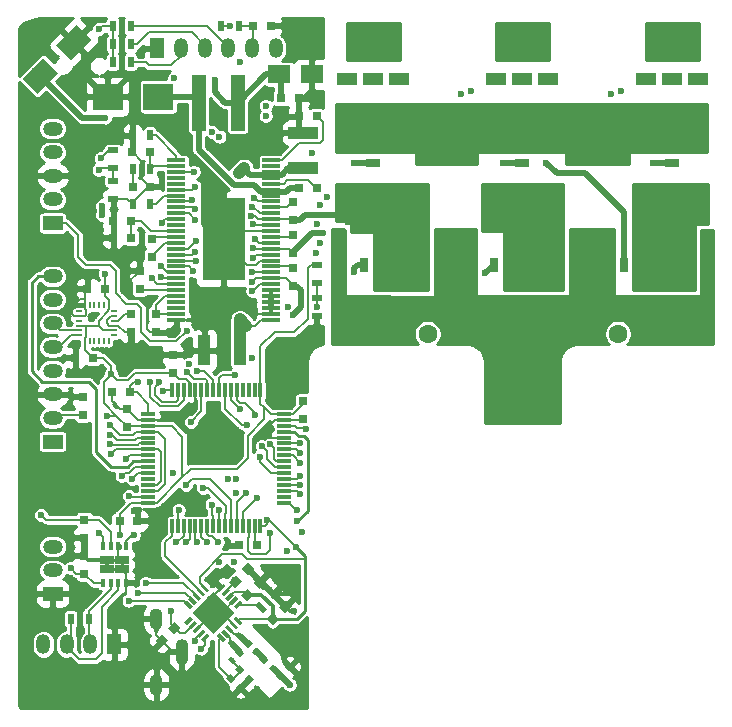
<source format=gtl>
%TF.GenerationSoftware,KiCad,Pcbnew,(5.1.4-0)*%
%TF.CreationDate,2019-11-16T13:15:52+08:00*%
%TF.ProjectId,VESC_6,56455343-5f36-42e6-9b69-6361645f7063,A*%
%TF.SameCoordinates,Original*%
%TF.FileFunction,Copper,L1,Top*%
%TF.FilePolarity,Positive*%
%FSLAX46Y46*%
G04 Gerber Fmt 4.6, Leading zero omitted, Abs format (unit mm)*
G04 Created by KiCad (PCBNEW (5.1.4-0)) date 2019-11-16 13:15:52*
%MOMM*%
%LPD*%
G04 APERTURE LIST*
%ADD10O,0.550000X0.200000*%
%ADD11O,0.200000X0.550000*%
%ADD12R,2.500000X2.300000*%
%ADD13C,1.800000*%
%ADD14C,0.100000*%
%ADD15C,1.250000*%
%ADD16C,0.300000*%
%ADD17R,1.200000X0.775000*%
%ADD18R,0.350000X0.650000*%
%ADD19R,1.950000X1.500000*%
%ADD20R,1.000000X2.500000*%
%ADD21R,2.500000X1.000000*%
%ADD22C,0.400000*%
%ADD23C,0.500000*%
%ADD24R,0.900000X0.500000*%
%ADD25R,0.500000X0.900000*%
%ADD26C,0.750000*%
%ADD27R,0.750000X0.800000*%
%ADD28R,0.800000X0.750000*%
%ADD29C,1.600000*%
%ADD30R,1.180000X4.700000*%
%ADD31R,1.699260X1.198880*%
%ADD32O,1.699260X1.198880*%
%ADD33R,1.501140X0.299720*%
%ADD34R,3.599180X7.000240*%
%ADD35R,0.700000X1.300000*%
%ADD36R,1.100000X0.850000*%
%ADD37R,1.100000X1.700000*%
%ADD38R,1.300000X0.700000*%
%ADD39R,0.850000X1.100000*%
%ADD40R,1.700000X1.100000*%
%ADD41R,1.198880X1.699260*%
%ADD42O,1.198880X1.699260*%
%ADD43O,1.100000X1.800000*%
%ADD44O,1.100000X2.200000*%
%ADD45R,0.304800X1.193800*%
%ADD46R,1.193800X0.304800*%
%ADD47R,6.000000X5.000000*%
%ADD48C,0.600000*%
%ADD49C,0.203200*%
%ADD50C,0.304800*%
%ADD51C,0.508000*%
%ADD52C,0.254000*%
%ADD53C,1.016000*%
G04 APERTURE END LIST*
D10*
X120211000Y-82280000D03*
X120211000Y-81880000D03*
X120211000Y-81480000D03*
X120211000Y-81080000D03*
X120211000Y-80680000D03*
X120211000Y-80280000D03*
D11*
X120711000Y-79780000D03*
X121111000Y-79780000D03*
X121511000Y-79780000D03*
X121911000Y-79780000D03*
X122311000Y-79780000D03*
X122711000Y-79780000D03*
D10*
X123211000Y-80280000D03*
X123211000Y-80680000D03*
X123211000Y-81080000D03*
X123211000Y-81480000D03*
X123211000Y-81880000D03*
X123211000Y-82280000D03*
D11*
X122711000Y-82780000D03*
X122311000Y-82780000D03*
X121911000Y-82780000D03*
X121511000Y-82780000D03*
X121111000Y-82780000D03*
X120711000Y-82780000D03*
D12*
X122629000Y-62103000D03*
X126929000Y-62103000D03*
D13*
X119778214Y-57513786D03*
D14*
G36*
X119530727Y-59034066D02*
G01*
X118257934Y-57761273D01*
X120025701Y-55993506D01*
X121298494Y-57266299D01*
X119530727Y-59034066D01*
X119530727Y-59034066D01*
G37*
D13*
X116949786Y-60342214D03*
D14*
G36*
X116702299Y-61862494D02*
G01*
X115429506Y-60589701D01*
X117197273Y-58821934D01*
X118470066Y-60094727D01*
X116702299Y-61862494D01*
X116702299Y-61862494D01*
G37*
D15*
X131572000Y-104907117D03*
D14*
G36*
X130688117Y-104907117D02*
G01*
X131572000Y-104023234D01*
X132455883Y-104907117D01*
X131572000Y-105791000D01*
X130688117Y-104907117D01*
X130688117Y-104907117D01*
G37*
D15*
X130688117Y-105791000D03*
D14*
G36*
X129804234Y-105791000D02*
G01*
X130688117Y-104907117D01*
X131572000Y-105791000D01*
X130688117Y-106674883D01*
X129804234Y-105791000D01*
X129804234Y-105791000D01*
G37*
D15*
X132455883Y-105791000D03*
D14*
G36*
X131572000Y-105791000D02*
G01*
X132455883Y-104907117D01*
X133339766Y-105791000D01*
X132455883Y-106674883D01*
X131572000Y-105791000D01*
X131572000Y-105791000D01*
G37*
D15*
X131572000Y-106674883D03*
D14*
G36*
X130688117Y-106674883D02*
G01*
X131572000Y-105791000D01*
X132455883Y-106674883D01*
X131572000Y-107558766D01*
X130688117Y-106674883D01*
X130688117Y-106674883D01*
G37*
D16*
X132254358Y-103694428D03*
D14*
G36*
X132102330Y-104058588D02*
G01*
X131890198Y-103846456D01*
X132406386Y-103330268D01*
X132618518Y-103542400D01*
X132102330Y-104058588D01*
X132102330Y-104058588D01*
G37*
D16*
X132607911Y-104047982D03*
D14*
G36*
X132455883Y-104412142D02*
G01*
X132243751Y-104200010D01*
X132759939Y-103683822D01*
X132972071Y-103895954D01*
X132455883Y-104412142D01*
X132455883Y-104412142D01*
G37*
D16*
X132961465Y-104401535D03*
D14*
G36*
X132809437Y-104765695D02*
G01*
X132597305Y-104553563D01*
X133113493Y-104037375D01*
X133325625Y-104249507D01*
X132809437Y-104765695D01*
X132809437Y-104765695D01*
G37*
D16*
X133315018Y-104755089D03*
D14*
G36*
X133162990Y-105119249D02*
G01*
X132950858Y-104907117D01*
X133467046Y-104390929D01*
X133679178Y-104603061D01*
X133162990Y-105119249D01*
X133162990Y-105119249D01*
G37*
D16*
X133668572Y-105108642D03*
D14*
G36*
X133516544Y-105472802D02*
G01*
X133304412Y-105260670D01*
X133820600Y-104744482D01*
X134032732Y-104956614D01*
X133516544Y-105472802D01*
X133516544Y-105472802D01*
G37*
D16*
X133668572Y-106473358D03*
D14*
G36*
X133304412Y-106321330D02*
G01*
X133516544Y-106109198D01*
X134032732Y-106625386D01*
X133820600Y-106837518D01*
X133304412Y-106321330D01*
X133304412Y-106321330D01*
G37*
D16*
X133315018Y-106826911D03*
D14*
G36*
X132950858Y-106674883D02*
G01*
X133162990Y-106462751D01*
X133679178Y-106978939D01*
X133467046Y-107191071D01*
X132950858Y-106674883D01*
X132950858Y-106674883D01*
G37*
D16*
X132961465Y-107180465D03*
D14*
G36*
X132597305Y-107028437D02*
G01*
X132809437Y-106816305D01*
X133325625Y-107332493D01*
X133113493Y-107544625D01*
X132597305Y-107028437D01*
X132597305Y-107028437D01*
G37*
D16*
X132607911Y-107534018D03*
D14*
G36*
X132243751Y-107381990D02*
G01*
X132455883Y-107169858D01*
X132972071Y-107686046D01*
X132759939Y-107898178D01*
X132243751Y-107381990D01*
X132243751Y-107381990D01*
G37*
D16*
X132254358Y-107887572D03*
D14*
G36*
X131890198Y-107735544D02*
G01*
X132102330Y-107523412D01*
X132618518Y-108039600D01*
X132406386Y-108251732D01*
X131890198Y-107735544D01*
X131890198Y-107735544D01*
G37*
D16*
X130889642Y-107887572D03*
D14*
G36*
X130737614Y-108251732D02*
G01*
X130525482Y-108039600D01*
X131041670Y-107523412D01*
X131253802Y-107735544D01*
X130737614Y-108251732D01*
X130737614Y-108251732D01*
G37*
D16*
X130536089Y-107534018D03*
D14*
G36*
X130384061Y-107898178D02*
G01*
X130171929Y-107686046D01*
X130688117Y-107169858D01*
X130900249Y-107381990D01*
X130384061Y-107898178D01*
X130384061Y-107898178D01*
G37*
D16*
X130182535Y-107180465D03*
D14*
G36*
X130030507Y-107544625D02*
G01*
X129818375Y-107332493D01*
X130334563Y-106816305D01*
X130546695Y-107028437D01*
X130030507Y-107544625D01*
X130030507Y-107544625D01*
G37*
D16*
X129828982Y-106826911D03*
D14*
G36*
X129676954Y-107191071D02*
G01*
X129464822Y-106978939D01*
X129981010Y-106462751D01*
X130193142Y-106674883D01*
X129676954Y-107191071D01*
X129676954Y-107191071D01*
G37*
D16*
X129475428Y-106473358D03*
D14*
G36*
X129323400Y-106837518D02*
G01*
X129111268Y-106625386D01*
X129627456Y-106109198D01*
X129839588Y-106321330D01*
X129323400Y-106837518D01*
X129323400Y-106837518D01*
G37*
D16*
X129475428Y-105108642D03*
D14*
G36*
X129111268Y-104956614D02*
G01*
X129323400Y-104744482D01*
X129839588Y-105260670D01*
X129627456Y-105472802D01*
X129111268Y-104956614D01*
X129111268Y-104956614D01*
G37*
D16*
X129828982Y-104755089D03*
D14*
G36*
X129464822Y-104603061D02*
G01*
X129676954Y-104390929D01*
X130193142Y-104907117D01*
X129981010Y-105119249D01*
X129464822Y-104603061D01*
X129464822Y-104603061D01*
G37*
D16*
X130182535Y-104401535D03*
D14*
G36*
X129818375Y-104249507D02*
G01*
X130030507Y-104037375D01*
X130546695Y-104553563D01*
X130334563Y-104765695D01*
X129818375Y-104249507D01*
X129818375Y-104249507D01*
G37*
D16*
X130536089Y-104047982D03*
D14*
G36*
X130171929Y-103895954D02*
G01*
X130384061Y-103683822D01*
X130900249Y-104200010D01*
X130688117Y-104412142D01*
X130171929Y-103895954D01*
X130171929Y-103895954D01*
G37*
D16*
X130889642Y-103694428D03*
D14*
G36*
X130525482Y-103542400D02*
G01*
X130737614Y-103330268D01*
X131253802Y-103846456D01*
X131041670Y-104058588D01*
X130525482Y-103542400D01*
X130525482Y-103542400D01*
G37*
D17*
X123825000Y-101333000D03*
X122625000Y-101333000D03*
X123825000Y-102108000D03*
X122625000Y-102108000D03*
D18*
X124200000Y-103270500D03*
X123550000Y-103270500D03*
X122900000Y-103270500D03*
X122250000Y-103270500D03*
X122250000Y-100170500D03*
X122900000Y-100170500D03*
X123550000Y-100170500D03*
X124200000Y-100170500D03*
D19*
X139932000Y-60198000D03*
X137182000Y-60198000D03*
D20*
X130834000Y-83566000D03*
X133834000Y-83566000D03*
D21*
X139192000Y-65175000D03*
X139192000Y-68175000D03*
D22*
X134555802Y-108393802D03*
D14*
G36*
X134909355Y-108323091D02*
G01*
X134485091Y-108747355D01*
X134202249Y-108464513D01*
X134626513Y-108040249D01*
X134909355Y-108323091D01*
X134909355Y-108323091D01*
G37*
D22*
X135192198Y-109030198D03*
D14*
G36*
X135545751Y-108959487D02*
G01*
X135121487Y-109383751D01*
X134838645Y-109100909D01*
X135262909Y-108676645D01*
X135545751Y-108959487D01*
X135545751Y-108959487D01*
G37*
D22*
X133795198Y-109155802D03*
D14*
G36*
X133865909Y-109509355D02*
G01*
X133441645Y-109085091D01*
X133724487Y-108802249D01*
X134148751Y-109226513D01*
X133865909Y-109509355D01*
X133865909Y-109509355D01*
G37*
D22*
X133158802Y-109792198D03*
D14*
G36*
X133229513Y-110145751D02*
G01*
X132805249Y-109721487D01*
X133088091Y-109438645D01*
X133512355Y-109862909D01*
X133229513Y-110145751D01*
X133229513Y-110145751D01*
G37*
D22*
X133158802Y-108395198D03*
D14*
G36*
X133088091Y-108041645D02*
G01*
X133512355Y-108465909D01*
X133229513Y-108748751D01*
X132805249Y-108324487D01*
X133088091Y-108041645D01*
X133088091Y-108041645D01*
G37*
D22*
X133795198Y-107758802D03*
D14*
G36*
X133724487Y-107405249D02*
G01*
X134148751Y-107829513D01*
X133865909Y-108112355D01*
X133441645Y-107688091D01*
X133724487Y-107405249D01*
X133724487Y-107405249D01*
G37*
D23*
X133865909Y-112148909D03*
D14*
G36*
X133477000Y-112113554D02*
G01*
X133830554Y-111760000D01*
X134254818Y-112184264D01*
X133901264Y-112537818D01*
X133477000Y-112113554D01*
X133477000Y-112113554D01*
G37*
D23*
X133088091Y-111371091D03*
D14*
G36*
X132699182Y-111335736D02*
G01*
X133052736Y-110982182D01*
X133477000Y-111406446D01*
X133123446Y-111760000D01*
X132699182Y-111335736D01*
X132699182Y-111335736D01*
G37*
D23*
X134627909Y-111386909D03*
D14*
G36*
X134239000Y-111351554D02*
G01*
X134592554Y-110998000D01*
X135016818Y-111422264D01*
X134663264Y-111775818D01*
X134239000Y-111351554D01*
X134239000Y-111351554D01*
G37*
D23*
X133850091Y-110609091D03*
D14*
G36*
X133461182Y-110573736D02*
G01*
X133814736Y-110220182D01*
X134239000Y-110644446D01*
X133885446Y-110998000D01*
X133461182Y-110573736D01*
X133461182Y-110573736D01*
G37*
D23*
X135882091Y-109720091D03*
D14*
G36*
X136271000Y-109755446D02*
G01*
X135917446Y-110109000D01*
X135493182Y-109684736D01*
X135846736Y-109331182D01*
X136271000Y-109755446D01*
X136271000Y-109755446D01*
G37*
D23*
X136659909Y-110497909D03*
D14*
G36*
X137048818Y-110533264D02*
G01*
X136695264Y-110886818D01*
X136271000Y-110462554D01*
X136624554Y-110109000D01*
X137048818Y-110533264D01*
X137048818Y-110533264D01*
G37*
D23*
X138056909Y-110355091D03*
D14*
G36*
X138021554Y-110744000D02*
G01*
X137668000Y-110390446D01*
X138092264Y-109966182D01*
X138445818Y-110319736D01*
X138021554Y-110744000D01*
X138021554Y-110744000D01*
G37*
D23*
X137279091Y-111132909D03*
D14*
G36*
X137243736Y-111521818D02*
G01*
X136890182Y-111168264D01*
X137314446Y-110744000D01*
X137668000Y-111097554D01*
X137243736Y-111521818D01*
X137243736Y-111521818D01*
G37*
D23*
X135613670Y-105305330D03*
D14*
G36*
X135472249Y-104810355D02*
G01*
X136108645Y-105446751D01*
X135755091Y-105800305D01*
X135118695Y-105163909D01*
X135472249Y-104810355D01*
X135472249Y-104810355D01*
G37*
D23*
X136674330Y-104244670D03*
D14*
G36*
X136532909Y-103749695D02*
G01*
X137169305Y-104386091D01*
X136815751Y-104739645D01*
X136179355Y-104103249D01*
X136532909Y-103749695D01*
X136532909Y-103749695D01*
G37*
D24*
X123113800Y-69227000D03*
X123113800Y-70727000D03*
X123113800Y-66636200D03*
X123113800Y-68136200D03*
D25*
X126251400Y-68249800D03*
X124751400Y-68249800D03*
X126251400Y-71196200D03*
X124751400Y-71196200D03*
X126226000Y-65354200D03*
X124726000Y-65354200D03*
X121019000Y-106315000D03*
X119519000Y-106315000D03*
X132219000Y-56134000D03*
X133719000Y-56134000D03*
X123075000Y-56134000D03*
X124575000Y-56134000D03*
X123075000Y-57658000D03*
X124575000Y-57658000D03*
X123075000Y-59182000D03*
X124575000Y-59182000D03*
D24*
X140335000Y-77839000D03*
X140335000Y-76339000D03*
X140335000Y-80633000D03*
X140335000Y-79133000D03*
D26*
X127231670Y-108148177D03*
D14*
G36*
X127249348Y-107600169D02*
G01*
X127779678Y-108130499D01*
X127213992Y-108696185D01*
X126683662Y-108165855D01*
X127249348Y-107600169D01*
X127249348Y-107600169D01*
G37*
D26*
X128292330Y-107087517D03*
D14*
G36*
X128310008Y-106539509D02*
G01*
X128840338Y-107069839D01*
X128274652Y-107635525D01*
X127744322Y-107105195D01*
X128310008Y-106539509D01*
X128310008Y-106539509D01*
G37*
D27*
X120523000Y-87515000D03*
X120523000Y-89015000D03*
D26*
X137690330Y-105260670D03*
D14*
G36*
X137672652Y-105808678D02*
G01*
X137142322Y-105278348D01*
X137708008Y-104712662D01*
X138238338Y-105242992D01*
X137672652Y-105808678D01*
X137672652Y-105808678D01*
G37*
D26*
X136629670Y-106321330D03*
D14*
G36*
X136611992Y-106869338D02*
G01*
X136081662Y-106339008D01*
X136647348Y-105773322D01*
X137177678Y-106303652D01*
X136611992Y-106869338D01*
X136611992Y-106869338D01*
G37*
D26*
X133454670Y-103146330D03*
D14*
G36*
X133472348Y-102598322D02*
G01*
X134002678Y-103128652D01*
X133436992Y-103694338D01*
X132906662Y-103164008D01*
X133472348Y-102598322D01*
X133472348Y-102598322D01*
G37*
D26*
X134515330Y-102085670D03*
D14*
G36*
X134533008Y-101537662D02*
G01*
X135063338Y-102067992D01*
X134497652Y-102633678D01*
X133967322Y-102103348D01*
X134533008Y-101537662D01*
X134533008Y-101537662D01*
G37*
D28*
X135243000Y-100076000D03*
X133743000Y-100076000D03*
D27*
X124269500Y-88531000D03*
X124269500Y-90031000D03*
X128143000Y-83959000D03*
X128143000Y-85459000D03*
D28*
X125146500Y-98000000D03*
X123646500Y-98000000D03*
D27*
X139192000Y-89408000D03*
X139192000Y-87908000D03*
D28*
X123125800Y-72593200D03*
X124625800Y-72593200D03*
X123125800Y-74041000D03*
X124625800Y-74041000D03*
X124751400Y-69723000D03*
X126251400Y-69723000D03*
D27*
X125349000Y-76847000D03*
X125349000Y-78347000D03*
D28*
X126226000Y-66802000D03*
X124726000Y-66802000D03*
D27*
X126365000Y-75680000D03*
X126365000Y-74180000D03*
X126746000Y-82030000D03*
X126746000Y-80530000D03*
D28*
X138823000Y-63754000D03*
X140323000Y-63754000D03*
D27*
X138303000Y-72505000D03*
X138303000Y-71005000D03*
X138303000Y-75299000D03*
X138303000Y-73799000D03*
X138303000Y-78093000D03*
X138303000Y-76593000D03*
D28*
X138823000Y-69850000D03*
X140323000Y-69850000D03*
X138799000Y-62230000D03*
X137299000Y-62230000D03*
D27*
X120650000Y-99429000D03*
X120650000Y-97929000D03*
X120650000Y-100977000D03*
X120650000Y-102477000D03*
D28*
X123011500Y-87122000D03*
X124511500Y-87122000D03*
D26*
X135531330Y-103228670D03*
D14*
G36*
X135513652Y-103776678D02*
G01*
X134983322Y-103246348D01*
X135549008Y-102680662D01*
X136079338Y-103210992D01*
X135513652Y-103776678D01*
X135513652Y-103776678D01*
G37*
D26*
X134470670Y-104289330D03*
D14*
G36*
X134452992Y-104837338D02*
G01*
X133922662Y-104307008D01*
X134488348Y-103741322D01*
X135018678Y-104271652D01*
X134452992Y-104837338D01*
X134452992Y-104837338D01*
G37*
D28*
X136436800Y-56083200D03*
X134936800Y-56083200D03*
D27*
X124587000Y-82030000D03*
X124587000Y-80530000D03*
D28*
X120928000Y-78359000D03*
X122428000Y-78359000D03*
X119900000Y-84201000D03*
X121400000Y-84201000D03*
D29*
X149726000Y-82169000D03*
X144726000Y-82169000D03*
X165842000Y-82169000D03*
X170842000Y-82169000D03*
D30*
X130345000Y-62600000D03*
X133655000Y-62600000D03*
D31*
X118000000Y-104203040D03*
D32*
X118000000Y-100200000D03*
X118000000Y-102201520D03*
D33*
X136461500Y-76471780D03*
X136461500Y-75971400D03*
X136461500Y-75471020D03*
X136461500Y-74970640D03*
X136461500Y-74470260D03*
X136461500Y-73972420D03*
X136461500Y-73472040D03*
X136461500Y-72971660D03*
X136461500Y-72471280D03*
X136461500Y-71970900D03*
X136461500Y-71470520D03*
X136461500Y-80970120D03*
X136461500Y-80472280D03*
X136461500Y-79971900D03*
X128460500Y-75471020D03*
X136461500Y-78971140D03*
X136461500Y-78470760D03*
X136461500Y-77970380D03*
X136461500Y-77472540D03*
X136461500Y-76972160D03*
X128460500Y-72971660D03*
X128460500Y-73472040D03*
X128460500Y-73972420D03*
X128460500Y-74470260D03*
X128460500Y-74970640D03*
X136461500Y-79471520D03*
X128460500Y-75971400D03*
X128460500Y-76471780D03*
X128460500Y-76972160D03*
X128460500Y-77472540D03*
X128460500Y-77970380D03*
X128460500Y-78470760D03*
X128460500Y-78971140D03*
X128460500Y-67472560D03*
X128460500Y-67970400D03*
X128460500Y-68470780D03*
X128460500Y-68971160D03*
X128460500Y-69471540D03*
X128460500Y-69971920D03*
X128460500Y-70472300D03*
X128460500Y-70970140D03*
X128460500Y-71470520D03*
X128460500Y-71970900D03*
X128460500Y-72471280D03*
X128460500Y-79471520D03*
X128460500Y-79971900D03*
X128460500Y-80472280D03*
X128460500Y-80970120D03*
X136461500Y-70970140D03*
X136461500Y-70472300D03*
X136461500Y-69971920D03*
X136461500Y-69471540D03*
X136461500Y-68971160D03*
X136461500Y-68470780D03*
X136461500Y-67970400D03*
X136461500Y-67472560D03*
D34*
X132461000Y-74168000D03*
D35*
X166334000Y-76327000D03*
D36*
X167734000Y-75752000D03*
X167734000Y-76902000D03*
X170534000Y-76902000D03*
X170534000Y-75752000D03*
X167734000Y-74602000D03*
X170534000Y-74602000D03*
X167734000Y-78052000D03*
X170534000Y-78052000D03*
D37*
X164084000Y-76327000D03*
X164084000Y-74127000D03*
X164084000Y-78527000D03*
X173384000Y-76327000D03*
X173384000Y-78527000D03*
X173384000Y-74127000D03*
D38*
X170393000Y-67694000D03*
D39*
X169818000Y-66294000D03*
X170968000Y-66294000D03*
X170968000Y-63494000D03*
X169818000Y-63494000D03*
X168668000Y-66294000D03*
X168668000Y-63494000D03*
X172118000Y-66294000D03*
X172118000Y-63494000D03*
D40*
X170393000Y-69944000D03*
X168193000Y-69944000D03*
X172593000Y-69944000D03*
X170393000Y-60644000D03*
X172593000Y-60644000D03*
X168193000Y-60644000D03*
D35*
X144334000Y-76327000D03*
D36*
X145734000Y-75752000D03*
X145734000Y-76902000D03*
X148534000Y-76902000D03*
X148534000Y-75752000D03*
X145734000Y-74602000D03*
X148534000Y-74602000D03*
X145734000Y-78052000D03*
X148534000Y-78052000D03*
D37*
X142084000Y-76327000D03*
X142084000Y-74127000D03*
X142084000Y-78527000D03*
X151384000Y-76327000D03*
X151384000Y-78527000D03*
X151384000Y-74127000D03*
D41*
X123184920Y-108458000D03*
D42*
X119181880Y-108458000D03*
X121183400Y-108458000D03*
X117182900Y-108458000D03*
D41*
X126846200Y-58000000D03*
D42*
X130849240Y-58000000D03*
X128847720Y-58000000D03*
X132848220Y-58000000D03*
X134849740Y-58000000D03*
X136851260Y-58000000D03*
D32*
X117983000Y-79298740D03*
X117983000Y-81297720D03*
X117983000Y-83299240D03*
D31*
X117983000Y-91305320D03*
D32*
X117983000Y-87302280D03*
X117983000Y-89303800D03*
X117983000Y-85303300D03*
X117983000Y-77299760D03*
D31*
X117983000Y-72803040D03*
D32*
X117983000Y-68800000D03*
X117983000Y-70801520D03*
X117983000Y-66801020D03*
X117983000Y-64799500D03*
D38*
X145087000Y-67678000D03*
D39*
X144512000Y-66278000D03*
X145662000Y-66278000D03*
X145662000Y-63478000D03*
X144512000Y-63478000D03*
X143362000Y-66278000D03*
X143362000Y-63478000D03*
X146812000Y-66278000D03*
X146812000Y-63478000D03*
D40*
X145087000Y-69928000D03*
X142887000Y-69928000D03*
X147287000Y-69928000D03*
X145087000Y-60628000D03*
X147287000Y-60628000D03*
X142887000Y-60628000D03*
D35*
X155321000Y-76327000D03*
D36*
X156721000Y-75752000D03*
X156721000Y-76902000D03*
X159521000Y-76902000D03*
X159521000Y-75752000D03*
X156721000Y-74602000D03*
X159521000Y-74602000D03*
X156721000Y-78052000D03*
X159521000Y-78052000D03*
D37*
X153071000Y-76327000D03*
X153071000Y-74127000D03*
X153071000Y-78527000D03*
X162371000Y-76327000D03*
X162371000Y-78527000D03*
X162371000Y-74127000D03*
D38*
X157734000Y-67678000D03*
D39*
X157159000Y-66278000D03*
X158309000Y-66278000D03*
X158309000Y-63478000D03*
X157159000Y-63478000D03*
X156009000Y-66278000D03*
X156009000Y-63478000D03*
X159459000Y-66278000D03*
X159459000Y-63478000D03*
D40*
X157734000Y-69928000D03*
X155534000Y-69928000D03*
X159934000Y-69928000D03*
X157734000Y-60628000D03*
X159934000Y-60628000D03*
X155534000Y-60628000D03*
D43*
X126750000Y-106300000D03*
X126750000Y-111900000D03*
D44*
X128900000Y-109100000D03*
D45*
X135576000Y-86960001D03*
X135076001Y-86960001D03*
X134576000Y-86960001D03*
X134076001Y-86960001D03*
X133575999Y-86960001D03*
X133076000Y-86960001D03*
X132576001Y-86960001D03*
X132076000Y-86960001D03*
X131576000Y-86960001D03*
X131075999Y-86960001D03*
X130576000Y-86960001D03*
X130076001Y-86960001D03*
X129575999Y-86960001D03*
X129076000Y-86960001D03*
X128575999Y-86960001D03*
X128076000Y-86960001D03*
D46*
X126076001Y-88960000D03*
X126076001Y-89459999D03*
X126076001Y-89960000D03*
X126076001Y-90459999D03*
X126076001Y-90960001D03*
X126076001Y-91460000D03*
X126076001Y-91959999D03*
X126076001Y-92460000D03*
X126076001Y-92960000D03*
X126076001Y-93460001D03*
X126076001Y-93960000D03*
X126076001Y-94459999D03*
X126076001Y-94960001D03*
X126076001Y-95460000D03*
X126076001Y-95960001D03*
X126076001Y-96460000D03*
D45*
X128076000Y-98459999D03*
X128575999Y-98459999D03*
X129076000Y-98459999D03*
X129575999Y-98459999D03*
X130076001Y-98459999D03*
X130576000Y-98459999D03*
X131075999Y-98459999D03*
X131576000Y-98459999D03*
X132076000Y-98459999D03*
X132576001Y-98459999D03*
X133076000Y-98459999D03*
X133575999Y-98459999D03*
X134076001Y-98459999D03*
X134576000Y-98459999D03*
X135076001Y-98459999D03*
X135576000Y-98459999D03*
D46*
X137575999Y-96460000D03*
X137575999Y-95960001D03*
X137575999Y-95460000D03*
X137575999Y-94960001D03*
X137575999Y-94459999D03*
X137575999Y-93960000D03*
X137575999Y-93460001D03*
X137575999Y-92960000D03*
X137575999Y-92460000D03*
X137575999Y-91959999D03*
X137575999Y-91460000D03*
X137575999Y-90960001D03*
X137575999Y-90459999D03*
X137575999Y-89960000D03*
X137575999Y-89459999D03*
X137575999Y-88960000D03*
D47*
X157734000Y-87000000D03*
D48*
X138962702Y-92304292D03*
X132842000Y-99822000D03*
X124206000Y-77978000D03*
X122809000Y-75565008D03*
X123952000Y-85471000D03*
X127254000Y-83947000D03*
X129285998Y-96418400D03*
X127508000Y-89027000D03*
X126746000Y-60198000D03*
X126111000Y-60198000D03*
X125476000Y-60197994D03*
X136144000Y-113538000D03*
X135636000Y-113030000D03*
X135153400Y-112572800D03*
X131318000Y-111252000D03*
X130759803Y-105862686D03*
X131064000Y-69977000D03*
X137541000Y-108966000D03*
X138607800Y-109016800D03*
X129595590Y-88392000D03*
X135365271Y-90879140D03*
X138067817Y-104043011D03*
X138430000Y-86741000D03*
X132455883Y-105791000D03*
X131572000Y-106674883D03*
X131572000Y-104907117D03*
X132969000Y-113157000D03*
X139065000Y-109474000D03*
X134874000Y-66800000D03*
X127232128Y-69342000D03*
X131699000Y-69977000D03*
X131699000Y-69342000D03*
X131064000Y-69342000D03*
X134239000Y-66800000D03*
X133604000Y-66802000D03*
X166471600Y-67640200D03*
X165887400Y-67640200D03*
X165303200Y-67640200D03*
X164719000Y-67640200D03*
X164134800Y-67640200D03*
X163550600Y-67640200D03*
X162966400Y-67640200D03*
X162382200Y-67640200D03*
X161798000Y-67640200D03*
X166471600Y-67056000D03*
X165887400Y-67056000D03*
X165303200Y-67056000D03*
X164719000Y-67056000D03*
X164134800Y-67056000D03*
X163550600Y-67056000D03*
X162966400Y-67056000D03*
X162382200Y-67056000D03*
X161798000Y-67056000D03*
X166471600Y-66471800D03*
X165887400Y-66471800D03*
X165303200Y-66471800D03*
X164719000Y-66471800D03*
X164134800Y-66471800D03*
X163550600Y-66471800D03*
X162966400Y-66471800D03*
X162382200Y-66471800D03*
X161798000Y-66471800D03*
X166471600Y-65887600D03*
X165887400Y-65887600D03*
X165303200Y-65887600D03*
X164719000Y-65887600D03*
X164134800Y-65887600D03*
X163550600Y-65887600D03*
X162966400Y-65887600D03*
X162382200Y-65887600D03*
X161798000Y-65887600D03*
X166471600Y-65303400D03*
X165887400Y-65303400D03*
X165303200Y-65303400D03*
X164719000Y-65303400D03*
X164134800Y-65303400D03*
X163550600Y-65303400D03*
X162966400Y-65303400D03*
X162382200Y-65303400D03*
X161798000Y-65303400D03*
X166471600Y-64719200D03*
X165887400Y-64719200D03*
X165303200Y-64719200D03*
X164719000Y-64719200D03*
X164134800Y-64719200D03*
X163550600Y-64719200D03*
X162966400Y-64719200D03*
X162382200Y-64719200D03*
X161798000Y-64719200D03*
X166471600Y-64135000D03*
X165887400Y-64135000D03*
X165303200Y-64135000D03*
X164719000Y-64135000D03*
X164134800Y-64135000D03*
X163550600Y-64135000D03*
X162966400Y-64135000D03*
X162382200Y-64135000D03*
X153644600Y-67640200D03*
X153060400Y-67640200D03*
X152476200Y-67640200D03*
X151892000Y-67640200D03*
X151307800Y-67640200D03*
X150723600Y-67640200D03*
X150139400Y-67640200D03*
X149555200Y-67640200D03*
X148971000Y-67640200D03*
X153644600Y-67056000D03*
X153060400Y-67056000D03*
X152476200Y-67056000D03*
X151892000Y-67056000D03*
X151307800Y-67056000D03*
X150723600Y-67056000D03*
X150139400Y-67056000D03*
X149555200Y-67056000D03*
X148971000Y-67056000D03*
X153644600Y-66471800D03*
X153060400Y-66471800D03*
X152476200Y-66471800D03*
X151892000Y-66471800D03*
X151307800Y-66471800D03*
X150723600Y-66471800D03*
X150139400Y-66471800D03*
X149555200Y-66471800D03*
X148971000Y-66471800D03*
X153644600Y-65887600D03*
X153060400Y-65887600D03*
X152476200Y-65887600D03*
X151892000Y-65887600D03*
X151307800Y-65887600D03*
X150723600Y-65887600D03*
X150139400Y-65887600D03*
X149555200Y-65887600D03*
X148971000Y-65887600D03*
X153644600Y-65303400D03*
X153060400Y-65303400D03*
X152476200Y-65303400D03*
X151892000Y-65303400D03*
X151307800Y-65303400D03*
X150723600Y-65303400D03*
X150139400Y-65303400D03*
X149555200Y-65303400D03*
X148971000Y-65303400D03*
X153644600Y-64719200D03*
X153060400Y-64719200D03*
X152476200Y-64719200D03*
X151892000Y-64719200D03*
X151307800Y-64719200D03*
X150723600Y-64719200D03*
X150139400Y-64719200D03*
X149555200Y-64719200D03*
X148971000Y-64719200D03*
X153644600Y-64135000D03*
X153060400Y-64135000D03*
X152476200Y-64135000D03*
X151892000Y-64135000D03*
X151307800Y-64135000D03*
X150723600Y-64135000D03*
X150139400Y-64135000D03*
X149555200Y-64135000D03*
X161798000Y-64135000D03*
X148971000Y-64135000D03*
X130175000Y-110363000D03*
X137795000Y-113284000D03*
X135635992Y-107061000D03*
X131560403Y-103483196D03*
X118999000Y-84201000D03*
X139472588Y-109982000D03*
X136574791Y-102438201D03*
X134620000Y-79756000D03*
X135128000Y-80264000D03*
X134112000Y-79248000D03*
X119253028Y-78359000D03*
X138430000Y-105664000D03*
X124841000Y-97155000D03*
X135073207Y-89012203D03*
X124460008Y-95891686D03*
X123698002Y-99233010D03*
X122428000Y-77089000D03*
X122936000Y-85598000D03*
X132970992Y-56087990D03*
X138557000Y-100203000D03*
X132080000Y-101473000D03*
X135043559Y-70650810D03*
X122609895Y-89123113D03*
X136144000Y-97917000D03*
X128016000Y-105663998D03*
X119500000Y-102000000D03*
X129332010Y-81915000D03*
X133477000Y-95631000D03*
X134423040Y-89928550D03*
X133832658Y-88565010D03*
X122047000Y-67310000D03*
X122174000Y-72136000D03*
X122174000Y-71374000D03*
X117000000Y-97500000D03*
X131700000Y-61400000D03*
X122428010Y-63881000D03*
X131699000Y-60706000D03*
X134801900Y-72182240D03*
X143000000Y-71500000D03*
X143624840Y-71500000D03*
X144249680Y-71500000D03*
X146124200Y-71500000D03*
X146749040Y-71500000D03*
X147373880Y-71500000D03*
X147998720Y-71500000D03*
X143000000Y-72124840D03*
X143624840Y-72124840D03*
X144249680Y-72124840D03*
X144874520Y-72124840D03*
X145499360Y-72124840D03*
X146124200Y-72124840D03*
X146749040Y-72124840D03*
X147373880Y-72124840D03*
X147998720Y-72124840D03*
X143000000Y-72749680D03*
X143624840Y-72749680D03*
X144249680Y-72749680D03*
X144874520Y-72749680D03*
X145499360Y-72749680D03*
X146124200Y-72749680D03*
X146749040Y-72749680D03*
X147373880Y-72749680D03*
X147998720Y-72749680D03*
X143624840Y-73374520D03*
X144249680Y-73374520D03*
X144874520Y-73374520D03*
X145499360Y-73374520D03*
X146124200Y-73374520D03*
X146749040Y-73374520D03*
X147373880Y-73374520D03*
X147998720Y-73374520D03*
X155575000Y-71501000D03*
X140843000Y-73660000D03*
X134981000Y-74919000D03*
X156197300Y-71501000D03*
X156819600Y-71501000D03*
X158686500Y-71501000D03*
X159308800Y-71501000D03*
X159931100Y-71501000D03*
X160553400Y-71501000D03*
X155575000Y-72123300D03*
X156197300Y-72123300D03*
X156819600Y-72123300D03*
X157441900Y-72123300D03*
X158064200Y-72123300D03*
X158686500Y-72123300D03*
X159308800Y-72123300D03*
X159931100Y-72123300D03*
X160553400Y-72123300D03*
X155575000Y-72745600D03*
X156197300Y-72745600D03*
X156819600Y-72745600D03*
X157441900Y-72745600D03*
X158064200Y-72745600D03*
X158686500Y-72745600D03*
X159308800Y-72745600D03*
X159931100Y-72745600D03*
X160553400Y-72745600D03*
X155575000Y-73367900D03*
X156197300Y-73367900D03*
X156819600Y-73367900D03*
X157441900Y-73367900D03*
X158064200Y-73367900D03*
X158686500Y-73367900D03*
X159308800Y-73367900D03*
X159931100Y-73367900D03*
X160553400Y-73367900D03*
X168275000Y-71501000D03*
X134866829Y-77759634D03*
X138322176Y-80549960D03*
X168897300Y-71501000D03*
X169519600Y-71501000D03*
X171386500Y-71501000D03*
X172008800Y-71501000D03*
X172631100Y-71501000D03*
X173253400Y-71501000D03*
X168275000Y-72123300D03*
X168897300Y-72123300D03*
X169519600Y-72123300D03*
X170141900Y-72123300D03*
X170764200Y-72123300D03*
X171386500Y-72123300D03*
X172008800Y-72123300D03*
X172631100Y-72123300D03*
X173253400Y-72123300D03*
X168275000Y-72745600D03*
X168897300Y-72745600D03*
X169519600Y-72745600D03*
X170141900Y-72745600D03*
X170764200Y-72745600D03*
X171386500Y-72745600D03*
X172008800Y-72745600D03*
X172631100Y-72745600D03*
X173253400Y-72745600D03*
X168275000Y-73367900D03*
X168897300Y-73367900D03*
X169519600Y-73367900D03*
X170141900Y-73367900D03*
X170764200Y-73367900D03*
X171386500Y-73367900D03*
X172008800Y-73367900D03*
X167513000Y-79375000D03*
X133731000Y-68580000D03*
X134391400Y-81508600D03*
X133834000Y-80957296D03*
X134162800Y-68148200D03*
X143383000Y-79375000D03*
X144018000Y-79375000D03*
X144653000Y-79375000D03*
X145288000Y-79375000D03*
X145923000Y-79375000D03*
X146558000Y-79375000D03*
X147193000Y-79375000D03*
X147828000Y-79375000D03*
X142113000Y-80010000D03*
X142748000Y-80010000D03*
X143383000Y-80010000D03*
X144018000Y-80010000D03*
X144653000Y-80010000D03*
X145288000Y-80010000D03*
X145923000Y-80010000D03*
X146558000Y-80010000D03*
X147193000Y-80010000D03*
X147828000Y-80010000D03*
X155448000Y-79375000D03*
X156083000Y-79375000D03*
X156718000Y-79375000D03*
X157353000Y-79375000D03*
X157988000Y-79375000D03*
X158623000Y-79375000D03*
X159258000Y-79375000D03*
X159893000Y-79375000D03*
X160528000Y-79375000D03*
X154813000Y-80010000D03*
X155448000Y-80010000D03*
X156083000Y-80010000D03*
X156718000Y-80010000D03*
X157353000Y-80010000D03*
X157988000Y-80010000D03*
X158623000Y-80010000D03*
X159258000Y-80010000D03*
X159893000Y-80010000D03*
X160528000Y-80010000D03*
X168148000Y-79375000D03*
X168783000Y-79375000D03*
X169418000Y-79375000D03*
X170053000Y-79375000D03*
X170688000Y-79375000D03*
X171323000Y-79375000D03*
X171958000Y-79375000D03*
X167513000Y-80010000D03*
X168148000Y-80010000D03*
X168783000Y-80010000D03*
X169418000Y-80010000D03*
X170053000Y-80010000D03*
X170688000Y-80010000D03*
X171323000Y-80010000D03*
X171958000Y-80010000D03*
X172593000Y-80010000D03*
X173228000Y-80010000D03*
X133413500Y-85661500D03*
X130175000Y-85343992D03*
X125222020Y-86233000D03*
X129541903Y-84702447D03*
X134874000Y-84201000D03*
X140334994Y-79883000D03*
X129332010Y-85424990D03*
X130556000Y-108839000D03*
X130047129Y-108198771D03*
X138049000Y-111887000D03*
X124154259Y-92800500D03*
X131058287Y-99840668D03*
X131953000Y-99822000D03*
X130175000Y-99822000D03*
X121920000Y-56388002D03*
X122874788Y-91512540D03*
X122936000Y-92329000D03*
X122844692Y-89894282D03*
X122860122Y-90734866D03*
X136398006Y-99060000D03*
X138674492Y-97052553D03*
X134366010Y-95631000D03*
X135254999Y-96073726D03*
X121873990Y-68326000D03*
X129921000Y-68453000D03*
X129681000Y-89646000D03*
X126225423Y-86284710D03*
X127001590Y-86234157D03*
X127309579Y-86995000D03*
X147039000Y-58647000D03*
X146404000Y-58647000D03*
X145769000Y-58647000D03*
X145134000Y-58647000D03*
X144499000Y-58647000D03*
X143864000Y-58647000D03*
X143229000Y-58647000D03*
X147039000Y-58012000D03*
X146404000Y-58012000D03*
X145769000Y-58012000D03*
X145134000Y-58012000D03*
X144499000Y-58012000D03*
X143864000Y-58012000D03*
X143229000Y-58012000D03*
X147039000Y-57377000D03*
X146404000Y-57377000D03*
X145769000Y-57377000D03*
X145134000Y-57377000D03*
X144499000Y-57377000D03*
X143864000Y-57377000D03*
X143229000Y-57377000D03*
X147039000Y-56742000D03*
X146404000Y-56742000D03*
X145769000Y-56742000D03*
X145134000Y-56742000D03*
X144499000Y-56742000D03*
X143864000Y-56742000D03*
X143229000Y-56742000D03*
X147039000Y-56107000D03*
X146404000Y-56107000D03*
X145769000Y-56107000D03*
X145134000Y-56107000D03*
X144499000Y-56107000D03*
X143864000Y-56107000D03*
X143229000Y-56107000D03*
X134859694Y-71406578D03*
X134983565Y-72918030D03*
X159639000Y-58647000D03*
X159004000Y-58647000D03*
X158369000Y-58647000D03*
X157734000Y-58647000D03*
X157099000Y-58647000D03*
X156464000Y-58647000D03*
X155829000Y-58647000D03*
X159639000Y-58012000D03*
X159004000Y-58012000D03*
X158369000Y-58012000D03*
X157734000Y-58012000D03*
X157099000Y-58012000D03*
X156464000Y-58012000D03*
X155829000Y-58012000D03*
X159639000Y-57377000D03*
X159004000Y-57377000D03*
X158369000Y-57377000D03*
X157734000Y-57377000D03*
X157099000Y-57377000D03*
X156464000Y-57377000D03*
X155829000Y-57377000D03*
X159639000Y-56742000D03*
X159004000Y-56742000D03*
X158369000Y-56742000D03*
X157734000Y-56742000D03*
X157099000Y-56742000D03*
X156464000Y-56742000D03*
X155829000Y-56742000D03*
X159639000Y-56107000D03*
X159004000Y-56107000D03*
X158369000Y-56107000D03*
X157734000Y-56107000D03*
X157099000Y-56107000D03*
X156464000Y-56107000D03*
X155829000Y-56107000D03*
X135081000Y-74119000D03*
X134981000Y-75719000D03*
X172339000Y-58647000D03*
X171704000Y-58647000D03*
X171069000Y-58647000D03*
X170434000Y-58647000D03*
X169799000Y-58647000D03*
X169164000Y-58647000D03*
X168529000Y-58647000D03*
X172339000Y-58012000D03*
X171704000Y-58012000D03*
X171069000Y-58012000D03*
X170434000Y-58012000D03*
X169799000Y-58012000D03*
X169164000Y-58012000D03*
X168529000Y-58012000D03*
X172339000Y-57377000D03*
X171704000Y-57377000D03*
X171069000Y-57377000D03*
X170434000Y-57377000D03*
X169799000Y-57377000D03*
X169164000Y-57377000D03*
X168529000Y-57377000D03*
X172339000Y-56742000D03*
X171704000Y-56742000D03*
X171069000Y-56742000D03*
X170434000Y-56742000D03*
X169799000Y-56742000D03*
X169164000Y-56742000D03*
X168529000Y-56742000D03*
X172339000Y-56107000D03*
X171704000Y-56107000D03*
X171069000Y-56107000D03*
X170434000Y-56107000D03*
X169799000Y-56107000D03*
X169164000Y-56107000D03*
X168529000Y-56107000D03*
X134860669Y-76981846D03*
X134889640Y-78537112D03*
X133538673Y-94492042D03*
X139953998Y-66848010D03*
X132786454Y-94474981D03*
X133858000Y-59182000D03*
X128142989Y-93980000D03*
X128285958Y-60513413D03*
X128642410Y-97102622D03*
X130081000Y-76019000D03*
X127127000Y-76453990D03*
X128397000Y-99822000D03*
X129307004Y-99825571D03*
X126352246Y-77474231D03*
X131435153Y-96637145D03*
X129794000Y-70866000D03*
X127235055Y-72768890D03*
X138938000Y-95758000D03*
X130048000Y-72517004D03*
X138953108Y-94972476D03*
X130048887Y-71633226D03*
X138937532Y-94194820D03*
X135509000Y-92582988D03*
X124413996Y-104775000D03*
X135682010Y-91686407D03*
X125222000Y-104140000D03*
X136419649Y-91538037D03*
X125857000Y-103251000D03*
X123825000Y-94234000D03*
X133350000Y-101473004D03*
X124714000Y-94488000D03*
X137805745Y-100594745D03*
X132088514Y-97059176D03*
X130040229Y-75242258D03*
X130699209Y-95223794D03*
X129901590Y-76826915D03*
X127127000Y-77343000D03*
X129286000Y-94996000D03*
X130081000Y-74319000D03*
X138938000Y-93091000D03*
X130048000Y-69723000D03*
X138938002Y-91424189D03*
X138707856Y-98047010D03*
X121920000Y-99060000D03*
X124841000Y-99233010D03*
X139065000Y-98933000D03*
X139449746Y-90260402D03*
X136017000Y-63754000D03*
X153416016Y-61595000D03*
X136017004Y-62865000D03*
X152527000Y-61849000D03*
X166116000Y-61595000D03*
X132100000Y-65481018D03*
X165227000Y-61849000D03*
X131464836Y-65077670D03*
X140335000Y-72842410D03*
X143510000Y-67691000D03*
X140589006Y-71247000D03*
X143510000Y-76941379D03*
X140600000Y-74500000D03*
X154584400Y-77063600D03*
X140300000Y-75300000D03*
X156083000Y-67691000D03*
X159766000Y-67691000D03*
X141224000Y-70612000D03*
X168783000Y-67691000D03*
X137915607Y-79881276D03*
D49*
X138618409Y-91959999D02*
X138962702Y-92304292D01*
X137575999Y-91959999D02*
X138618409Y-91959999D01*
X133743000Y-100076000D02*
X133096000Y-100076000D01*
X133096000Y-100076000D02*
X132842000Y-99822000D01*
D50*
X122625000Y-101333000D02*
X121006000Y-101333000D01*
X121006000Y-101333000D02*
X120650000Y-100977000D01*
D49*
X126746000Y-82030000D02*
X126226000Y-82030000D01*
X126226000Y-82030000D02*
X125984000Y-81788000D01*
X124206000Y-78740000D02*
X124206000Y-77978000D01*
X125984000Y-81788000D02*
X125984000Y-79756000D01*
X125984000Y-79756000D02*
X125349000Y-79121000D01*
X125349000Y-79121000D02*
X124587000Y-79121000D01*
X124587000Y-79121000D02*
X124206000Y-78740000D01*
X125349000Y-76847000D02*
X125337000Y-76847000D01*
X125337000Y-76847000D02*
X124206000Y-77978000D01*
X124770800Y-76847000D02*
X125349000Y-76847000D01*
X124206000Y-77978000D02*
X124218000Y-77978000D01*
X127753680Y-82030000D02*
X126746000Y-82030000D01*
X123125800Y-75248208D02*
X122809000Y-75565008D01*
X123125800Y-74041000D02*
X123125800Y-75248208D01*
X120711000Y-79780000D02*
X120711000Y-78576000D01*
X120711000Y-78576000D02*
X120928000Y-78359000D01*
X120711000Y-79248000D02*
X120711000Y-78576000D01*
X124841000Y-82030000D02*
X124841000Y-84582000D01*
X130834000Y-83566000D02*
X129413000Y-83566000D01*
X129413000Y-83566000D02*
X129020000Y-83959000D01*
X129020000Y-83959000D02*
X128143000Y-83959000D01*
X124841000Y-84582000D02*
X123952000Y-85471000D01*
X127266000Y-84086000D02*
X127254000Y-84074000D01*
X128143000Y-83959000D02*
X127266000Y-83959000D01*
D51*
X126745994Y-60197994D02*
X126746000Y-60198000D01*
X139192000Y-65175000D02*
X137434000Y-65175000D01*
X137434000Y-65175000D02*
X135807000Y-66802000D01*
X135807000Y-66802000D02*
X133604000Y-66802000D01*
D49*
X127075001Y-89459999D02*
X127508000Y-89027000D01*
X126076001Y-89459999D02*
X127075001Y-89459999D01*
X123125800Y-75202000D02*
X123134399Y-75210599D01*
X123125800Y-75202000D02*
X123125800Y-74041000D01*
X120211000Y-80680000D02*
X119796000Y-80680000D01*
X119796000Y-80680000D02*
X119634000Y-80518000D01*
X120269000Y-79248000D02*
X120711000Y-79248000D01*
X119634000Y-80518000D02*
X119634000Y-79883000D01*
X119634000Y-79883000D02*
X120269000Y-79248000D01*
X120711000Y-79780000D02*
X120711000Y-79248000D01*
X123211000Y-81480000D02*
X123517000Y-81480000D01*
X123517000Y-81480000D02*
X124067000Y-82030000D01*
X124067000Y-82030000D02*
X124587000Y-82030000D01*
X120711000Y-79780000D02*
X120711000Y-80055645D01*
X120711000Y-80055645D02*
X120777000Y-80121645D01*
X120777000Y-80121645D02*
X120777000Y-80592200D01*
X120777000Y-80592200D02*
X120689200Y-80680000D01*
X120689200Y-80680000D02*
X120211000Y-80680000D01*
X123211000Y-80680000D02*
X122901000Y-80680000D01*
X122901000Y-80680000D02*
X122555000Y-81026000D01*
X122555000Y-81026000D02*
X122555000Y-81302200D01*
X122555000Y-81302200D02*
X122732800Y-81480000D01*
X122732800Y-81480000D02*
X123211000Y-81480000D01*
X124751400Y-70996200D02*
X126024600Y-69723000D01*
X124751400Y-71196200D02*
X124751400Y-70996200D01*
X126024600Y-69723000D02*
X126251400Y-69723000D01*
X123011500Y-87851200D02*
X123011500Y-87122000D01*
X136461500Y-73472040D02*
X133156960Y-73472040D01*
X133156960Y-73472040D02*
X132461000Y-74168000D01*
D52*
X123825000Y-102108000D02*
X123825000Y-101333000D01*
X122625000Y-102108000D02*
X123825000Y-102108000D01*
X122625000Y-101333000D02*
X122625000Y-102108000D01*
X123825000Y-101333000D02*
X122625000Y-101333000D01*
D49*
X120523000Y-87515000D02*
X118246460Y-87515000D01*
X118246460Y-87515000D02*
X117983000Y-87251540D01*
X123550000Y-100170500D02*
X123550000Y-101058000D01*
X123550000Y-101058000D02*
X123825000Y-101333000D01*
X124200000Y-103270500D02*
X124200000Y-102483000D01*
X124200000Y-102483000D02*
X123825000Y-102108000D01*
D51*
X138823000Y-63754000D02*
X138823000Y-64806000D01*
X138823000Y-64806000D02*
X139192000Y-65175000D01*
D49*
X137421000Y-56083200D02*
X136436800Y-56083200D01*
X124770800Y-76847000D02*
X123125800Y-75202000D01*
X130759803Y-105719314D02*
X130759803Y-105862686D01*
X131572000Y-104907117D02*
X130759803Y-105719314D01*
X131572000Y-106674883D02*
X130759803Y-105862686D01*
D51*
X120650000Y-99683000D02*
X120650000Y-100977000D01*
D50*
X136461500Y-79971900D02*
X136461500Y-80472280D01*
X136461500Y-78470760D02*
X136461500Y-80472280D01*
D51*
X138811000Y-63742000D02*
X138811000Y-62266000D01*
X138811000Y-62266000D02*
X138823000Y-62254000D01*
D49*
X128460500Y-80970120D02*
X128460500Y-81323180D01*
X128460500Y-81323180D02*
X127753680Y-82030000D01*
X133111557Y-73517443D02*
X132461000Y-74168000D01*
X130076001Y-86960001D02*
X130076001Y-87911589D01*
X130076001Y-87911589D02*
X129595590Y-88392000D01*
X126251400Y-69723000D02*
X126226400Y-69723000D01*
X126226400Y-69723000D02*
X125476000Y-68972600D01*
X125476000Y-68972600D02*
X125476000Y-67527000D01*
X125476000Y-67527000D02*
X124751000Y-66802000D01*
X124751000Y-66802000D02*
X124726000Y-66802000D01*
X135365271Y-90870627D02*
X135365271Y-90879140D01*
X136775899Y-89459999D02*
X135365271Y-90870627D01*
X137575999Y-90960001D02*
X135446132Y-90960001D01*
X135446132Y-90960001D02*
X135365271Y-90879140D01*
X137575999Y-89459999D02*
X136775899Y-89459999D01*
X130834000Y-83566000D02*
X130834000Y-82112800D01*
X130834000Y-82112800D02*
X129691320Y-80970120D01*
X129691320Y-80970120D02*
X128460500Y-80970120D01*
X137421000Y-56083200D02*
X139932000Y-58594200D01*
X139932000Y-58594200D02*
X139932000Y-60198000D01*
X124726000Y-65354200D02*
X124726000Y-66802000D01*
X132455883Y-105791000D02*
X131572000Y-104907117D01*
X131572000Y-106674883D02*
X132455883Y-105791000D01*
X132254358Y-103694428D02*
X131572000Y-104376786D01*
X131572000Y-104376786D02*
X131572000Y-104907117D01*
X126251400Y-69723000D02*
X126851128Y-69723000D01*
X126851128Y-69723000D02*
X127232128Y-69342000D01*
D53*
X131699000Y-69342000D02*
X131699000Y-69977000D01*
X131064000Y-69342000D02*
X131699000Y-69342000D01*
D49*
X126251400Y-69723000D02*
X126597128Y-69723000D01*
D53*
X131191000Y-72898000D02*
X132461000Y-74168000D01*
D49*
X132455883Y-105791000D02*
X132455883Y-105614224D01*
X132455883Y-105614224D02*
X133315018Y-104755089D01*
X132455883Y-105791000D02*
X132455883Y-105967776D01*
X132455883Y-105967776D02*
X133315018Y-106826911D01*
X131572000Y-106674883D02*
X130688117Y-106674883D01*
X130688117Y-106674883D02*
X130182535Y-107180465D01*
X136461500Y-75971400D02*
X135560401Y-75971400D01*
X135212801Y-76319000D02*
X134414829Y-76319000D01*
X135560401Y-75971400D02*
X135212801Y-76319000D01*
X134414829Y-76319000D02*
X132461000Y-74365171D01*
X132461000Y-74365171D02*
X132461000Y-74168000D01*
X124269500Y-88531000D02*
X123691300Y-88531000D01*
X123691300Y-88531000D02*
X123011500Y-87851200D01*
X126076001Y-89459999D02*
X125173499Y-89459999D01*
X125173499Y-89459999D02*
X124269500Y-88556000D01*
X124269500Y-88556000D02*
X124269500Y-88531000D01*
X123113800Y-70727000D02*
X124282200Y-70727000D01*
X124282200Y-70727000D02*
X124751400Y-71196200D01*
X123113800Y-70727000D02*
X123113800Y-72581200D01*
X123113800Y-72581200D02*
X123125800Y-72593200D01*
D51*
X139932000Y-60198000D02*
X139932000Y-61617000D01*
X139932000Y-61617000D02*
X139319000Y-62230000D01*
X139319000Y-62230000D02*
X138799000Y-62230000D01*
D49*
X123125800Y-74041000D02*
X123125800Y-72593200D01*
X126251400Y-69723000D02*
X126365000Y-69723000D01*
X126124400Y-69723000D02*
X126124400Y-69709600D01*
D51*
X134515330Y-102085670D02*
X137690330Y-105260670D01*
D49*
X139267001Y-89459999D02*
X139319000Y-89408000D01*
X137575999Y-89459999D02*
X139267001Y-89459999D01*
X128905000Y-110998000D02*
X128003000Y-111900000D01*
X128003000Y-111900000D02*
X126750000Y-111900000D01*
X126750000Y-107719541D02*
X127205153Y-108174694D01*
X126750000Y-106300000D02*
X126750000Y-107719541D01*
X128130459Y-109100000D02*
X127205153Y-108174694D01*
X128900000Y-109100000D02*
X128130459Y-109100000D01*
X123184920Y-105034080D02*
X123184920Y-108458000D01*
X124200000Y-104019000D02*
X123184920Y-105034080D01*
X124200000Y-103016500D02*
X124200000Y-104019000D01*
D50*
X132043126Y-103483196D02*
X131560403Y-103483196D01*
X132254358Y-103694428D02*
X132043126Y-103483196D01*
D51*
X124634012Y-60198000D02*
X126746000Y-60198000D01*
X124634006Y-60197994D02*
X124634012Y-60198000D01*
D49*
X119900000Y-84201000D02*
X118999000Y-84201000D01*
D51*
X136321799Y-102438201D02*
X135531330Y-103228670D01*
X136574791Y-102438201D02*
X136321799Y-102438201D01*
D50*
X137866158Y-104244670D02*
X138067817Y-104043011D01*
X136674330Y-104244670D02*
X137866158Y-104244670D01*
D51*
X122729000Y-62103000D02*
X122629000Y-62103000D01*
X124634006Y-60197994D02*
X122729000Y-62103000D01*
X122529000Y-62103000D02*
X122629000Y-62103000D01*
X120650000Y-60224000D02*
X122529000Y-62103000D01*
X120650000Y-58385572D02*
X120650000Y-60224000D01*
X119778214Y-57513786D02*
X120650000Y-58385572D01*
D53*
X131064000Y-72771000D02*
X132461000Y-74168000D01*
X131064000Y-69342000D02*
X131064000Y-72771000D01*
X131699000Y-73406000D02*
X132461000Y-74168000D01*
X131699000Y-69977000D02*
X131699000Y-73406000D01*
D49*
X134556488Y-79692488D02*
X134556482Y-79692488D01*
X134556482Y-79692482D02*
X134556482Y-79692488D01*
X135336280Y-80472280D02*
X135128000Y-80264000D01*
X136461500Y-80472280D02*
X135336280Y-80472280D01*
X120928000Y-78359000D02*
X119253028Y-78359000D01*
D50*
X138093660Y-105664000D02*
X137690330Y-105260670D01*
X138430000Y-105664000D02*
X138093660Y-105664000D01*
D49*
X125146500Y-97460500D02*
X124841000Y-97155000D01*
X125146500Y-98000000D02*
X125146500Y-97460500D01*
X128900000Y-110993000D02*
X128905000Y-110998000D01*
X128900000Y-109100000D02*
X128900000Y-110993000D01*
X135073207Y-88841939D02*
X135073207Y-89012203D01*
X134242268Y-88011000D02*
X135073207Y-88841939D01*
X133826898Y-88011000D02*
X134242268Y-88011000D01*
X133575999Y-87760101D02*
X133826898Y-88011000D01*
X133575999Y-86960001D02*
X133575999Y-87760101D01*
X124528323Y-95960001D02*
X124460008Y-95891686D01*
X126076001Y-95960001D02*
X124528323Y-95960001D01*
X135076001Y-98459999D02*
X135076001Y-99909001D01*
X135076001Y-99909001D02*
X135243000Y-100076000D01*
X122250000Y-103270500D02*
X121443500Y-103270500D01*
X121443500Y-103270500D02*
X120650000Y-102477000D01*
X120711000Y-82780000D02*
X120711000Y-83512000D01*
X120711000Y-83512000D02*
X121400000Y-84201000D01*
X122428000Y-78359000D02*
X122428000Y-77089000D01*
X122936000Y-85598000D02*
X123444000Y-86106000D01*
X124968000Y-85459000D02*
X128143000Y-85459000D01*
X123444000Y-86106000D02*
X124321000Y-86106000D01*
X124321000Y-86106000D02*
X124968000Y-85459000D01*
X120523000Y-89015000D02*
X118221060Y-89015000D01*
X118221060Y-89015000D02*
X117983000Y-89253060D01*
X122936000Y-84919736D02*
X122936000Y-85598000D01*
X135890000Y-88392000D02*
X135890000Y-89408000D01*
X134493000Y-92710000D02*
X133604000Y-93599000D01*
X135890000Y-89408000D02*
X134493000Y-90805000D01*
X134493000Y-90805000D02*
X134493000Y-92710000D01*
X133604000Y-93599000D02*
X129667000Y-93599000D01*
X129667000Y-93599000D02*
X128778000Y-94488000D01*
X129575999Y-86960001D02*
X129575999Y-86301886D01*
X129575999Y-86301886D02*
X129253113Y-85979000D01*
X128663000Y-85979000D02*
X128397000Y-85713000D01*
X129253113Y-85979000D02*
X128663000Y-85979000D01*
X128397000Y-85713000D02*
X128143000Y-85459000D01*
X122217264Y-84201000D02*
X121400000Y-84201000D01*
X122936000Y-84919736D02*
X122217264Y-84201000D01*
X122301011Y-88037511D02*
X122301011Y-86233000D01*
X122936000Y-85598000D02*
X122636001Y-85897999D01*
X122636001Y-85897999D02*
X122636001Y-85898010D01*
X122636001Y-85898010D02*
X122301011Y-86233000D01*
X123544500Y-89281000D02*
X122301011Y-88037511D01*
X122711000Y-79780000D02*
X122711000Y-79277000D01*
X122711000Y-79277000D02*
X122428000Y-78994000D01*
X122428000Y-78994000D02*
X122428000Y-78359000D01*
X120711000Y-82780000D02*
X120711000Y-82504355D01*
X120711000Y-82504355D02*
X120777000Y-82438355D01*
X120777000Y-82438355D02*
X120777000Y-81480000D01*
X122711000Y-79780000D02*
X122711000Y-80104355D01*
X122711000Y-80104355D02*
X122681990Y-80133365D01*
X122681990Y-80133365D02*
X122681990Y-80264010D01*
X122681990Y-80264010D02*
X121866000Y-81080000D01*
X121866000Y-81080000D02*
X121866000Y-81480000D01*
X120777000Y-81480000D02*
X121866000Y-81480000D01*
X122266000Y-81880000D02*
X123211000Y-81880000D01*
X121866000Y-81480000D02*
X122266000Y-81880000D01*
X120211000Y-81480000D02*
X120777000Y-81480000D01*
X132924982Y-56134000D02*
X132970992Y-56087990D01*
X132219000Y-56134000D02*
X132924982Y-56134000D01*
X138557000Y-100203000D02*
X136271000Y-97917000D01*
X136271000Y-97917000D02*
X136144000Y-97917000D01*
X135576000Y-86960001D02*
X135576000Y-83245000D01*
X135576000Y-83245000D02*
X136779000Y-82042000D01*
X136779000Y-82042000D02*
X138430000Y-82042000D01*
X139573000Y-80899000D02*
X139573000Y-76581000D01*
X138430000Y-82042000D02*
X139573000Y-80899000D01*
X139573000Y-76581000D02*
X139815000Y-76339000D01*
X139815000Y-76339000D02*
X140335000Y-76339000D01*
X132219000Y-56146000D02*
X132219000Y-56134000D01*
D50*
X136629670Y-105260670D02*
X136629670Y-106321330D01*
D49*
X135362889Y-70970140D02*
X135043559Y-70650810D01*
X136461500Y-70970140D02*
X135362889Y-70970140D01*
X137575999Y-88960000D02*
X136458000Y-88960000D01*
X136458000Y-88960000D02*
X135890000Y-88392000D01*
X135576000Y-98459999D02*
X135982001Y-98459999D01*
X135982001Y-98459999D02*
X136144000Y-98298000D01*
X136144000Y-98298000D02*
X136144000Y-97917000D01*
D50*
X134470670Y-104289330D02*
X135658330Y-104289330D01*
X135658330Y-104289330D02*
X136629670Y-105260670D01*
D49*
X128778000Y-94488000D02*
X126806000Y-96460000D01*
X128975101Y-90875101D02*
X128975101Y-94290899D01*
X128975101Y-94290899D02*
X128778000Y-94488000D01*
X135576000Y-86960001D02*
X135576000Y-88078000D01*
X135576000Y-88078000D02*
X135890000Y-88392000D01*
X126806000Y-96460000D02*
X126076001Y-96460000D01*
X128975101Y-90875101D02*
X128060000Y-89960000D01*
X128060000Y-89960000D02*
X126076001Y-89960000D01*
X124269500Y-90006000D02*
X123544500Y-89281000D01*
X123386613Y-89123113D02*
X122609895Y-89123113D01*
X123544500Y-89281000D02*
X123386613Y-89123113D01*
X126076001Y-89960000D02*
X124340500Y-89960000D01*
X138292000Y-88960000D02*
X139319000Y-87933000D01*
X139319000Y-87933000D02*
X139319000Y-87908000D01*
X137575999Y-88960000D02*
X138292000Y-88960000D01*
X129188307Y-107467586D02*
X128725433Y-107467586D01*
X128725433Y-107467586D02*
X128318847Y-107061000D01*
X129828982Y-106826911D02*
X129188307Y-107467586D01*
X128016000Y-106758153D02*
X128318847Y-107061000D01*
X128016000Y-105663998D02*
X128016000Y-106758153D01*
X134194340Y-104013000D02*
X134470670Y-104289330D01*
X133350000Y-104013000D02*
X134194340Y-104013000D01*
X132707465Y-104655535D02*
X133350000Y-104013000D01*
X133781709Y-106321330D02*
X133649126Y-106453913D01*
X136629670Y-106321330D02*
X133781709Y-106321330D01*
D52*
X138557000Y-100203000D02*
X139319000Y-100965000D01*
D49*
X134397517Y-101250517D02*
X139223517Y-101250517D01*
X133985000Y-100838000D02*
X134397517Y-101250517D01*
X130429000Y-103233786D02*
X130429000Y-102743000D01*
X130429000Y-102743000D02*
X132334000Y-100838000D01*
X130889642Y-103694428D02*
X130429000Y-103233786D01*
X139223517Y-101250517D02*
X139319000Y-101346000D01*
X132334000Y-100838000D02*
X133985000Y-100838000D01*
D52*
X139319000Y-100965000D02*
X139319000Y-101346000D01*
D49*
X120650000Y-102477000D02*
X119977000Y-102477000D01*
X119977000Y-102477000D02*
X119500000Y-102000000D01*
D52*
X138630186Y-106321330D02*
X139319000Y-105632516D01*
X136629670Y-106321330D02*
X138630186Y-106321330D01*
X139319000Y-105632516D02*
X139319000Y-101346000D01*
D49*
X124647000Y-96460000D02*
X126076001Y-96460000D01*
X123646500Y-97460500D02*
X124647000Y-96460000D01*
X123646500Y-99181508D02*
X123646500Y-97460500D01*
X123698002Y-99233010D02*
X123646500Y-99181508D01*
X133998776Y-89928550D02*
X134423040Y-89928550D01*
X132576001Y-88505775D02*
X133998776Y-89928550D01*
X132576001Y-86960001D02*
X132576001Y-88505775D01*
X120142000Y-73851080D02*
X119093960Y-72803040D01*
X120142000Y-75692000D02*
X120142000Y-73851080D01*
X128443010Y-82804000D02*
X126230078Y-82804000D01*
X120777000Y-76327000D02*
X120142000Y-75692000D01*
X122809000Y-76327000D02*
X120777000Y-76327000D01*
X123317000Y-78740000D02*
X123317000Y-76835000D01*
X124206000Y-79629000D02*
X123317000Y-78740000D01*
X125095000Y-79629000D02*
X124206000Y-79629000D01*
X129332010Y-81915000D02*
X128443010Y-82804000D01*
X125476000Y-82049922D02*
X125476000Y-80010000D01*
X119093960Y-72803040D02*
X117983000Y-72803040D01*
X125476000Y-80010000D02*
X125095000Y-79629000D01*
X126230078Y-82804000D02*
X125476000Y-82049922D01*
X123317000Y-76835000D02*
X122809000Y-76327000D01*
X133076000Y-86960001D02*
X133076000Y-87808352D01*
X133076000Y-87808352D02*
X133832658Y-88565010D01*
X120650000Y-97929000D02*
X121908000Y-97929000D01*
X121908000Y-97929000D02*
X122900000Y-98921000D01*
X122900000Y-98921000D02*
X122900000Y-100170500D01*
X122720800Y-66636200D02*
X122047000Y-67310000D01*
X123113800Y-66636200D02*
X122720800Y-66636200D01*
D51*
X122174000Y-72136000D02*
X122174000Y-71374000D01*
X137299000Y-62230000D02*
X137299000Y-60315000D01*
X137299000Y-60315000D02*
X137182000Y-60198000D01*
D49*
X117429000Y-97929000D02*
X117000000Y-97500000D01*
X120650000Y-97929000D02*
X117429000Y-97929000D01*
D51*
X136057000Y-60198000D02*
X133655000Y-62600000D01*
X137182000Y-60198000D02*
X136057000Y-60198000D01*
X116949786Y-60342214D02*
X120488572Y-63881000D01*
X120488572Y-63881000D02*
X122428010Y-63881000D01*
X131700000Y-60707000D02*
X131699000Y-60706000D01*
X131700000Y-61400000D02*
X131700000Y-60707000D01*
X131700000Y-61723000D02*
X131700000Y-61400000D01*
X132577000Y-62600000D02*
X131700000Y-61723000D01*
X133655000Y-62600000D02*
X132577000Y-62600000D01*
D49*
X124625800Y-74041000D02*
X124625800Y-72593200D01*
X128460500Y-73472040D02*
X126304040Y-73472040D01*
X126304040Y-73472040D02*
X125425200Y-72593200D01*
X125425200Y-72593200D02*
X124625800Y-72593200D01*
X124751400Y-69723000D02*
X124751400Y-68249800D01*
X128460500Y-78470760D02*
X125472760Y-78470760D01*
X125472760Y-78470760D02*
X125349000Y-78347000D01*
X126251400Y-68249800D02*
X126251400Y-66827400D01*
X126251400Y-66827400D02*
X126226000Y-66802000D01*
X128460500Y-67970400D02*
X126530800Y-67970400D01*
X126530800Y-67970400D02*
X126251400Y-68249800D01*
X128460500Y-73972420D02*
X126572580Y-73972420D01*
X126572580Y-73972420D02*
X126365000Y-74180000D01*
X128460500Y-74470260D02*
X127506730Y-74470260D01*
X127506730Y-74470260D02*
X126365000Y-75611990D01*
X128460500Y-80472280D02*
X126803720Y-80472280D01*
X126803720Y-80472280D02*
X126746000Y-80530000D01*
X128460500Y-78971140D02*
X127506730Y-78971140D01*
X127506730Y-78971140D02*
X126746000Y-79731870D01*
X126746000Y-79731870D02*
X126746000Y-80530000D01*
X140348000Y-63754000D02*
X140323000Y-63754000D01*
X138811000Y-66040000D02*
X140589000Y-66040000D01*
X140843000Y-64249000D02*
X140348000Y-63754000D01*
X140589000Y-66040000D02*
X140843000Y-65786000D01*
X137378440Y-67472560D02*
X138811000Y-66040000D01*
X140843000Y-65786000D02*
X140843000Y-64249000D01*
X136461500Y-67472560D02*
X137378440Y-67472560D01*
X136461500Y-71470520D02*
X137837480Y-71470520D01*
X137837480Y-71470520D02*
X138303000Y-71005000D01*
D51*
X138303000Y-72505000D02*
X138950000Y-72505000D01*
X138950000Y-72505000D02*
X139331700Y-72123300D01*
X139331700Y-72123300D02*
X143002000Y-72123300D01*
D49*
X136461500Y-72471280D02*
X138269280Y-72471280D01*
X138269280Y-72471280D02*
X138303000Y-72505000D01*
X135101756Y-72182240D02*
X134801900Y-72182240D01*
X135390796Y-72471280D02*
X135101756Y-72182240D01*
X136461500Y-72471280D02*
X135390796Y-72471280D01*
X138303000Y-73799000D02*
X138129580Y-73972420D01*
X138129580Y-73972420D02*
X136461500Y-73972420D01*
D51*
X138303000Y-75299000D02*
X138303000Y-75274000D01*
X139917000Y-73660000D02*
X140843000Y-73660000D01*
X138303000Y-75274000D02*
X139917000Y-73660000D01*
D49*
X135032640Y-74970640D02*
X134981000Y-74919000D01*
X136461500Y-74970640D02*
X135032640Y-74970640D01*
X138303000Y-75299000D02*
X137974640Y-74970640D01*
X137974640Y-74970640D02*
X136461500Y-74970640D01*
X136461500Y-76471780D02*
X138181780Y-76471780D01*
X138181780Y-76471780D02*
X138303000Y-76593000D01*
D51*
X138303000Y-78093000D02*
X138582800Y-78093000D01*
X138582800Y-78093000D02*
X138982800Y-78493000D01*
D49*
X136461500Y-77472540D02*
X137707540Y-77472540D01*
X137707540Y-77472540D02*
X138303000Y-78068000D01*
X138303000Y-78068000D02*
X138303000Y-78093000D01*
X136461500Y-77472540D02*
X135227489Y-77472540D01*
X134940395Y-77759634D02*
X134866829Y-77759634D01*
X135227489Y-77472540D02*
X134940395Y-77759634D01*
D51*
X138982800Y-78493000D02*
X138982800Y-79889336D01*
X138982800Y-79889336D02*
X138322176Y-80549960D01*
D53*
X133834000Y-83566000D02*
X133834000Y-80957296D01*
X134162800Y-68148200D02*
X133731000Y-68580000D01*
X133834000Y-80957296D02*
X133840096Y-80957296D01*
X133840096Y-80957296D02*
X134391400Y-81508600D01*
D49*
X134391400Y-81508600D02*
X135077200Y-81508600D01*
X135077200Y-81508600D02*
X135615680Y-80970120D01*
X135615680Y-80970120D02*
X136461500Y-80970120D01*
D51*
X136456420Y-68714620D02*
X137368280Y-68714620D01*
X137368280Y-68714620D02*
X137907900Y-68175000D01*
X137907900Y-68175000D02*
X139192000Y-68175000D01*
D50*
X136461500Y-68971160D02*
X136461500Y-68719700D01*
X136461500Y-68719700D02*
X136456420Y-68714620D01*
D51*
X134729220Y-68714620D02*
X136456420Y-68714620D01*
D50*
X136461500Y-68470780D02*
X136461500Y-68709540D01*
X136461500Y-68709540D02*
X136456420Y-68714620D01*
D51*
X134162800Y-68148200D02*
X134729220Y-68714620D01*
D49*
X137814401Y-69195599D02*
X139643599Y-69195599D01*
X139643599Y-69195599D02*
X140298000Y-69850000D01*
X140298000Y-69850000D02*
X140323000Y-69850000D01*
X136461500Y-69471540D02*
X137538460Y-69471540D01*
X137538460Y-69471540D02*
X137814401Y-69195599D01*
D51*
X136461500Y-70200520D02*
X137698480Y-70200520D01*
X137698480Y-70200520D02*
X138049000Y-69850000D01*
X138049000Y-69850000D02*
X138950000Y-69850000D01*
D50*
X136461500Y-70472300D02*
X136461500Y-70200520D01*
X136461500Y-70200520D02*
X136461500Y-69971920D01*
D51*
X129848000Y-62103000D02*
X130345000Y-62600000D01*
X126929000Y-62103000D02*
X129848000Y-62103000D01*
X135605520Y-70200520D02*
X136461500Y-70200520D01*
X135001000Y-69596000D02*
X135605520Y-70200520D01*
X133350000Y-69596000D02*
X135001000Y-69596000D01*
X130345000Y-66591000D02*
X133350000Y-69596000D01*
X130345000Y-62600000D02*
X130345000Y-66591000D01*
D49*
X132076000Y-86960001D02*
X132076000Y-85919500D01*
X132076000Y-85919500D02*
X132334000Y-85661500D01*
X132334000Y-85661500D02*
X133413500Y-85661500D01*
X130798919Y-85343992D02*
X130175000Y-85343992D01*
X131576000Y-86121073D02*
X130798919Y-85343992D01*
X131576000Y-86960001D02*
X131576000Y-86121073D01*
X124511500Y-87122000D02*
X124511500Y-86562500D01*
X124511500Y-86562500D02*
X124841000Y-86233000D01*
X124841000Y-86233000D02*
X125222020Y-86233000D01*
X126076001Y-88960000D02*
X126076001Y-88083301D01*
X124511500Y-87122000D02*
X125114700Y-87122000D01*
X125114700Y-87122000D02*
X126076001Y-88083301D01*
X140335000Y-79133000D02*
X140335000Y-79882994D01*
X140335000Y-79882994D02*
X140334994Y-79883000D01*
X140335000Y-79133000D02*
X140335000Y-77839000D01*
X131075999Y-86960001D02*
X131075999Y-86159901D01*
X129932021Y-86025001D02*
X129332010Y-85424990D01*
X131075999Y-86159901D02*
X130941099Y-86025001D01*
X130941099Y-86025001D02*
X129932021Y-86025001D01*
X133454670Y-103201223D02*
X132588466Y-104067427D01*
X133454670Y-103146330D02*
X133454670Y-103201223D01*
X130889642Y-107887572D02*
X130889642Y-108505358D01*
X130889642Y-108505358D02*
X130556000Y-108839000D01*
X130047129Y-108022978D02*
X130047129Y-108198771D01*
X130536089Y-107534018D02*
X130047129Y-108022978D01*
X133215091Y-111498091D02*
X132932249Y-111215249D01*
X132932249Y-111215249D02*
X132929831Y-111215249D01*
X132254358Y-107887572D02*
X132077582Y-108064348D01*
X133962670Y-110721670D02*
X133200670Y-111483670D01*
X133134053Y-109893053D02*
X133896053Y-110655053D01*
X133134053Y-109816947D02*
X133134053Y-109893053D01*
X132077582Y-109857418D02*
X132077582Y-110109000D01*
X132077582Y-108064348D02*
X132077582Y-109857418D01*
X132077582Y-109857418D02*
X132077582Y-110363000D01*
X132077582Y-110363000D02*
X132929831Y-111215249D01*
D51*
X136659909Y-110513727D02*
X137279091Y-111132909D01*
X136659909Y-110497909D02*
X136659909Y-110513727D01*
X137279091Y-111132909D02*
X137294909Y-111132909D01*
X137294909Y-111132909D02*
X138049000Y-111887000D01*
X135216947Y-109054947D02*
X135928053Y-109766053D01*
D49*
X133719000Y-56134000D02*
X134886000Y-56134000D01*
X134886000Y-56134000D02*
X134936800Y-56083200D01*
X134936800Y-56083200D02*
X134936800Y-58004220D01*
X134936800Y-58004220D02*
X134902020Y-58039000D01*
X126076001Y-92460000D02*
X124494759Y-92460000D01*
X124494759Y-92460000D02*
X124154259Y-92800500D01*
D50*
X133795198Y-107758802D02*
X133795198Y-107760198D01*
D49*
X133350000Y-107569000D02*
X133605396Y-107569000D01*
X132961465Y-107180465D02*
X133350000Y-107569000D01*
D51*
X134454947Y-108369053D02*
X133819947Y-107734053D01*
X134531053Y-108369053D02*
X134454947Y-108369053D01*
D50*
X133158802Y-108395198D02*
X133161594Y-108395198D01*
D49*
X132969000Y-107895107D02*
X132969000Y-108205396D01*
X132607911Y-107534018D02*
X132969000Y-107895107D01*
D51*
X133819947Y-109105841D02*
X133134053Y-108419947D01*
X133819947Y-109131053D02*
X133819947Y-109105841D01*
D49*
X119519000Y-106315000D02*
X119519000Y-108208000D01*
X119519000Y-108208000D02*
X119253000Y-108474000D01*
X120201690Y-109728000D02*
X119181880Y-108708190D01*
X122174000Y-109220000D02*
X121666000Y-109728000D01*
X119181880Y-108708190D02*
X119181880Y-108458000D01*
X123550000Y-103270500D02*
X123550000Y-103907000D01*
X122174000Y-105283000D02*
X122174000Y-109220000D01*
X123550000Y-103907000D02*
X122174000Y-105283000D01*
X121666000Y-109728000D02*
X120201690Y-109728000D01*
X121019000Y-108238480D02*
X121254520Y-108474000D01*
X122900000Y-103795000D02*
X121019000Y-105676000D01*
X122900000Y-103270500D02*
X122900000Y-103795000D01*
X121019000Y-106315000D02*
X121019000Y-108238480D01*
X121019000Y-105676000D02*
X121019000Y-106315000D01*
X130576000Y-99358381D02*
X131058287Y-99840668D01*
X130576000Y-98459999D02*
X130576000Y-99358381D01*
X124575000Y-57658000D02*
X125095000Y-57658000D01*
X125095000Y-57658000D02*
X126111000Y-56642000D01*
X126111000Y-56642000D02*
X129754710Y-56642000D01*
X129754710Y-56642000D02*
X130901520Y-57788810D01*
X130901520Y-57788810D02*
X130901520Y-58039000D01*
X131075999Y-98459999D02*
X131075999Y-99166500D01*
X131075999Y-99166500D02*
X131220399Y-99310900D01*
X131441900Y-99310900D02*
X131953000Y-99822000D01*
X131220399Y-99310900D02*
X131441900Y-99310900D01*
X124575000Y-59182000D02*
X125857000Y-59182000D01*
X125857000Y-59182000D02*
X126111000Y-59436000D01*
X126111000Y-59436000D02*
X128016000Y-59436000D01*
X128900000Y-58552000D02*
X128900000Y-58039000D01*
X128016000Y-59436000D02*
X128900000Y-58552000D01*
X130076001Y-99723001D02*
X130175000Y-99822000D01*
X130076001Y-98459999D02*
X130076001Y-99723001D01*
X124575000Y-56134000D02*
X131064000Y-56134000D01*
X131064000Y-56134000D02*
X132900500Y-57970500D01*
X132900500Y-57970500D02*
X132900500Y-58039000D01*
X123075000Y-57658000D02*
X123075000Y-59182000D01*
X123075000Y-56134000D02*
X123075000Y-57658000D01*
X123079300Y-57907700D02*
X123075000Y-57912000D01*
X123075000Y-57658000D02*
X123075000Y-57458000D01*
X122174002Y-56134000D02*
X121920000Y-56388002D01*
X123075000Y-56134000D02*
X122174002Y-56134000D01*
X122913437Y-91551189D02*
X122874788Y-91512540D01*
X125184712Y-91551189D02*
X122913437Y-91551189D01*
X125275901Y-91460000D02*
X125184712Y-91551189D01*
X126076001Y-91460000D02*
X125275901Y-91460000D01*
X126076001Y-91959999D02*
X126876101Y-91959999D01*
X126876101Y-91959999D02*
X127127000Y-92210898D01*
X127127000Y-92210898D02*
X127127000Y-94670271D01*
X127127000Y-94670271D02*
X126837270Y-94960001D01*
X126837270Y-94960001D02*
X126076001Y-94960001D01*
X123305001Y-91959999D02*
X122936000Y-92329000D01*
X126076001Y-91959999D02*
X123305001Y-91959999D01*
X118565280Y-81880000D02*
X117983000Y-81297720D01*
X120211000Y-81880000D02*
X118565280Y-81880000D01*
X119523000Y-82280000D02*
X120211000Y-82280000D01*
X127482611Y-91066509D02*
X126876101Y-90459999D01*
X127482611Y-94853490D02*
X127482611Y-91066509D01*
X126876101Y-95460000D02*
X127482611Y-94853490D01*
X126076001Y-95460000D02*
X126876101Y-95460000D01*
X126876101Y-90459999D02*
X126076001Y-90459999D01*
X124777500Y-90741500D02*
X123691910Y-90741500D01*
X125059001Y-90459999D02*
X124777500Y-90741500D01*
X126076001Y-90459999D02*
X125059001Y-90459999D01*
X123691910Y-90741500D02*
X122844692Y-89894282D01*
X117983000Y-83299240D02*
X118503760Y-83299240D01*
X118503760Y-83299240D02*
X119523000Y-82280000D01*
X122976357Y-90734866D02*
X122860122Y-90734866D01*
X123409990Y-91168499D02*
X122976357Y-90734866D01*
X126076001Y-90960001D02*
X125157251Y-90960001D01*
X125157251Y-90960001D02*
X124948753Y-91168499D01*
X124948753Y-91168499D02*
X123409990Y-91168499D01*
D52*
X116205000Y-77851000D02*
X116756240Y-77299760D01*
X117094000Y-86233000D02*
X116205000Y-85344000D01*
X121031000Y-86233000D02*
X117094000Y-86233000D01*
X121666000Y-86868000D02*
X121031000Y-86233000D01*
X121666000Y-92202000D02*
X121666000Y-86868000D01*
X116756240Y-77299760D02*
X117983000Y-77299760D01*
X116205000Y-85344000D02*
X116205000Y-77851000D01*
X124357769Y-93416401D02*
X122880401Y-93416401D01*
X124814170Y-92960000D02*
X124357769Y-93416401D01*
X122880401Y-93416401D02*
X121666000Y-92202000D01*
X126076001Y-92960000D02*
X124814170Y-92960000D01*
D49*
X136398006Y-99060000D02*
X136398006Y-100456994D01*
X136398006Y-100456994D02*
X136017000Y-100838000D01*
X134493000Y-100584000D02*
X134493000Y-99441000D01*
X134576000Y-99358000D02*
X134576000Y-98459999D01*
X136017000Y-100838000D02*
X134747000Y-100838000D01*
X134493000Y-99441000D02*
X134576000Y-99358000D01*
X134747000Y-100838000D02*
X134493000Y-100584000D01*
X138613052Y-97052553D02*
X138674492Y-97052553D01*
X138020499Y-96460000D02*
X138613052Y-97052553D01*
X137575999Y-96460000D02*
X138020499Y-96460000D01*
X133575999Y-98459999D02*
X133575999Y-96421011D01*
X133575999Y-96421011D02*
X134366010Y-95631000D01*
X134076001Y-97252724D02*
X135254999Y-96073726D01*
X134076001Y-98459999D02*
X134076001Y-97252724D01*
X122063790Y-68136200D02*
X121873990Y-68326000D01*
X123113800Y-68136200D02*
X122063790Y-68136200D01*
X129903220Y-68470780D02*
X129921000Y-68453000D01*
X128460500Y-68470780D02*
X129903220Y-68470780D01*
X128478280Y-68453000D02*
X129921000Y-68453000D01*
X123113800Y-69227000D02*
X123113800Y-68136200D01*
X126251400Y-71196200D02*
X126704600Y-71196200D01*
X126704600Y-71196200D02*
X127428500Y-70472300D01*
X127428500Y-70472300D02*
X128460500Y-70472300D01*
X128460500Y-67472560D02*
X128460500Y-67119500D01*
X128460500Y-67119500D02*
X126695200Y-65354200D01*
X126695200Y-65354200D02*
X126226000Y-65354200D01*
X130576000Y-86960001D02*
X130576000Y-88751000D01*
X130576000Y-88751000D02*
X129681000Y-89646000D01*
X127056252Y-88320598D02*
X126225423Y-87489769D01*
X128554331Y-88320598D02*
X127056252Y-88320598D01*
X129076000Y-87798929D02*
X128554331Y-88320598D01*
X129076000Y-86960001D02*
X129076000Y-87798929D01*
X126225423Y-87489769D02*
X126225423Y-86284710D01*
X128396513Y-87939587D02*
X127214071Y-87939587D01*
X126674598Y-86716886D02*
X127001590Y-86389894D01*
X127214071Y-87939587D02*
X126674598Y-87400114D01*
X128575999Y-87760101D02*
X128396513Y-87939587D01*
X127001590Y-86389894D02*
X127001590Y-86234157D01*
X126674598Y-87400114D02*
X126674598Y-86716886D01*
X128575999Y-86960001D02*
X128575999Y-87760101D01*
X128076000Y-86960001D02*
X127344578Y-86960001D01*
X127344578Y-86960001D02*
X127309579Y-86995000D01*
X134943408Y-71406578D02*
X134859694Y-71406578D01*
X135507730Y-71970900D02*
X134943408Y-71406578D01*
X136461500Y-71970900D02*
X135507730Y-71970900D01*
X135037195Y-72971660D02*
X134983565Y-72918030D01*
X136461500Y-72971660D02*
X135037195Y-72971660D01*
X135432260Y-74470260D02*
X135081000Y-74119000D01*
X136461500Y-74470260D02*
X135432260Y-74470260D01*
X135228980Y-75471020D02*
X134981000Y-75719000D01*
X136461500Y-75471020D02*
X135228980Y-75471020D01*
X134870355Y-76972160D02*
X134860669Y-76981846D01*
X136461500Y-76972160D02*
X134870355Y-76972160D01*
X135507730Y-77970380D02*
X134940998Y-78537112D01*
X136461500Y-77970380D02*
X135507730Y-77970380D01*
X134940998Y-78537112D02*
X134889640Y-78537112D01*
X135436427Y-105128087D02*
X135613670Y-105305330D01*
X133649126Y-105128087D02*
X135436427Y-105128087D01*
X128076000Y-98459999D02*
X128076000Y-99254000D01*
X128076000Y-99254000D02*
X127508000Y-99822000D01*
X127508000Y-99822000D02*
X127508000Y-101019893D01*
X127508000Y-101019893D02*
X130536089Y-104047982D01*
X128460500Y-75971400D02*
X130033400Y-75971400D01*
X130033400Y-75971400D02*
X130081000Y-76019000D01*
X128575999Y-98459999D02*
X128575999Y-97169033D01*
X128575999Y-97169033D02*
X128642410Y-97102622D01*
X128460500Y-76972160D02*
X127645170Y-76972160D01*
X127645170Y-76972160D02*
X127127000Y-76453990D01*
X128514099Y-99822000D02*
X128397000Y-99822000D01*
X129076000Y-98459999D02*
X129076000Y-99260099D01*
X129076000Y-99260099D02*
X128514099Y-99822000D01*
X129575999Y-98459999D02*
X129575999Y-99532001D01*
X129575999Y-99532001D02*
X129286000Y-99822000D01*
X129286000Y-99822000D02*
X129303433Y-99822000D01*
X129303433Y-99822000D02*
X129307004Y-99825571D01*
X126848395Y-77970380D02*
X126352246Y-77474231D01*
X128460500Y-77970380D02*
X126848395Y-77970380D01*
X128460500Y-70970140D02*
X129689860Y-70970140D01*
X129689860Y-70970140D02*
X129794000Y-70866000D01*
X131435153Y-97494669D02*
X131435153Y-96637145D01*
X131576000Y-98459999D02*
X131576000Y-97635516D01*
X131576000Y-97635516D02*
X131435153Y-97494669D01*
X127235055Y-72742955D02*
X127235055Y-72768890D01*
X127506730Y-72471280D02*
X127235055Y-72742955D01*
X128460500Y-72471280D02*
X127506730Y-72471280D01*
X137575999Y-95460000D02*
X138640000Y-95460000D01*
X138640000Y-95460000D02*
X138938000Y-95758000D01*
X129501896Y-71970900D02*
X130048000Y-72517004D01*
X128460500Y-71970900D02*
X129501896Y-71970900D01*
X138940633Y-94960001D02*
X138953108Y-94972476D01*
X137575999Y-94960001D02*
X138940633Y-94960001D01*
X128460500Y-71470520D02*
X129886181Y-71470520D01*
X129886181Y-71470520D02*
X130048887Y-71633226D01*
X137575999Y-94459999D02*
X138672353Y-94459999D01*
X138672353Y-94459999D02*
X138937532Y-94194820D01*
X129475428Y-105108642D02*
X129141786Y-104775000D01*
X135509000Y-93007252D02*
X135509000Y-92582988D01*
X136461748Y-93960000D02*
X135509000Y-93007252D01*
X137575999Y-93960000D02*
X136461748Y-93960000D01*
X124841000Y-104775000D02*
X129141786Y-104775000D01*
X124587014Y-104775000D02*
X124841000Y-104775000D01*
X124841000Y-104775000D02*
X124413996Y-104775000D01*
X136105986Y-92110383D02*
X135682010Y-91686407D01*
X136105986Y-92790088D02*
X136105986Y-92110383D01*
X136775899Y-93460001D02*
X136105986Y-92790088D01*
X137575999Y-93460001D02*
X136775899Y-93460001D01*
X129828982Y-104755089D02*
X129213893Y-104140000D01*
X129213893Y-104140000D02*
X125984000Y-104140000D01*
X125984000Y-104140000D02*
X125222000Y-104140000D01*
X125984000Y-104140000D02*
X125349006Y-104140000D01*
X136719648Y-91838036D02*
X136419649Y-91538037D01*
X136719648Y-92810151D02*
X136719648Y-91838036D01*
X136869497Y-92960000D02*
X136719648Y-92810151D01*
X137575999Y-92960000D02*
X136869497Y-92960000D01*
X130182535Y-104401535D02*
X129032000Y-103251000D01*
X129032000Y-103251000D02*
X125857000Y-103251000D01*
X126076001Y-93460001D02*
X124979999Y-93460001D01*
X124460000Y-93980000D02*
X124079000Y-93980000D01*
X124079000Y-93980000D02*
X123825000Y-94234000D01*
X124979999Y-93460001D02*
X124460000Y-93980000D01*
X126076001Y-93960000D02*
X125242000Y-93960000D01*
X125242000Y-93960000D02*
X124714000Y-94488000D01*
X132076000Y-98459999D02*
X132076000Y-97071690D01*
X132076000Y-97071690D02*
X132088514Y-97059176D01*
X128460500Y-75471020D02*
X129811467Y-75471020D01*
X129811467Y-75471020D02*
X130040229Y-75242258D01*
X128493520Y-75438000D02*
X128460500Y-75471020D01*
X132667915Y-97337289D02*
X132667915Y-96768236D01*
X131123473Y-95223794D02*
X130699209Y-95223794D01*
X132576001Y-98459999D02*
X132576001Y-97429203D01*
X132576001Y-97429203D02*
X132667915Y-97337289D01*
X132667915Y-96768236D02*
X131123473Y-95223794D01*
X129546455Y-76471780D02*
X129901590Y-76826915D01*
X128460500Y-76471780D02*
X129546455Y-76471780D01*
X133076000Y-98459999D02*
X133076000Y-96246000D01*
X131318000Y-94488000D02*
X129794000Y-94488000D01*
X133076000Y-96246000D02*
X131318000Y-94488000D01*
X129794000Y-94488000D02*
X129286000Y-94996000D01*
X128460500Y-77472540D02*
X127256540Y-77472540D01*
X127256540Y-77472540D02*
X127127000Y-77343000D01*
X129429360Y-74970640D02*
X130081000Y-74319000D01*
X128460500Y-74970640D02*
X129429360Y-74970640D01*
X138299000Y-92460000D02*
X138930000Y-93091000D01*
X138930000Y-93091000D02*
X138938000Y-93091000D01*
X137575999Y-92460000D02*
X138299000Y-92460000D01*
X130048000Y-69723000D02*
X129799080Y-69971920D01*
X129799080Y-69971920D02*
X128460500Y-69971920D01*
X138902191Y-91460000D02*
X138938002Y-91424189D01*
X137575999Y-91460000D02*
X138902191Y-91460000D01*
X122250000Y-100170500D02*
X122250000Y-99390000D01*
X122250000Y-99390000D02*
X121920000Y-99060000D01*
D52*
X139573000Y-97181866D02*
X138707856Y-98047010D01*
X137575999Y-90459999D02*
X138426899Y-90459999D01*
X138426899Y-90459999D02*
X138806704Y-90839804D01*
X139226804Y-90839804D02*
X139573000Y-91186000D01*
X138806704Y-90839804D02*
X139226804Y-90839804D01*
X139573000Y-91186000D02*
X139573000Y-97181866D01*
D49*
X124200000Y-100170500D02*
X124200000Y-99701000D01*
X124200000Y-99701000D02*
X124667990Y-99233010D01*
X124667990Y-99233010D02*
X124841000Y-99233010D01*
X137575999Y-89960000D02*
X138474000Y-89960000D01*
X138474000Y-89960000D02*
X138684000Y-90170000D01*
X139359344Y-90170000D02*
X139449746Y-90260402D01*
X138684000Y-90170000D02*
X139359344Y-90170000D01*
D51*
X145087000Y-67678000D02*
X143523000Y-67678000D01*
X143523000Y-67678000D02*
X143510000Y-67691000D01*
X143510000Y-76631800D02*
X143510000Y-76941379D01*
X144334000Y-76327000D02*
X143814800Y-76327000D01*
X143814800Y-76327000D02*
X143510000Y-76631800D01*
X155321000Y-76327000D02*
X154584400Y-77063600D01*
X157734000Y-67678000D02*
X156096000Y-67678000D01*
X156096000Y-67678000D02*
X156083000Y-67691000D01*
X166334000Y-71846000D02*
X166334000Y-76327000D01*
X159766000Y-67691000D02*
X160655000Y-68580000D01*
X160655000Y-68580000D02*
X163068000Y-68580000D01*
X163068000Y-68580000D02*
X166334000Y-71846000D01*
X170393000Y-67694000D02*
X168786000Y-67694000D01*
X168786000Y-67694000D02*
X168783000Y-67691000D01*
D49*
X123211000Y-81080000D02*
X123517000Y-81080000D01*
X123517000Y-81080000D02*
X124067000Y-80530000D01*
X124067000Y-80530000D02*
X124587000Y-80530000D01*
D52*
G36*
X161163000Y-78486000D02*
G01*
X156210000Y-78486000D01*
X156210000Y-73624671D01*
X156207560Y-73599895D01*
X156200333Y-73576070D01*
X156188597Y-73554114D01*
X156172803Y-73534868D01*
X156153557Y-73519074D01*
X156131601Y-73507338D01*
X156107776Y-73500111D01*
X156083000Y-73497671D01*
X154305000Y-73497671D01*
X154305000Y-69469000D01*
X161163000Y-69469000D01*
X161163000Y-78486000D01*
X161163000Y-78486000D01*
G37*
X161163000Y-78486000D02*
X156210000Y-78486000D01*
X156210000Y-73624671D01*
X156207560Y-73599895D01*
X156200333Y-73576070D01*
X156188597Y-73554114D01*
X156172803Y-73534868D01*
X156153557Y-73519074D01*
X156131601Y-73507338D01*
X156107776Y-73500111D01*
X156083000Y-73497671D01*
X154305000Y-73497671D01*
X154305000Y-69469000D01*
X161163000Y-69469000D01*
X161163000Y-78486000D01*
G36*
X173482000Y-72894157D02*
G01*
X172834000Y-72894157D01*
X172794980Y-72898000D01*
X172466000Y-72898000D01*
X172441224Y-72900440D01*
X172417399Y-72907667D01*
X172395443Y-72919403D01*
X172376197Y-72935197D01*
X172360403Y-72954443D01*
X172348667Y-72976399D01*
X172341440Y-73000224D01*
X172339000Y-73025000D01*
X172339000Y-78486000D01*
X167132000Y-78486000D01*
X167132000Y-69469000D01*
X173482000Y-69469000D01*
X173482000Y-72894157D01*
X173482000Y-72894157D01*
G37*
X173482000Y-72894157D02*
X172834000Y-72894157D01*
X172794980Y-72898000D01*
X172466000Y-72898000D01*
X172441224Y-72900440D01*
X172417399Y-72907667D01*
X172395443Y-72919403D01*
X172376197Y-72935197D01*
X172360403Y-72954443D01*
X172348667Y-72976399D01*
X172341440Y-73000224D01*
X172339000Y-73025000D01*
X172339000Y-78486000D01*
X167132000Y-78486000D01*
X167132000Y-69469000D01*
X173482000Y-69469000D01*
X173482000Y-72894157D01*
G36*
X149733000Y-78486000D02*
G01*
X145161000Y-78486000D01*
X145161000Y-73683352D01*
X145158560Y-73658576D01*
X145151333Y-73634751D01*
X145139597Y-73612795D01*
X145123803Y-73593549D01*
X145104557Y-73577755D01*
X145082601Y-73566019D01*
X145058776Y-73558792D01*
X145034000Y-73556352D01*
X143256000Y-73556352D01*
X143256000Y-72771000D01*
X143253560Y-72746224D01*
X143246333Y-72722399D01*
X143234597Y-72700443D01*
X143218803Y-72681197D01*
X143199557Y-72665403D01*
X143177601Y-72653667D01*
X143153776Y-72646440D01*
X143129000Y-72644000D01*
X141986000Y-72644000D01*
X141986000Y-69469000D01*
X149733000Y-69469000D01*
X149733000Y-78486000D01*
X149733000Y-78486000D01*
G37*
X149733000Y-78486000D02*
X145161000Y-78486000D01*
X145161000Y-73683352D01*
X145158560Y-73658576D01*
X145151333Y-73634751D01*
X145139597Y-73612795D01*
X145123803Y-73593549D01*
X145104557Y-73577755D01*
X145082601Y-73566019D01*
X145058776Y-73558792D01*
X145034000Y-73556352D01*
X143256000Y-73556352D01*
X143256000Y-72771000D01*
X143253560Y-72746224D01*
X143246333Y-72722399D01*
X143234597Y-72700443D01*
X143218803Y-72681197D01*
X143199557Y-72665403D01*
X143177601Y-72653667D01*
X143153776Y-72646440D01*
X143129000Y-72644000D01*
X141986000Y-72644000D01*
X141986000Y-69469000D01*
X149733000Y-69469000D01*
X149733000Y-78486000D01*
G36*
X173355000Y-66802000D02*
G01*
X166878000Y-66802000D01*
X166853224Y-66804440D01*
X166829399Y-66811667D01*
X166807443Y-66823403D01*
X166788197Y-66839197D01*
X166772403Y-66858443D01*
X166760667Y-66880399D01*
X166753440Y-66904224D01*
X166751000Y-66929000D01*
X166751000Y-67818000D01*
X161417000Y-67818000D01*
X161417000Y-66929000D01*
X161414560Y-66904224D01*
X161407333Y-66880399D01*
X161395597Y-66858443D01*
X161379803Y-66839197D01*
X161360557Y-66823403D01*
X161338601Y-66811667D01*
X161314776Y-66804440D01*
X161290000Y-66802000D01*
X154051000Y-66802000D01*
X154026224Y-66804440D01*
X154002399Y-66811667D01*
X153980443Y-66823403D01*
X153961197Y-66839197D01*
X153945403Y-66858443D01*
X153933667Y-66880399D01*
X153926440Y-66904224D01*
X153924000Y-66929000D01*
X153924000Y-67818000D01*
X148717000Y-67818000D01*
X148717000Y-66929000D01*
X148714560Y-66904224D01*
X148707333Y-66880399D01*
X148695597Y-66858443D01*
X148679803Y-66839197D01*
X148660557Y-66823403D01*
X148638601Y-66811667D01*
X148614776Y-66804440D01*
X148590000Y-66802000D01*
X141986000Y-66802000D01*
X141986000Y-62738000D01*
X173355000Y-62738000D01*
X173355000Y-66802000D01*
X173355000Y-66802000D01*
G37*
X173355000Y-66802000D02*
X166878000Y-66802000D01*
X166853224Y-66804440D01*
X166829399Y-66811667D01*
X166807443Y-66823403D01*
X166788197Y-66839197D01*
X166772403Y-66858443D01*
X166760667Y-66880399D01*
X166753440Y-66904224D01*
X166751000Y-66929000D01*
X166751000Y-67818000D01*
X161417000Y-67818000D01*
X161417000Y-66929000D01*
X161414560Y-66904224D01*
X161407333Y-66880399D01*
X161395597Y-66858443D01*
X161379803Y-66839197D01*
X161360557Y-66823403D01*
X161338601Y-66811667D01*
X161314776Y-66804440D01*
X161290000Y-66802000D01*
X154051000Y-66802000D01*
X154026224Y-66804440D01*
X154002399Y-66811667D01*
X153980443Y-66823403D01*
X153961197Y-66839197D01*
X153945403Y-66858443D01*
X153933667Y-66880399D01*
X153926440Y-66904224D01*
X153924000Y-66929000D01*
X153924000Y-67818000D01*
X148717000Y-67818000D01*
X148717000Y-66929000D01*
X148714560Y-66904224D01*
X148707333Y-66880399D01*
X148695597Y-66858443D01*
X148679803Y-66839197D01*
X148660557Y-66823403D01*
X148638601Y-66811667D01*
X148614776Y-66804440D01*
X148590000Y-66802000D01*
X141986000Y-66802000D01*
X141986000Y-62738000D01*
X173355000Y-62738000D01*
X173355000Y-66802000D01*
G36*
X142677426Y-73353174D02*
G01*
X142748000Y-73382407D01*
X142748000Y-78867000D01*
X142750440Y-78891776D01*
X142757667Y-78915601D01*
X142769403Y-78937557D01*
X142785197Y-78956803D01*
X142804443Y-78972597D01*
X142826399Y-78984333D01*
X142850224Y-78991560D01*
X142874562Y-78993999D01*
X150240562Y-79019399D01*
X150265347Y-79017044D01*
X150289196Y-79009900D01*
X150311193Y-78998239D01*
X150330492Y-78982512D01*
X150346353Y-78963321D01*
X150358164Y-78941405D01*
X150365474Y-78917606D01*
X150368000Y-78892400D01*
X150368000Y-73279000D01*
X153797000Y-73279000D01*
X153797000Y-78867000D01*
X153799440Y-78891776D01*
X153806667Y-78915601D01*
X153818403Y-78937557D01*
X153834197Y-78956803D01*
X153853443Y-78972597D01*
X153875399Y-78984333D01*
X153899224Y-78991560D01*
X153924000Y-78994000D01*
X161671000Y-78994000D01*
X161695776Y-78991560D01*
X161719601Y-78984333D01*
X161741557Y-78972597D01*
X161760803Y-78956803D01*
X161776597Y-78937557D01*
X161788333Y-78915601D01*
X161795560Y-78891776D01*
X161798000Y-78867000D01*
X161798000Y-73279000D01*
X165481000Y-73279000D01*
X165481000Y-78867000D01*
X165483440Y-78891776D01*
X165490667Y-78915601D01*
X165502403Y-78937557D01*
X165518197Y-78956803D01*
X165537443Y-78972597D01*
X165559399Y-78984333D01*
X165583224Y-78991560D01*
X165608000Y-78994000D01*
X172720000Y-78994000D01*
X172744776Y-78991560D01*
X172768601Y-78984333D01*
X172790557Y-78972597D01*
X172809803Y-78956803D01*
X172825597Y-78937557D01*
X172837333Y-78915601D01*
X172844560Y-78891776D01*
X172847000Y-78867000D01*
X172847000Y-73406000D01*
X173082767Y-73406000D01*
X173186327Y-73426600D01*
X173320473Y-73426600D01*
X173424033Y-73406000D01*
X173885312Y-73406000D01*
X173871072Y-83044000D01*
X166637185Y-83044000D01*
X166759342Y-82921843D01*
X166888588Y-82728413D01*
X166977614Y-82513485D01*
X167023000Y-82285318D01*
X167023000Y-82052682D01*
X166977614Y-81824515D01*
X166888588Y-81609587D01*
X166759342Y-81416157D01*
X166594843Y-81251658D01*
X166401413Y-81122412D01*
X166186485Y-81033386D01*
X165958318Y-80988000D01*
X165725682Y-80988000D01*
X165497515Y-81033386D01*
X165282587Y-81122412D01*
X165089157Y-81251658D01*
X164924658Y-81416157D01*
X164795412Y-81609587D01*
X164706386Y-81824515D01*
X164661000Y-82052682D01*
X164661000Y-82285318D01*
X164706386Y-82513485D01*
X164795412Y-82728413D01*
X164924658Y-82921843D01*
X165046815Y-83044000D01*
X162377601Y-83044000D01*
X162357871Y-83045943D01*
X162351689Y-83045900D01*
X162345352Y-83046522D01*
X162151256Y-83066923D01*
X162110767Y-83075234D01*
X162070175Y-83082977D01*
X162064081Y-83084817D01*
X162064075Y-83084819D01*
X161877642Y-83142530D01*
X161839552Y-83158541D01*
X161801222Y-83174027D01*
X161795604Y-83177015D01*
X161795599Y-83177017D01*
X161795595Y-83177020D01*
X161623923Y-83269842D01*
X161589651Y-83292958D01*
X161555075Y-83315584D01*
X161550150Y-83319601D01*
X161550142Y-83319607D01*
X161550135Y-83319614D01*
X161399763Y-83444013D01*
X161370637Y-83473343D01*
X161341113Y-83502254D01*
X161337059Y-83507155D01*
X161337053Y-83507161D01*
X161337049Y-83507168D01*
X161213704Y-83658403D01*
X161190819Y-83692847D01*
X161167483Y-83726928D01*
X161164459Y-83732521D01*
X161164454Y-83732529D01*
X161164451Y-83732537D01*
X161072830Y-83904851D01*
X161057087Y-83943046D01*
X161040799Y-83981049D01*
X161038916Y-83987131D01*
X160982507Y-84173968D01*
X160974483Y-84214493D01*
X160965886Y-84254936D01*
X160965221Y-84261268D01*
X160946176Y-84455502D01*
X160946176Y-84455508D01*
X160944000Y-84477602D01*
X160944001Y-89744000D01*
X154556000Y-89744000D01*
X154556000Y-84477601D01*
X154554057Y-84457871D01*
X154554100Y-84451689D01*
X154553478Y-84445352D01*
X154533077Y-84251256D01*
X154524766Y-84210767D01*
X154517023Y-84170175D01*
X154515182Y-84164079D01*
X154457470Y-83977642D01*
X154441459Y-83939552D01*
X154425973Y-83901222D01*
X154422983Y-83895600D01*
X154422983Y-83895599D01*
X154422980Y-83895595D01*
X154330158Y-83723923D01*
X154307042Y-83689651D01*
X154284416Y-83655075D01*
X154280399Y-83650150D01*
X154280393Y-83650142D01*
X154280386Y-83650135D01*
X154155987Y-83499763D01*
X154126657Y-83470637D01*
X154097746Y-83441113D01*
X154092845Y-83437059D01*
X154092839Y-83437053D01*
X154092832Y-83437049D01*
X153941597Y-83313704D01*
X153907153Y-83290819D01*
X153873072Y-83267483D01*
X153867479Y-83264459D01*
X153867471Y-83264454D01*
X153867463Y-83264451D01*
X153695149Y-83172830D01*
X153656954Y-83157087D01*
X153618951Y-83140799D01*
X153612869Y-83138916D01*
X153426032Y-83082507D01*
X153385507Y-83074483D01*
X153345064Y-83065886D01*
X153338732Y-83065221D01*
X153144498Y-83046176D01*
X153144493Y-83046176D01*
X153122399Y-83044000D01*
X150521185Y-83044000D01*
X150643342Y-82921843D01*
X150772588Y-82728413D01*
X150861614Y-82513485D01*
X150907000Y-82285318D01*
X150907000Y-82052682D01*
X150861614Y-81824515D01*
X150772588Y-81609587D01*
X150643342Y-81416157D01*
X150478843Y-81251658D01*
X150285413Y-81122412D01*
X150070485Y-81033386D01*
X149842318Y-80988000D01*
X149609682Y-80988000D01*
X149381515Y-81033386D01*
X149166587Y-81122412D01*
X148973157Y-81251658D01*
X148808658Y-81416157D01*
X148679412Y-81609587D01*
X148590386Y-81824515D01*
X148545000Y-82052682D01*
X148545000Y-82285318D01*
X148590386Y-82513485D01*
X148679412Y-82728413D01*
X148808658Y-82921843D01*
X148930815Y-83044000D01*
X141613123Y-83044000D01*
X141605104Y-73279000D01*
X142566416Y-73279000D01*
X142677426Y-73353174D01*
X142677426Y-73353174D01*
G37*
X142677426Y-73353174D02*
X142748000Y-73382407D01*
X142748000Y-78867000D01*
X142750440Y-78891776D01*
X142757667Y-78915601D01*
X142769403Y-78937557D01*
X142785197Y-78956803D01*
X142804443Y-78972597D01*
X142826399Y-78984333D01*
X142850224Y-78991560D01*
X142874562Y-78993999D01*
X150240562Y-79019399D01*
X150265347Y-79017044D01*
X150289196Y-79009900D01*
X150311193Y-78998239D01*
X150330492Y-78982512D01*
X150346353Y-78963321D01*
X150358164Y-78941405D01*
X150365474Y-78917606D01*
X150368000Y-78892400D01*
X150368000Y-73279000D01*
X153797000Y-73279000D01*
X153797000Y-78867000D01*
X153799440Y-78891776D01*
X153806667Y-78915601D01*
X153818403Y-78937557D01*
X153834197Y-78956803D01*
X153853443Y-78972597D01*
X153875399Y-78984333D01*
X153899224Y-78991560D01*
X153924000Y-78994000D01*
X161671000Y-78994000D01*
X161695776Y-78991560D01*
X161719601Y-78984333D01*
X161741557Y-78972597D01*
X161760803Y-78956803D01*
X161776597Y-78937557D01*
X161788333Y-78915601D01*
X161795560Y-78891776D01*
X161798000Y-78867000D01*
X161798000Y-73279000D01*
X165481000Y-73279000D01*
X165481000Y-78867000D01*
X165483440Y-78891776D01*
X165490667Y-78915601D01*
X165502403Y-78937557D01*
X165518197Y-78956803D01*
X165537443Y-78972597D01*
X165559399Y-78984333D01*
X165583224Y-78991560D01*
X165608000Y-78994000D01*
X172720000Y-78994000D01*
X172744776Y-78991560D01*
X172768601Y-78984333D01*
X172790557Y-78972597D01*
X172809803Y-78956803D01*
X172825597Y-78937557D01*
X172837333Y-78915601D01*
X172844560Y-78891776D01*
X172847000Y-78867000D01*
X172847000Y-73406000D01*
X173082767Y-73406000D01*
X173186327Y-73426600D01*
X173320473Y-73426600D01*
X173424033Y-73406000D01*
X173885312Y-73406000D01*
X173871072Y-83044000D01*
X166637185Y-83044000D01*
X166759342Y-82921843D01*
X166888588Y-82728413D01*
X166977614Y-82513485D01*
X167023000Y-82285318D01*
X167023000Y-82052682D01*
X166977614Y-81824515D01*
X166888588Y-81609587D01*
X166759342Y-81416157D01*
X166594843Y-81251658D01*
X166401413Y-81122412D01*
X166186485Y-81033386D01*
X165958318Y-80988000D01*
X165725682Y-80988000D01*
X165497515Y-81033386D01*
X165282587Y-81122412D01*
X165089157Y-81251658D01*
X164924658Y-81416157D01*
X164795412Y-81609587D01*
X164706386Y-81824515D01*
X164661000Y-82052682D01*
X164661000Y-82285318D01*
X164706386Y-82513485D01*
X164795412Y-82728413D01*
X164924658Y-82921843D01*
X165046815Y-83044000D01*
X162377601Y-83044000D01*
X162357871Y-83045943D01*
X162351689Y-83045900D01*
X162345352Y-83046522D01*
X162151256Y-83066923D01*
X162110767Y-83075234D01*
X162070175Y-83082977D01*
X162064081Y-83084817D01*
X162064075Y-83084819D01*
X161877642Y-83142530D01*
X161839552Y-83158541D01*
X161801222Y-83174027D01*
X161795604Y-83177015D01*
X161795599Y-83177017D01*
X161795595Y-83177020D01*
X161623923Y-83269842D01*
X161589651Y-83292958D01*
X161555075Y-83315584D01*
X161550150Y-83319601D01*
X161550142Y-83319607D01*
X161550135Y-83319614D01*
X161399763Y-83444013D01*
X161370637Y-83473343D01*
X161341113Y-83502254D01*
X161337059Y-83507155D01*
X161337053Y-83507161D01*
X161337049Y-83507168D01*
X161213704Y-83658403D01*
X161190819Y-83692847D01*
X161167483Y-83726928D01*
X161164459Y-83732521D01*
X161164454Y-83732529D01*
X161164451Y-83732537D01*
X161072830Y-83904851D01*
X161057087Y-83943046D01*
X161040799Y-83981049D01*
X161038916Y-83987131D01*
X160982507Y-84173968D01*
X160974483Y-84214493D01*
X160965886Y-84254936D01*
X160965221Y-84261268D01*
X160946176Y-84455502D01*
X160946176Y-84455508D01*
X160944000Y-84477602D01*
X160944001Y-89744000D01*
X154556000Y-89744000D01*
X154556000Y-84477601D01*
X154554057Y-84457871D01*
X154554100Y-84451689D01*
X154553478Y-84445352D01*
X154533077Y-84251256D01*
X154524766Y-84210767D01*
X154517023Y-84170175D01*
X154515182Y-84164079D01*
X154457470Y-83977642D01*
X154441459Y-83939552D01*
X154425973Y-83901222D01*
X154422983Y-83895600D01*
X154422983Y-83895599D01*
X154422980Y-83895595D01*
X154330158Y-83723923D01*
X154307042Y-83689651D01*
X154284416Y-83655075D01*
X154280399Y-83650150D01*
X154280393Y-83650142D01*
X154280386Y-83650135D01*
X154155987Y-83499763D01*
X154126657Y-83470637D01*
X154097746Y-83441113D01*
X154092845Y-83437059D01*
X154092839Y-83437053D01*
X154092832Y-83437049D01*
X153941597Y-83313704D01*
X153907153Y-83290819D01*
X153873072Y-83267483D01*
X153867479Y-83264459D01*
X153867471Y-83264454D01*
X153867463Y-83264451D01*
X153695149Y-83172830D01*
X153656954Y-83157087D01*
X153618951Y-83140799D01*
X153612869Y-83138916D01*
X153426032Y-83082507D01*
X153385507Y-83074483D01*
X153345064Y-83065886D01*
X153338732Y-83065221D01*
X153144498Y-83046176D01*
X153144493Y-83046176D01*
X153122399Y-83044000D01*
X150521185Y-83044000D01*
X150643342Y-82921843D01*
X150772588Y-82728413D01*
X150861614Y-82513485D01*
X150907000Y-82285318D01*
X150907000Y-82052682D01*
X150861614Y-81824515D01*
X150772588Y-81609587D01*
X150643342Y-81416157D01*
X150478843Y-81251658D01*
X150285413Y-81122412D01*
X150070485Y-81033386D01*
X149842318Y-80988000D01*
X149609682Y-80988000D01*
X149381515Y-81033386D01*
X149166587Y-81122412D01*
X148973157Y-81251658D01*
X148808658Y-81416157D01*
X148679412Y-81609587D01*
X148590386Y-81824515D01*
X148545000Y-82052682D01*
X148545000Y-82285318D01*
X148590386Y-82513485D01*
X148679412Y-82728413D01*
X148808658Y-82921843D01*
X148930815Y-83044000D01*
X141613123Y-83044000D01*
X141605104Y-73279000D01*
X142566416Y-73279000D01*
X142677426Y-73353174D01*
G36*
X119671208Y-55462968D02*
G01*
X119574516Y-55542321D01*
X118894861Y-56226321D01*
X118894861Y-56450828D01*
X119778214Y-57334181D01*
X120909055Y-56203340D01*
X120909055Y-55978834D01*
X120476886Y-55542321D01*
X120380195Y-55462968D01*
X120367159Y-55456000D01*
X122519237Y-55456000D01*
X122506678Y-55471304D01*
X122471299Y-55537492D01*
X122449513Y-55609311D01*
X122445368Y-55651400D01*
X122197706Y-55651400D01*
X122174001Y-55649065D01*
X122150296Y-55651400D01*
X122150295Y-55651400D01*
X122079396Y-55658383D01*
X121988425Y-55685978D01*
X121949092Y-55707002D01*
X121852927Y-55707002D01*
X121721360Y-55733173D01*
X121597426Y-55784508D01*
X121485888Y-55859035D01*
X121391033Y-55953890D01*
X121316506Y-56065428D01*
X121265171Y-56189362D01*
X121239000Y-56320929D01*
X121239000Y-56382945D01*
X121088660Y-56382945D01*
X119957819Y-57513786D01*
X120841172Y-58397139D01*
X121065679Y-58397139D01*
X121749679Y-57717484D01*
X121829032Y-57620792D01*
X121887996Y-57510478D01*
X121924305Y-57390780D01*
X121936566Y-57266299D01*
X121924305Y-57141817D01*
X121902217Y-57069002D01*
X121987073Y-57069002D01*
X122118640Y-57042831D01*
X122242574Y-56991496D01*
X122354112Y-56916969D01*
X122448967Y-56822114D01*
X122488577Y-56762833D01*
X122506678Y-56796696D01*
X122554289Y-56854711D01*
X122592400Y-56885988D01*
X122592401Y-56906012D01*
X122554289Y-56937289D01*
X122506678Y-56995304D01*
X122471299Y-57061492D01*
X122449513Y-57133311D01*
X122442157Y-57208000D01*
X122442157Y-58108000D01*
X122449513Y-58182689D01*
X122471299Y-58254508D01*
X122506678Y-58320696D01*
X122554289Y-58378711D01*
X122592400Y-58409988D01*
X122592401Y-58430012D01*
X122554289Y-58461289D01*
X122506678Y-58519304D01*
X122471299Y-58585492D01*
X122449513Y-58657311D01*
X122442157Y-58732000D01*
X122442157Y-58862945D01*
X122425732Y-58846520D01*
X122289626Y-58755577D01*
X122138394Y-58692935D01*
X121977846Y-58661000D01*
X121814154Y-58661000D01*
X121653606Y-58692935D01*
X121502374Y-58755577D01*
X121366268Y-58846520D01*
X121250520Y-58962268D01*
X121159577Y-59098374D01*
X121096935Y-59249606D01*
X121065000Y-59410154D01*
X121065000Y-59573846D01*
X121096935Y-59734394D01*
X121159577Y-59885626D01*
X121250520Y-60021732D01*
X121366268Y-60137480D01*
X121502374Y-60228423D01*
X121653606Y-60291065D01*
X121779996Y-60316206D01*
X121379000Y-60314928D01*
X121254518Y-60327188D01*
X121134820Y-60363498D01*
X121024506Y-60422463D01*
X120927815Y-60501815D01*
X120848463Y-60598506D01*
X120789498Y-60708820D01*
X120753188Y-60828518D01*
X120740928Y-60953000D01*
X120744000Y-61817250D01*
X120902750Y-61976000D01*
X122502000Y-61976000D01*
X122502000Y-60476750D01*
X122756000Y-60476750D01*
X122756000Y-61976000D01*
X124355250Y-61976000D01*
X124514000Y-61817250D01*
X124517072Y-60953000D01*
X124504812Y-60828518D01*
X124468502Y-60708820D01*
X124409537Y-60598506D01*
X124330185Y-60501815D01*
X124233494Y-60422463D01*
X124123180Y-60363498D01*
X124003482Y-60327188D01*
X123879000Y-60314928D01*
X122914750Y-60318000D01*
X122756000Y-60476750D01*
X122502000Y-60476750D01*
X122343250Y-60318000D01*
X122008347Y-60316933D01*
X122138394Y-60291065D01*
X122289626Y-60228423D01*
X122425732Y-60137480D01*
X122541480Y-60021732D01*
X122597379Y-59938073D01*
X122612304Y-59950322D01*
X122678492Y-59985701D01*
X122750311Y-60007487D01*
X122825000Y-60014843D01*
X123325000Y-60014843D01*
X123399689Y-60007487D01*
X123471508Y-59985701D01*
X123537696Y-59950322D01*
X123595711Y-59902711D01*
X123643322Y-59844696D01*
X123678701Y-59778508D01*
X123700487Y-59706689D01*
X123707843Y-59632000D01*
X123707843Y-58732000D01*
X123700487Y-58657311D01*
X123678701Y-58585492D01*
X123643322Y-58519304D01*
X123595711Y-58461289D01*
X123557600Y-58430013D01*
X123557600Y-58409987D01*
X123595711Y-58378711D01*
X123643322Y-58320696D01*
X123678701Y-58254508D01*
X123700487Y-58182689D01*
X123707843Y-58108000D01*
X123707843Y-57208000D01*
X123700487Y-57133311D01*
X123678701Y-57061492D01*
X123643322Y-56995304D01*
X123595711Y-56937289D01*
X123557600Y-56906013D01*
X123557600Y-56885987D01*
X123595711Y-56854711D01*
X123643322Y-56796696D01*
X123678701Y-56730508D01*
X123700487Y-56658689D01*
X123707843Y-56584000D01*
X123707843Y-55684000D01*
X123700487Y-55609311D01*
X123678701Y-55537492D01*
X123643322Y-55471304D01*
X123630763Y-55456000D01*
X124019237Y-55456000D01*
X124006678Y-55471304D01*
X123971299Y-55537492D01*
X123949513Y-55609311D01*
X123942157Y-55684000D01*
X123942157Y-56584000D01*
X123949513Y-56658689D01*
X123971299Y-56730508D01*
X124006678Y-56796696D01*
X124054289Y-56854711D01*
X124104601Y-56896000D01*
X124054289Y-56937289D01*
X124006678Y-56995304D01*
X123971299Y-57061492D01*
X123949513Y-57133311D01*
X123942157Y-57208000D01*
X123942157Y-58108000D01*
X123949513Y-58182689D01*
X123971299Y-58254508D01*
X124006678Y-58320696D01*
X124054289Y-58378711D01*
X124104601Y-58420000D01*
X124054289Y-58461289D01*
X124006678Y-58519304D01*
X123971299Y-58585492D01*
X123949513Y-58657311D01*
X123942157Y-58732000D01*
X123942157Y-59632000D01*
X123949513Y-59706689D01*
X123971299Y-59778508D01*
X124006678Y-59844696D01*
X124054289Y-59902711D01*
X124112304Y-59950322D01*
X124178492Y-59985701D01*
X124250311Y-60007487D01*
X124325000Y-60014843D01*
X124825000Y-60014843D01*
X124899689Y-60007487D01*
X124971508Y-59985701D01*
X125037696Y-59950322D01*
X125095711Y-59902711D01*
X125143322Y-59844696D01*
X125178701Y-59778508D01*
X125200487Y-59706689D01*
X125204632Y-59664600D01*
X125657102Y-59664600D01*
X125752979Y-59760477D01*
X125768099Y-59778901D01*
X125841585Y-59839209D01*
X125925423Y-59884022D01*
X126016394Y-59911617D01*
X126087293Y-59918600D01*
X126087294Y-59918600D01*
X126110999Y-59920935D01*
X126134704Y-59918600D01*
X127950392Y-59918600D01*
X127851846Y-59984446D01*
X127756991Y-60079301D01*
X127682464Y-60190839D01*
X127631129Y-60314773D01*
X127604958Y-60446340D01*
X127604958Y-60570157D01*
X125679000Y-60570157D01*
X125604311Y-60577513D01*
X125532492Y-60599299D01*
X125466304Y-60634678D01*
X125408289Y-60682289D01*
X125360678Y-60740304D01*
X125325299Y-60806492D01*
X125303513Y-60878311D01*
X125296157Y-60953000D01*
X125296157Y-63253000D01*
X125303513Y-63327689D01*
X125325299Y-63399508D01*
X125360678Y-63465696D01*
X125408289Y-63523711D01*
X125466304Y-63571322D01*
X125532492Y-63606701D01*
X125604311Y-63628487D01*
X125679000Y-63635843D01*
X128179000Y-63635843D01*
X128253689Y-63628487D01*
X128325508Y-63606701D01*
X128391696Y-63571322D01*
X128449711Y-63523711D01*
X128497322Y-63465696D01*
X128532701Y-63399508D01*
X128554487Y-63327689D01*
X128561843Y-63253000D01*
X128561843Y-62738000D01*
X129372157Y-62738000D01*
X129372157Y-64950000D01*
X129379513Y-65024689D01*
X129401299Y-65096508D01*
X129436678Y-65162696D01*
X129484289Y-65220711D01*
X129542304Y-65268322D01*
X129608492Y-65303701D01*
X129680311Y-65325487D01*
X129710001Y-65328411D01*
X129710001Y-66559809D01*
X129706929Y-66591000D01*
X129710001Y-66622191D01*
X129710001Y-66622192D01*
X129719189Y-66715482D01*
X129723838Y-66730807D01*
X129755498Y-66835179D01*
X129814463Y-66945493D01*
X129827098Y-66960889D01*
X129893816Y-67042185D01*
X129918046Y-67062070D01*
X132878935Y-70022961D01*
X132886842Y-70032596D01*
X132746750Y-70032880D01*
X132588000Y-70191630D01*
X132588000Y-74041000D01*
X132608000Y-74041000D01*
X132608000Y-74295000D01*
X132588000Y-74295000D01*
X132588000Y-78144370D01*
X132746750Y-78303120D01*
X134248192Y-78306167D01*
X134234811Y-78338472D01*
X134208640Y-78470039D01*
X134208640Y-78604185D01*
X134234811Y-78735752D01*
X134286146Y-78859686D01*
X134360673Y-78971224D01*
X134455528Y-79066079D01*
X134567066Y-79140606D01*
X134691000Y-79191941D01*
X134822567Y-79218112D01*
X134956713Y-79218112D01*
X135080368Y-79193515D01*
X135083397Y-79221330D01*
X135075930Y-79289910D01*
X135108766Y-79322746D01*
X135125122Y-79373914D01*
X135179174Y-79471520D01*
X135125122Y-79569126D01*
X135108766Y-79620294D01*
X135075930Y-79653130D01*
X135083397Y-79721710D01*
X135075930Y-79790290D01*
X135108766Y-79823126D01*
X135125122Y-79874294D01*
X135179174Y-79971900D01*
X135125122Y-80069506D01*
X135108766Y-80120674D01*
X135075930Y-80153510D01*
X135083397Y-80222090D01*
X135075930Y-80290670D01*
X135108766Y-80323506D01*
X135125122Y-80374674D01*
X135185719Y-80484099D01*
X135213215Y-80516605D01*
X135075930Y-80653890D01*
X135087037Y-80755908D01*
X135101656Y-80801644D01*
X135021668Y-80881633D01*
X134499595Y-80359560D01*
X134471755Y-80325637D01*
X134336387Y-80214543D01*
X134181947Y-80131993D01*
X134014370Y-80081160D01*
X133883763Y-80068296D01*
X133883756Y-80068296D01*
X133840096Y-80063996D01*
X133837053Y-80064296D01*
X133834000Y-80063995D01*
X133790333Y-80068296D01*
X133659726Y-80081160D01*
X133492149Y-80131993D01*
X133337709Y-80214543D01*
X133202341Y-80325637D01*
X133091247Y-80461005D01*
X133008697Y-80615445D01*
X132957864Y-80783022D01*
X132940699Y-80957296D01*
X132945001Y-81000973D01*
X132945000Y-83609666D01*
X132951157Y-83672177D01*
X132951157Y-84816000D01*
X132958513Y-84890689D01*
X132980299Y-84962508D01*
X133015678Y-85028696D01*
X133057862Y-85080098D01*
X132979388Y-85132533D01*
X132933021Y-85178900D01*
X132357704Y-85178900D01*
X132333999Y-85176565D01*
X132310294Y-85178900D01*
X132310293Y-85178900D01*
X132239394Y-85185883D01*
X132148423Y-85213478D01*
X132064585Y-85258291D01*
X131991099Y-85318599D01*
X131975983Y-85337018D01*
X131751513Y-85561488D01*
X131733100Y-85576599D01*
X131724502Y-85587076D01*
X131551133Y-85413707D01*
X131578180Y-85405502D01*
X131688494Y-85346537D01*
X131785185Y-85267185D01*
X131864537Y-85170494D01*
X131923502Y-85060180D01*
X131959812Y-84940482D01*
X131972072Y-84816000D01*
X131969000Y-83851750D01*
X131810250Y-83693000D01*
X130961000Y-83693000D01*
X130961000Y-83713000D01*
X130707000Y-83713000D01*
X130707000Y-83693000D01*
X129857750Y-83693000D01*
X129699000Y-83851750D01*
X129698403Y-84039236D01*
X129608976Y-84021447D01*
X129474830Y-84021447D01*
X129343263Y-84047618D01*
X129219329Y-84098953D01*
X129107791Y-84173480D01*
X129094761Y-84186511D01*
X128994250Y-84086000D01*
X128270000Y-84086000D01*
X128270000Y-84106000D01*
X128016000Y-84106000D01*
X128016000Y-84086000D01*
X127291750Y-84086000D01*
X127133000Y-84244750D01*
X127129928Y-84359000D01*
X127142188Y-84483482D01*
X127178498Y-84603180D01*
X127237463Y-84713494D01*
X127316815Y-84810185D01*
X127413506Y-84889537D01*
X127423666Y-84894968D01*
X127414299Y-84912492D01*
X127394913Y-84976400D01*
X124991704Y-84976400D01*
X124967999Y-84974065D01*
X124944294Y-84976400D01*
X124944293Y-84976400D01*
X124873394Y-84983383D01*
X124782423Y-85010978D01*
X124698585Y-85055791D01*
X124625099Y-85116099D01*
X124609983Y-85134518D01*
X124121101Y-85623400D01*
X123643899Y-85623400D01*
X123617000Y-85596501D01*
X123617000Y-85530927D01*
X123590829Y-85399360D01*
X123539494Y-85275426D01*
X123464967Y-85163888D01*
X123418600Y-85117521D01*
X123418600Y-84943440D01*
X123420935Y-84919735D01*
X123418074Y-84890689D01*
X123411617Y-84825130D01*
X123384022Y-84734159D01*
X123339209Y-84650321D01*
X123278901Y-84576835D01*
X123260482Y-84561719D01*
X122575281Y-83876518D01*
X122560165Y-83858099D01*
X122486679Y-83797791D01*
X122402841Y-83752978D01*
X122311870Y-83725383D01*
X122240971Y-83718400D01*
X122240969Y-83718400D01*
X122217264Y-83716065D01*
X122193559Y-83718400D01*
X122165504Y-83718400D01*
X122153701Y-83679492D01*
X122118322Y-83613304D01*
X122070711Y-83555289D01*
X122012696Y-83507678D01*
X121946508Y-83472299D01*
X121874689Y-83450513D01*
X121800000Y-83443157D01*
X121324656Y-83443157D01*
X121286044Y-83404544D01*
X121295961Y-83401536D01*
X121311000Y-83393497D01*
X121326040Y-83401536D01*
X121416709Y-83429040D01*
X121511000Y-83438327D01*
X121605292Y-83429040D01*
X121695961Y-83401536D01*
X121711000Y-83393497D01*
X121726040Y-83401536D01*
X121816709Y-83429040D01*
X121911000Y-83438327D01*
X122005292Y-83429040D01*
X122095961Y-83401536D01*
X122111000Y-83393497D01*
X122126040Y-83401536D01*
X122216709Y-83429040D01*
X122311000Y-83438327D01*
X122405292Y-83429040D01*
X122495961Y-83401536D01*
X122511000Y-83393497D01*
X122526040Y-83401536D01*
X122616709Y-83429040D01*
X122711000Y-83438327D01*
X122805292Y-83429040D01*
X122895961Y-83401536D01*
X122979522Y-83356872D01*
X123052764Y-83296764D01*
X123112872Y-83223522D01*
X123157536Y-83139961D01*
X123185040Y-83049292D01*
X123192000Y-82978625D01*
X123192000Y-82761000D01*
X123409626Y-82761000D01*
X123480292Y-82754040D01*
X123570961Y-82726536D01*
X123632812Y-82693476D01*
X123681463Y-82784494D01*
X123760815Y-82881185D01*
X123857506Y-82960537D01*
X123967820Y-83019502D01*
X124087518Y-83055812D01*
X124212000Y-83068072D01*
X124301250Y-83065000D01*
X124460000Y-82906250D01*
X124460000Y-82157000D01*
X124440000Y-82157000D01*
X124440000Y-81903000D01*
X124460000Y-81903000D01*
X124460000Y-81883000D01*
X124714000Y-81883000D01*
X124714000Y-81903000D01*
X124734000Y-81903000D01*
X124734000Y-82157000D01*
X124714000Y-82157000D01*
X124714000Y-82906250D01*
X124872750Y-83065000D01*
X124962000Y-83068072D01*
X125086482Y-83055812D01*
X125206180Y-83019502D01*
X125316494Y-82960537D01*
X125413185Y-82881185D01*
X125492537Y-82784494D01*
X125504915Y-82761336D01*
X125872061Y-83128482D01*
X125887177Y-83146901D01*
X125960663Y-83207209D01*
X126044501Y-83252022D01*
X126135472Y-83279617D01*
X126206371Y-83286600D01*
X126206372Y-83286600D01*
X126230077Y-83288935D01*
X126253782Y-83286600D01*
X127193582Y-83286600D01*
X127178498Y-83314820D01*
X127142188Y-83434518D01*
X127129928Y-83559000D01*
X127133000Y-83673250D01*
X127291750Y-83832000D01*
X128016000Y-83832000D01*
X128016000Y-83812000D01*
X128270000Y-83812000D01*
X128270000Y-83832000D01*
X128994250Y-83832000D01*
X129153000Y-83673250D01*
X129156072Y-83559000D01*
X129143812Y-83434518D01*
X129107502Y-83314820D01*
X129048537Y-83204506D01*
X128969185Y-83107815D01*
X128888176Y-83041333D01*
X129333510Y-82596000D01*
X129399083Y-82596000D01*
X129530650Y-82569829D01*
X129654584Y-82518494D01*
X129696484Y-82490497D01*
X129699000Y-83280250D01*
X129857750Y-83439000D01*
X130707000Y-83439000D01*
X130707000Y-81839750D01*
X130961000Y-81839750D01*
X130961000Y-83439000D01*
X131810250Y-83439000D01*
X131969000Y-83280250D01*
X131972072Y-82316000D01*
X131959812Y-82191518D01*
X131923502Y-82071820D01*
X131864537Y-81961506D01*
X131785185Y-81864815D01*
X131688494Y-81785463D01*
X131578180Y-81726498D01*
X131458482Y-81690188D01*
X131334000Y-81677928D01*
X131119750Y-81681000D01*
X130961000Y-81839750D01*
X130707000Y-81839750D01*
X130548250Y-81681000D01*
X130334000Y-81677928D01*
X130209518Y-81690188D01*
X130089820Y-81726498D01*
X129998559Y-81775279D01*
X129986839Y-81716360D01*
X129935504Y-81592426D01*
X129860977Y-81480888D01*
X129781234Y-81401145D01*
X129796878Y-81372894D01*
X129834963Y-81253748D01*
X129846070Y-81151730D01*
X129687320Y-80992980D01*
X129301078Y-80992980D01*
X129357578Y-80975841D01*
X129411048Y-80947260D01*
X129687320Y-80947260D01*
X129846070Y-80788510D01*
X129834963Y-80686492D01*
X129796878Y-80567346D01*
X129736281Y-80457921D01*
X129655500Y-80362419D01*
X129592948Y-80312622D01*
X129586557Y-80247731D01*
X129578779Y-80222090D01*
X129586557Y-80196449D01*
X129593913Y-80121760D01*
X129593913Y-79822040D01*
X129586557Y-79747351D01*
X129578779Y-79721710D01*
X129586557Y-79696069D01*
X129593913Y-79621380D01*
X129593913Y-79321660D01*
X129586557Y-79246971D01*
X129578779Y-79221330D01*
X129586557Y-79195689D01*
X129593913Y-79121000D01*
X129593913Y-78821280D01*
X129586557Y-78746591D01*
X129578779Y-78720950D01*
X129586557Y-78695309D01*
X129593913Y-78620620D01*
X129593913Y-78320900D01*
X129586557Y-78246211D01*
X129578779Y-78220570D01*
X129586557Y-78194929D01*
X129593913Y-78120240D01*
X129593913Y-77820520D01*
X129586557Y-77745831D01*
X129579164Y-77721460D01*
X129586557Y-77697089D01*
X129593913Y-77622400D01*
X129593913Y-77436580D01*
X129702950Y-77481744D01*
X129834517Y-77507915D01*
X129968663Y-77507915D01*
X130023502Y-77497007D01*
X130023338Y-77668120D01*
X130035598Y-77792602D01*
X130071908Y-77912300D01*
X130130873Y-78022614D01*
X130210225Y-78119305D01*
X130306916Y-78198657D01*
X130417230Y-78257622D01*
X130536928Y-78293932D01*
X130661410Y-78306192D01*
X132175250Y-78303120D01*
X132334000Y-78144370D01*
X132334000Y-74295000D01*
X132314000Y-74295000D01*
X132314000Y-74041000D01*
X132334000Y-74041000D01*
X132334000Y-70191630D01*
X132175250Y-70032880D01*
X130661410Y-70029808D01*
X130657880Y-70030156D01*
X130702829Y-69921640D01*
X130729000Y-69790073D01*
X130729000Y-69655927D01*
X130702829Y-69524360D01*
X130651494Y-69400426D01*
X130576967Y-69288888D01*
X130482112Y-69194033D01*
X130370574Y-69119506D01*
X130246640Y-69068171D01*
X130225524Y-69063971D01*
X130243574Y-69056494D01*
X130355112Y-68981967D01*
X130449967Y-68887112D01*
X130524494Y-68775574D01*
X130575829Y-68651640D01*
X130602000Y-68520073D01*
X130602000Y-68385927D01*
X130575829Y-68254360D01*
X130524494Y-68130426D01*
X130449967Y-68018888D01*
X130355112Y-67924033D01*
X130243574Y-67849506D01*
X130119640Y-67798171D01*
X129988073Y-67772000D01*
X129853927Y-67772000D01*
X129722360Y-67798171D01*
X129598426Y-67849506D01*
X129593913Y-67852521D01*
X129593913Y-67820540D01*
X129586557Y-67745851D01*
X129579164Y-67721480D01*
X129586557Y-67697109D01*
X129593913Y-67622420D01*
X129593913Y-67322700D01*
X129586557Y-67248011D01*
X129564771Y-67176192D01*
X129529392Y-67110004D01*
X129481781Y-67051989D01*
X129423766Y-67004378D01*
X129357578Y-66968999D01*
X129285759Y-66947213D01*
X129211070Y-66939857D01*
X128910322Y-66939857D01*
X128908522Y-66933923D01*
X128863709Y-66850085D01*
X128803401Y-66776599D01*
X128784982Y-66761483D01*
X127053217Y-65029718D01*
X127038101Y-65011299D01*
X126964615Y-64950991D01*
X126880777Y-64906178D01*
X126858368Y-64899381D01*
X126851487Y-64829511D01*
X126829701Y-64757692D01*
X126794322Y-64691504D01*
X126746711Y-64633489D01*
X126688696Y-64585878D01*
X126622508Y-64550499D01*
X126550689Y-64528713D01*
X126476000Y-64521357D01*
X125976000Y-64521357D01*
X125901311Y-64528713D01*
X125829492Y-64550499D01*
X125763304Y-64585878D01*
X125705289Y-64633489D01*
X125657678Y-64691504D01*
X125622299Y-64757692D01*
X125605767Y-64812192D01*
X125604252Y-64792686D01*
X125570425Y-64672263D01*
X125513755Y-64560753D01*
X125436419Y-64462442D01*
X125341389Y-64381107D01*
X125232318Y-64319874D01*
X125113397Y-64281096D01*
X125007750Y-64269200D01*
X124849000Y-64427950D01*
X124849000Y-65227200D01*
X124873000Y-65227200D01*
X124873000Y-65481200D01*
X124849000Y-65481200D01*
X124849000Y-66280450D01*
X124853000Y-66284450D01*
X124853000Y-66675000D01*
X124873000Y-66675000D01*
X124873000Y-66929000D01*
X124853000Y-66929000D01*
X124853000Y-66949000D01*
X124599000Y-66949000D01*
X124599000Y-66929000D01*
X124579000Y-66929000D01*
X124579000Y-66675000D01*
X124599000Y-66675000D01*
X124599000Y-66284450D01*
X124603000Y-66280450D01*
X124603000Y-65481200D01*
X123999750Y-65481200D01*
X123841000Y-65639950D01*
X123838064Y-65791005D01*
X123847748Y-65915714D01*
X123867228Y-65985060D01*
X123795463Y-66072506D01*
X123791399Y-66080109D01*
X123776496Y-66067878D01*
X123710308Y-66032499D01*
X123638489Y-66010713D01*
X123563800Y-66003357D01*
X122663800Y-66003357D01*
X122589111Y-66010713D01*
X122517292Y-66032499D01*
X122451104Y-66067878D01*
X122393089Y-66115489D01*
X122345478Y-66173504D01*
X122310099Y-66239692D01*
X122288313Y-66311511D01*
X122280957Y-66386200D01*
X122280957Y-66393543D01*
X122045500Y-66629000D01*
X121979927Y-66629000D01*
X121848360Y-66655171D01*
X121724426Y-66706506D01*
X121612888Y-66781033D01*
X121518033Y-66875888D01*
X121443506Y-66987426D01*
X121392171Y-67111360D01*
X121366000Y-67242927D01*
X121366000Y-67377073D01*
X121392171Y-67508640D01*
X121443506Y-67632574D01*
X121518033Y-67744112D01*
X121518452Y-67744531D01*
X121439878Y-67797033D01*
X121345023Y-67891888D01*
X121270496Y-68003426D01*
X121219161Y-68127360D01*
X121192990Y-68258927D01*
X121192990Y-68393073D01*
X121219161Y-68524640D01*
X121270496Y-68648574D01*
X121345023Y-68760112D01*
X121439878Y-68854967D01*
X121551416Y-68929494D01*
X121675350Y-68980829D01*
X121806917Y-69007000D01*
X121941063Y-69007000D01*
X122072630Y-68980829D01*
X122196564Y-68929494D01*
X122301295Y-68859515D01*
X122288313Y-68902311D01*
X122280957Y-68977000D01*
X122280957Y-69477000D01*
X122288313Y-69551689D01*
X122310099Y-69623508D01*
X122345478Y-69689696D01*
X122393089Y-69747711D01*
X122451104Y-69795322D01*
X122517292Y-69830701D01*
X122571792Y-69847233D01*
X122552286Y-69848748D01*
X122431863Y-69882575D01*
X122320353Y-69939245D01*
X122222042Y-70016581D01*
X122140707Y-70111611D01*
X122079474Y-70220682D01*
X122040696Y-70339603D01*
X122028800Y-70445250D01*
X122183548Y-70599998D01*
X122028800Y-70599998D01*
X122028800Y-70708541D01*
X121975360Y-70719171D01*
X121851426Y-70770506D01*
X121739888Y-70845033D01*
X121645033Y-70939888D01*
X121570506Y-71051426D01*
X121519171Y-71175360D01*
X121493000Y-71306927D01*
X121493000Y-71441073D01*
X121519171Y-71572640D01*
X121539000Y-71620512D01*
X121539000Y-71889488D01*
X121519171Y-71937360D01*
X121493000Y-72068927D01*
X121493000Y-72203073D01*
X121519171Y-72334640D01*
X121570506Y-72458574D01*
X121645033Y-72570112D01*
X121739888Y-72664967D01*
X121851426Y-72739494D01*
X121975360Y-72790829D01*
X122106927Y-72817000D01*
X122152750Y-72817000D01*
X122090800Y-72878950D01*
X122087728Y-72968200D01*
X122099988Y-73092682D01*
X122136298Y-73212380D01*
X122192273Y-73317100D01*
X122136298Y-73421820D01*
X122099988Y-73541518D01*
X122087728Y-73666000D01*
X122090800Y-73755250D01*
X122249550Y-73914000D01*
X122998800Y-73914000D01*
X122998800Y-72720200D01*
X122978800Y-72720200D01*
X122978800Y-72466200D01*
X122998800Y-72466200D01*
X122998800Y-71741950D01*
X122848450Y-71591600D01*
X122986800Y-71453250D01*
X122986800Y-70850000D01*
X122966800Y-70850000D01*
X122966800Y-70604000D01*
X122986800Y-70604000D01*
X122986800Y-70580000D01*
X123240800Y-70580000D01*
X123240800Y-70604000D01*
X123260800Y-70604000D01*
X123260800Y-70850000D01*
X123240800Y-70850000D01*
X123240800Y-71453250D01*
X123391150Y-71603600D01*
X123252800Y-71741950D01*
X123252800Y-72466200D01*
X123272800Y-72466200D01*
X123272800Y-72720200D01*
X123252800Y-72720200D01*
X123252800Y-73914000D01*
X123272800Y-73914000D01*
X123272800Y-74168000D01*
X123252800Y-74168000D01*
X123252800Y-74892250D01*
X123411550Y-75051000D01*
X123525800Y-75054072D01*
X123650282Y-75041812D01*
X123769980Y-75005502D01*
X123880294Y-74946537D01*
X123976985Y-74867185D01*
X124056337Y-74770494D01*
X124061768Y-74760334D01*
X124079292Y-74769701D01*
X124151111Y-74791487D01*
X124225800Y-74798843D01*
X125025800Y-74798843D01*
X125100489Y-74791487D01*
X125172308Y-74769701D01*
X125238496Y-74734322D01*
X125296511Y-74686711D01*
X125344122Y-74628696D01*
X125379501Y-74562508D01*
X125401287Y-74490689D01*
X125408643Y-74416000D01*
X125408643Y-73666000D01*
X125401287Y-73591311D01*
X125379501Y-73519492D01*
X125344122Y-73453304D01*
X125296511Y-73395289D01*
X125238496Y-73347678D01*
X125181290Y-73317100D01*
X125238496Y-73286522D01*
X125296511Y-73238911D01*
X125337935Y-73188434D01*
X125692019Y-73542518D01*
X125671678Y-73567304D01*
X125636299Y-73633492D01*
X125614513Y-73705311D01*
X125607157Y-73780000D01*
X125607157Y-74580000D01*
X125614513Y-74654689D01*
X125636299Y-74726508D01*
X125671678Y-74792696D01*
X125719289Y-74850711D01*
X125777304Y-74898322D01*
X125836568Y-74930000D01*
X125777304Y-74961678D01*
X125719289Y-75009289D01*
X125671678Y-75067304D01*
X125636299Y-75133492D01*
X125614513Y-75205311D01*
X125607157Y-75280000D01*
X125607157Y-75839593D01*
X125476000Y-75970750D01*
X125476000Y-76720000D01*
X125496000Y-76720000D01*
X125496000Y-76974000D01*
X125476000Y-76974000D01*
X125476000Y-76994000D01*
X125222000Y-76994000D01*
X125222000Y-76974000D01*
X124497750Y-76974000D01*
X124339000Y-77132750D01*
X124335928Y-77247000D01*
X124348188Y-77371482D01*
X124384498Y-77491180D01*
X124443463Y-77601494D01*
X124522815Y-77698185D01*
X124619506Y-77777537D01*
X124629666Y-77782968D01*
X124620299Y-77800492D01*
X124598513Y-77872311D01*
X124591157Y-77947000D01*
X124591157Y-78747000D01*
X124598513Y-78821689D01*
X124620299Y-78893508D01*
X124655678Y-78959696D01*
X124703289Y-79017711D01*
X124761304Y-79065322D01*
X124827492Y-79100701D01*
X124899311Y-79122487D01*
X124974000Y-79129843D01*
X125724000Y-79129843D01*
X125798689Y-79122487D01*
X125870508Y-79100701D01*
X125936696Y-79065322D01*
X125994711Y-79017711D01*
X126042322Y-78959696D01*
X126045709Y-78953360D01*
X126842010Y-78953360D01*
X126421518Y-79373853D01*
X126403099Y-79388969D01*
X126342791Y-79462455D01*
X126297978Y-79546294D01*
X126270383Y-79637265D01*
X126264458Y-79697424D01*
X126261065Y-79731870D01*
X126263400Y-79755575D01*
X126263400Y-79764496D01*
X126224492Y-79776299D01*
X126158304Y-79811678D01*
X126100289Y-79859289D01*
X126052678Y-79917304D01*
X126017299Y-79983492D01*
X125995513Y-80055311D01*
X125988157Y-80130000D01*
X125988157Y-80930000D01*
X125995513Y-81004689D01*
X126017299Y-81076508D01*
X126026666Y-81094032D01*
X126016506Y-81099463D01*
X125958600Y-81146985D01*
X125958600Y-80033696D01*
X125960934Y-80009999D01*
X125958600Y-79986302D01*
X125958600Y-79986293D01*
X125951617Y-79915394D01*
X125924022Y-79824423D01*
X125879209Y-79740585D01*
X125818901Y-79667099D01*
X125800482Y-79651983D01*
X125453017Y-79304518D01*
X125437901Y-79286099D01*
X125364415Y-79225791D01*
X125280577Y-79180978D01*
X125189606Y-79153383D01*
X125118707Y-79146400D01*
X125118705Y-79146400D01*
X125095000Y-79144065D01*
X125071295Y-79146400D01*
X124405900Y-79146400D01*
X123799600Y-78540101D01*
X123799600Y-76858696D01*
X123801934Y-76834999D01*
X123799600Y-76811302D01*
X123799600Y-76811293D01*
X123792617Y-76740394D01*
X123765022Y-76649423D01*
X123720209Y-76565585D01*
X123659901Y-76492099D01*
X123641482Y-76476983D01*
X123611499Y-76447000D01*
X124335928Y-76447000D01*
X124339000Y-76561250D01*
X124497750Y-76720000D01*
X125222000Y-76720000D01*
X125222000Y-75970750D01*
X125063250Y-75812000D01*
X124974000Y-75808928D01*
X124849518Y-75821188D01*
X124729820Y-75857498D01*
X124619506Y-75916463D01*
X124522815Y-75995815D01*
X124443463Y-76092506D01*
X124384498Y-76202820D01*
X124348188Y-76322518D01*
X124335928Y-76447000D01*
X123611499Y-76447000D01*
X123167017Y-76002518D01*
X123151901Y-75984099D01*
X123078415Y-75923791D01*
X122994577Y-75878978D01*
X122903606Y-75851383D01*
X122832707Y-75844400D01*
X122832705Y-75844400D01*
X122809000Y-75842065D01*
X122785295Y-75844400D01*
X120976900Y-75844400D01*
X120624600Y-75492101D01*
X120624600Y-74416000D01*
X122087728Y-74416000D01*
X122099988Y-74540482D01*
X122136298Y-74660180D01*
X122195263Y-74770494D01*
X122274615Y-74867185D01*
X122371306Y-74946537D01*
X122481620Y-75005502D01*
X122601318Y-75041812D01*
X122725800Y-75054072D01*
X122840050Y-75051000D01*
X122998800Y-74892250D01*
X122998800Y-74168000D01*
X122249550Y-74168000D01*
X122090800Y-74326750D01*
X122087728Y-74416000D01*
X120624600Y-74416000D01*
X120624600Y-73874776D01*
X120626934Y-73851079D01*
X120624600Y-73827382D01*
X120624600Y-73827373D01*
X120617617Y-73756474D01*
X120590022Y-73665503D01*
X120545209Y-73581665D01*
X120484901Y-73508179D01*
X120466482Y-73493063D01*
X119451977Y-72478558D01*
X119436861Y-72460139D01*
X119363375Y-72399831D01*
X119279537Y-72355018D01*
X119215473Y-72335585D01*
X119215473Y-72203600D01*
X119208117Y-72128911D01*
X119186331Y-72057092D01*
X119150952Y-71990904D01*
X119103341Y-71932889D01*
X119045326Y-71885278D01*
X118979138Y-71849899D01*
X118907319Y-71828113D01*
X118832630Y-71820757D01*
X117133370Y-71820757D01*
X117058681Y-71828113D01*
X116986862Y-71849899D01*
X116920674Y-71885278D01*
X116862659Y-71932889D01*
X116815048Y-71990904D01*
X116779669Y-72057092D01*
X116757883Y-72128911D01*
X116750527Y-72203600D01*
X116750527Y-73402480D01*
X116757883Y-73477169D01*
X116779669Y-73548988D01*
X116815048Y-73615176D01*
X116862659Y-73673191D01*
X116920674Y-73720802D01*
X116986862Y-73756181D01*
X117058681Y-73777967D01*
X117133370Y-73785323D01*
X118832630Y-73785323D01*
X118907319Y-73777967D01*
X118979138Y-73756181D01*
X119045326Y-73720802D01*
X119103341Y-73673191D01*
X119150952Y-73615176D01*
X119176257Y-73567836D01*
X119659401Y-74050980D01*
X119659400Y-75668295D01*
X119657065Y-75692000D01*
X119659400Y-75715705D01*
X119659400Y-75715706D01*
X119666383Y-75786605D01*
X119693978Y-75877576D01*
X119738791Y-75961415D01*
X119799099Y-76034901D01*
X119817518Y-76050017D01*
X120418986Y-76651486D01*
X120434099Y-76669901D01*
X120507585Y-76730209D01*
X120561939Y-76759262D01*
X120591423Y-76775022D01*
X120682393Y-76802617D01*
X120777000Y-76811935D01*
X120800707Y-76809600D01*
X121806623Y-76809600D01*
X121773171Y-76890360D01*
X121747000Y-77021927D01*
X121747000Y-77156073D01*
X121773171Y-77287640D01*
X121824506Y-77411574D01*
X121899033Y-77523112D01*
X121945401Y-77569480D01*
X121945401Y-77610913D01*
X121881492Y-77630299D01*
X121863968Y-77639666D01*
X121858537Y-77629506D01*
X121779185Y-77532815D01*
X121682494Y-77453463D01*
X121572180Y-77394498D01*
X121452482Y-77358188D01*
X121328000Y-77345928D01*
X121213750Y-77349000D01*
X121055000Y-77507750D01*
X121055000Y-78232000D01*
X121075000Y-78232000D01*
X121075000Y-78486000D01*
X121055000Y-78486000D01*
X121055000Y-78506000D01*
X120801000Y-78506000D01*
X120801000Y-78486000D01*
X120051750Y-78486000D01*
X119893000Y-78644750D01*
X119889928Y-78734000D01*
X119902188Y-78858482D01*
X119938498Y-78978180D01*
X119997463Y-79088494D01*
X120076815Y-79185185D01*
X120095022Y-79200127D01*
X120055706Y-79259731D01*
X120000939Y-79394207D01*
X119973459Y-79536783D01*
X120130618Y-79653000D01*
X120630000Y-79653000D01*
X120630000Y-79865021D01*
X120570961Y-79833464D01*
X120480292Y-79805960D01*
X120409626Y-79799000D01*
X120012374Y-79799000D01*
X119941708Y-79805960D01*
X119851039Y-79833464D01*
X119767478Y-79878128D01*
X119694236Y-79938236D01*
X119634128Y-80011478D01*
X119592383Y-80089578D01*
X119569524Y-80104656D01*
X119466243Y-80206716D01*
X119384858Y-80326964D01*
X119328496Y-80460779D01*
X119310049Y-80565021D01*
X119459750Y-80680000D01*
X119310049Y-80794979D01*
X119328496Y-80899221D01*
X119384858Y-81033036D01*
X119466243Y-81153284D01*
X119569524Y-81255344D01*
X119592383Y-81270422D01*
X119597502Y-81280000D01*
X119589464Y-81295039D01*
X119561960Y-81385708D01*
X119560808Y-81397400D01*
X119208555Y-81397400D01*
X119218373Y-81297720D01*
X119199443Y-81105520D01*
X119143380Y-80920707D01*
X119052340Y-80750382D01*
X118929820Y-80601090D01*
X118780528Y-80478570D01*
X118610203Y-80387530D01*
X118425390Y-80331467D01*
X118281347Y-80317280D01*
X117684653Y-80317280D01*
X117540610Y-80331467D01*
X117355797Y-80387530D01*
X117185472Y-80478570D01*
X117036180Y-80601090D01*
X116913660Y-80750382D01*
X116822620Y-80920707D01*
X116766557Y-81105520D01*
X116747627Y-81297720D01*
X116766557Y-81489920D01*
X116822620Y-81674733D01*
X116913660Y-81845058D01*
X117036180Y-81994350D01*
X117185472Y-82116870D01*
X117355797Y-82207910D01*
X117540610Y-82263973D01*
X117684653Y-82278160D01*
X118281347Y-82278160D01*
X118288816Y-82277424D01*
X118295865Y-82283209D01*
X118379703Y-82328022D01*
X118381974Y-82328711D01*
X118281347Y-82318800D01*
X117684653Y-82318800D01*
X117540610Y-82332987D01*
X117355797Y-82389050D01*
X117185472Y-82480090D01*
X117036180Y-82602610D01*
X116913660Y-82751902D01*
X116822620Y-82922227D01*
X116766557Y-83107040D01*
X116747627Y-83299240D01*
X116766557Y-83491440D01*
X116822620Y-83676253D01*
X116913660Y-83846578D01*
X117036180Y-83995870D01*
X117185472Y-84118390D01*
X117355797Y-84209430D01*
X117540610Y-84265493D01*
X117684653Y-84279680D01*
X118281347Y-84279680D01*
X118425390Y-84265493D01*
X118610203Y-84209430D01*
X118780528Y-84118390D01*
X118929820Y-83995870D01*
X118936942Y-83987192D01*
X119023750Y-84074000D01*
X119773000Y-84074000D01*
X119773000Y-83349750D01*
X119614250Y-83191000D01*
X119500000Y-83187928D01*
X119375518Y-83200188D01*
X119255820Y-83236498D01*
X119241171Y-83244328D01*
X119722900Y-82762600D01*
X120228400Y-82762600D01*
X120228401Y-83189853D01*
X120185750Y-83191000D01*
X120027000Y-83349750D01*
X120027000Y-84074000D01*
X120047000Y-84074000D01*
X120047000Y-84328000D01*
X120027000Y-84328000D01*
X120027000Y-85052250D01*
X120185750Y-85211000D01*
X120300000Y-85214072D01*
X120424482Y-85201812D01*
X120544180Y-85165502D01*
X120654494Y-85106537D01*
X120751185Y-85027185D01*
X120830537Y-84930494D01*
X120835968Y-84920334D01*
X120853492Y-84929701D01*
X120925311Y-84951487D01*
X121000000Y-84958843D01*
X121800000Y-84958843D01*
X121874689Y-84951487D01*
X121946508Y-84929701D01*
X122012696Y-84894322D01*
X122070711Y-84846711D01*
X122118322Y-84788696D01*
X122119764Y-84785999D01*
X122452343Y-85118578D01*
X122407033Y-85163888D01*
X122332506Y-85275426D01*
X122281171Y-85399360D01*
X122255000Y-85530927D01*
X122255000Y-85596512D01*
X121976524Y-85874988D01*
X121958111Y-85890099D01*
X121943000Y-85908512D01*
X121942998Y-85908514D01*
X121897803Y-85963585D01*
X121852989Y-86047424D01*
X121825395Y-86138394D01*
X121816076Y-86233000D01*
X121818412Y-86256715D01*
X121818412Y-86301992D01*
X121407855Y-85891435D01*
X121391948Y-85872052D01*
X121314595Y-85808571D01*
X121226343Y-85761399D01*
X121130585Y-85732351D01*
X121055947Y-85725000D01*
X121055944Y-85725000D01*
X121031000Y-85722543D01*
X121006056Y-85725000D01*
X119119494Y-85725000D01*
X119143380Y-85680313D01*
X119199443Y-85495500D01*
X119218373Y-85303300D01*
X119201966Y-85136716D01*
X119255820Y-85165502D01*
X119375518Y-85201812D01*
X119500000Y-85214072D01*
X119614250Y-85211000D01*
X119773000Y-85052250D01*
X119773000Y-84328000D01*
X119023750Y-84328000D01*
X118865000Y-84486750D01*
X118862766Y-84551641D01*
X118780528Y-84484150D01*
X118610203Y-84393110D01*
X118425390Y-84337047D01*
X118281347Y-84322860D01*
X117684653Y-84322860D01*
X117540610Y-84337047D01*
X117355797Y-84393110D01*
X117185472Y-84484150D01*
X117036180Y-84606670D01*
X116913660Y-84755962D01*
X116822620Y-84926287D01*
X116766557Y-85111100D01*
X116759739Y-85180319D01*
X116713000Y-85133580D01*
X116713000Y-79298740D01*
X116747627Y-79298740D01*
X116766557Y-79490940D01*
X116822620Y-79675753D01*
X116913660Y-79846078D01*
X117036180Y-79995370D01*
X117185472Y-80117890D01*
X117355797Y-80208930D01*
X117540610Y-80264993D01*
X117684653Y-80279180D01*
X118281347Y-80279180D01*
X118425390Y-80264993D01*
X118610203Y-80208930D01*
X118780528Y-80117890D01*
X118929820Y-79995370D01*
X119052340Y-79846078D01*
X119143380Y-79675753D01*
X119199443Y-79490940D01*
X119218373Y-79298740D01*
X119199443Y-79106540D01*
X119143380Y-78921727D01*
X119052340Y-78751402D01*
X118929820Y-78602110D01*
X118780528Y-78479590D01*
X118610203Y-78388550D01*
X118425390Y-78332487D01*
X118281347Y-78318300D01*
X117684653Y-78318300D01*
X117540610Y-78332487D01*
X117355797Y-78388550D01*
X117185472Y-78479590D01*
X117036180Y-78602110D01*
X116913660Y-78751402D01*
X116822620Y-78921727D01*
X116766557Y-79106540D01*
X116747627Y-79298740D01*
X116713000Y-79298740D01*
X116713000Y-78061420D01*
X116919818Y-77854602D01*
X117036180Y-77996390D01*
X117185472Y-78118910D01*
X117355797Y-78209950D01*
X117540610Y-78266013D01*
X117684653Y-78280200D01*
X118281347Y-78280200D01*
X118425390Y-78266013D01*
X118610203Y-78209950D01*
X118780528Y-78118910D01*
X118929820Y-77996390D01*
X118939988Y-77984000D01*
X119889928Y-77984000D01*
X119893000Y-78073250D01*
X120051750Y-78232000D01*
X120801000Y-78232000D01*
X120801000Y-77507750D01*
X120642250Y-77349000D01*
X120528000Y-77345928D01*
X120403518Y-77358188D01*
X120283820Y-77394498D01*
X120173506Y-77453463D01*
X120076815Y-77532815D01*
X119997463Y-77629506D01*
X119938498Y-77739820D01*
X119902188Y-77859518D01*
X119889928Y-77984000D01*
X118939988Y-77984000D01*
X119052340Y-77847098D01*
X119143380Y-77676773D01*
X119199443Y-77491960D01*
X119218373Y-77299760D01*
X119199443Y-77107560D01*
X119143380Y-76922747D01*
X119052340Y-76752422D01*
X118929820Y-76603130D01*
X118780528Y-76480610D01*
X118610203Y-76389570D01*
X118425390Y-76333507D01*
X118281347Y-76319320D01*
X117684653Y-76319320D01*
X117540610Y-76333507D01*
X117355797Y-76389570D01*
X117185472Y-76480610D01*
X117036180Y-76603130D01*
X116913660Y-76752422D01*
X116892634Y-76791760D01*
X116781183Y-76791760D01*
X116756239Y-76789303D01*
X116731295Y-76791760D01*
X116731293Y-76791760D01*
X116656655Y-76799111D01*
X116560897Y-76828159D01*
X116519816Y-76850117D01*
X116472644Y-76875331D01*
X116438414Y-76903423D01*
X116395292Y-76938812D01*
X116379389Y-76958190D01*
X115863430Y-77474150D01*
X115844053Y-77490052D01*
X115828151Y-77509429D01*
X115828150Y-77509430D01*
X115780571Y-77567405D01*
X115747378Y-77629506D01*
X115733400Y-77655657D01*
X115707222Y-77741956D01*
X115704352Y-77751416D01*
X115694543Y-77851000D01*
X115697001Y-77875954D01*
X115697000Y-85319056D01*
X115694543Y-85344000D01*
X115697000Y-85368944D01*
X115697000Y-85368946D01*
X115704351Y-85443584D01*
X115733399Y-85539342D01*
X115780571Y-85627595D01*
X115844052Y-85704948D01*
X115863435Y-85720855D01*
X116717145Y-86574565D01*
X116722764Y-86581412D01*
X116657602Y-86670952D01*
X116555096Y-86892845D01*
X116539905Y-86984759D01*
X116664643Y-87175280D01*
X117856000Y-87175280D01*
X117856000Y-87155280D01*
X118110000Y-87155280D01*
X118110000Y-87175280D01*
X119301357Y-87175280D01*
X119426095Y-86984759D01*
X119410904Y-86892845D01*
X119340757Y-86741000D01*
X119633471Y-86741000D01*
X119617463Y-86760506D01*
X119558498Y-86870820D01*
X119522188Y-86990518D01*
X119509928Y-87115000D01*
X119513000Y-87229250D01*
X119671750Y-87388000D01*
X120396000Y-87388000D01*
X120396000Y-87368000D01*
X120650000Y-87368000D01*
X120650000Y-87388000D01*
X120670000Y-87388000D01*
X120670000Y-87642000D01*
X120650000Y-87642000D01*
X120650000Y-87662000D01*
X120396000Y-87662000D01*
X120396000Y-87642000D01*
X119671750Y-87642000D01*
X119513000Y-87800750D01*
X119509928Y-87915000D01*
X119522188Y-88039482D01*
X119558498Y-88159180D01*
X119617463Y-88269494D01*
X119696815Y-88366185D01*
X119793506Y-88445537D01*
X119803666Y-88450968D01*
X119794299Y-88468492D01*
X119774913Y-88532400D01*
X118838712Y-88532400D01*
X118780528Y-88484650D01*
X118712288Y-88448175D01*
X118776446Y-88424563D01*
X118984954Y-88297015D01*
X119164572Y-88131240D01*
X119308398Y-87933608D01*
X119410904Y-87711715D01*
X119426095Y-87619801D01*
X119301357Y-87429280D01*
X118110000Y-87429280D01*
X118110000Y-87449280D01*
X117856000Y-87449280D01*
X117856000Y-87429280D01*
X116664643Y-87429280D01*
X116539905Y-87619801D01*
X116555096Y-87711715D01*
X116657602Y-87933608D01*
X116801428Y-88131240D01*
X116981046Y-88297015D01*
X117189554Y-88424563D01*
X117253712Y-88448175D01*
X117185472Y-88484650D01*
X117036180Y-88607170D01*
X116913660Y-88756462D01*
X116822620Y-88926787D01*
X116766557Y-89111600D01*
X116747627Y-89303800D01*
X116766557Y-89496000D01*
X116822620Y-89680813D01*
X116913660Y-89851138D01*
X117036180Y-90000430D01*
X117185472Y-90122950D01*
X117355797Y-90213990D01*
X117540610Y-90270053D01*
X117684653Y-90284240D01*
X118281347Y-90284240D01*
X118425390Y-90270053D01*
X118610203Y-90213990D01*
X118780528Y-90122950D01*
X118929820Y-90000430D01*
X119052340Y-89851138D01*
X119143380Y-89680813D01*
X119198958Y-89497600D01*
X119774913Y-89497600D01*
X119794299Y-89561508D01*
X119829678Y-89627696D01*
X119877289Y-89685711D01*
X119935304Y-89733322D01*
X120001492Y-89768701D01*
X120073311Y-89790487D01*
X120148000Y-89797843D01*
X120898000Y-89797843D01*
X120972689Y-89790487D01*
X121044508Y-89768701D01*
X121110696Y-89733322D01*
X121158000Y-89694501D01*
X121158000Y-92177056D01*
X121155543Y-92202000D01*
X121158000Y-92226944D01*
X121158000Y-92226946D01*
X121165351Y-92301584D01*
X121194399Y-92397342D01*
X121241571Y-92485595D01*
X121305052Y-92562948D01*
X121324435Y-92578855D01*
X122503551Y-93757972D01*
X122519453Y-93777349D01*
X122540258Y-93794423D01*
X122596805Y-93840830D01*
X122678517Y-93884506D01*
X122685058Y-93888002D01*
X122780816Y-93917050D01*
X122855454Y-93924401D01*
X122855456Y-93924401D01*
X122880400Y-93926858D01*
X122905344Y-93924401D01*
X123216132Y-93924401D01*
X123170171Y-94035360D01*
X123144000Y-94166927D01*
X123144000Y-94301073D01*
X123170171Y-94432640D01*
X123221506Y-94556574D01*
X123296033Y-94668112D01*
X123390888Y-94762967D01*
X123502426Y-94837494D01*
X123626360Y-94888829D01*
X123757927Y-94915000D01*
X123892073Y-94915000D01*
X124023640Y-94888829D01*
X124132629Y-94843684D01*
X124185033Y-94922112D01*
X124279888Y-95016967D01*
X124391426Y-95091494D01*
X124515360Y-95142829D01*
X124646927Y-95169000D01*
X124781073Y-95169000D01*
X124912640Y-95142829D01*
X125036574Y-95091494D01*
X125096258Y-95051615D01*
X125096258Y-95112401D01*
X125103614Y-95187090D01*
X125110564Y-95210000D01*
X125103614Y-95232911D01*
X125096258Y-95307600D01*
X125096258Y-95477401D01*
X125002223Y-95477401D01*
X124988975Y-95457574D01*
X124894120Y-95362719D01*
X124782582Y-95288192D01*
X124658648Y-95236857D01*
X124527081Y-95210686D01*
X124392935Y-95210686D01*
X124261368Y-95236857D01*
X124137434Y-95288192D01*
X124025896Y-95362719D01*
X123931041Y-95457574D01*
X123856514Y-95569112D01*
X123805179Y-95693046D01*
X123779008Y-95824613D01*
X123779008Y-95958759D01*
X123805179Y-96090326D01*
X123856514Y-96214260D01*
X123931041Y-96325798D01*
X124014872Y-96409629D01*
X123322013Y-97102488D01*
X123303600Y-97117599D01*
X123288489Y-97136012D01*
X123288487Y-97136014D01*
X123243292Y-97191085D01*
X123214297Y-97245329D01*
X123171811Y-97249513D01*
X123099992Y-97271299D01*
X123033804Y-97306678D01*
X122975789Y-97354289D01*
X122928178Y-97412304D01*
X122892799Y-97478492D01*
X122871013Y-97550311D01*
X122863657Y-97625000D01*
X122863657Y-98202157D01*
X122266017Y-97604518D01*
X122250901Y-97586099D01*
X122177415Y-97525791D01*
X122093577Y-97480978D01*
X122002606Y-97453383D01*
X121931707Y-97446400D01*
X121931705Y-97446400D01*
X121908000Y-97444065D01*
X121884295Y-97446400D01*
X121398087Y-97446400D01*
X121378701Y-97382492D01*
X121343322Y-97316304D01*
X121295711Y-97258289D01*
X121237696Y-97210678D01*
X121171508Y-97175299D01*
X121099689Y-97153513D01*
X121025000Y-97146157D01*
X120275000Y-97146157D01*
X120200311Y-97153513D01*
X120128492Y-97175299D01*
X120062304Y-97210678D01*
X120004289Y-97258289D01*
X119956678Y-97316304D01*
X119921299Y-97382492D01*
X119901913Y-97446400D01*
X117681000Y-97446400D01*
X117681000Y-97432927D01*
X117654829Y-97301360D01*
X117603494Y-97177426D01*
X117528967Y-97065888D01*
X117434112Y-96971033D01*
X117322574Y-96896506D01*
X117198640Y-96845171D01*
X117067073Y-96819000D01*
X116932927Y-96819000D01*
X116801360Y-96845171D01*
X116677426Y-96896506D01*
X116565888Y-96971033D01*
X116471033Y-97065888D01*
X116396506Y-97177426D01*
X116345171Y-97301360D01*
X116319000Y-97432927D01*
X116319000Y-97567073D01*
X116345171Y-97698640D01*
X116396506Y-97822574D01*
X116471033Y-97934112D01*
X116565888Y-98028967D01*
X116677426Y-98103494D01*
X116801360Y-98154829D01*
X116932927Y-98181000D01*
X116998500Y-98181000D01*
X117070986Y-98253486D01*
X117086099Y-98271901D01*
X117159585Y-98332209D01*
X117194950Y-98351112D01*
X117243423Y-98377022D01*
X117334393Y-98404617D01*
X117429000Y-98413935D01*
X117452707Y-98411600D01*
X119901913Y-98411600D01*
X119921299Y-98475508D01*
X119930666Y-98493032D01*
X119920506Y-98498463D01*
X119823815Y-98577815D01*
X119744463Y-98674506D01*
X119685498Y-98784820D01*
X119649188Y-98904518D01*
X119636928Y-99029000D01*
X119640000Y-99143250D01*
X119798750Y-99302000D01*
X120523000Y-99302000D01*
X120523000Y-99282000D01*
X120777000Y-99282000D01*
X120777000Y-99302000D01*
X120797000Y-99302000D01*
X120797000Y-99556000D01*
X120777000Y-99556000D01*
X120777000Y-100850000D01*
X120797000Y-100850000D01*
X120797000Y-101104000D01*
X120777000Y-101104000D01*
X120777000Y-101124000D01*
X120523000Y-101124000D01*
X120523000Y-101104000D01*
X119798750Y-101104000D01*
X119640000Y-101262750D01*
X119638108Y-101333130D01*
X119567073Y-101319000D01*
X119432927Y-101319000D01*
X119301360Y-101345171D01*
X119177426Y-101396506D01*
X119065888Y-101471033D01*
X118985229Y-101551692D01*
X118946820Y-101504890D01*
X118797528Y-101382370D01*
X118627203Y-101291330D01*
X118442390Y-101235267D01*
X118298347Y-101221080D01*
X117701653Y-101221080D01*
X117557610Y-101235267D01*
X117372797Y-101291330D01*
X117202472Y-101382370D01*
X117053180Y-101504890D01*
X116930660Y-101654182D01*
X116839620Y-101824507D01*
X116783557Y-102009320D01*
X116764627Y-102201520D01*
X116783557Y-102393720D01*
X116839620Y-102578533D01*
X116930660Y-102748858D01*
X117053180Y-102898150D01*
X117136898Y-102966855D01*
X117025888Y-102977788D01*
X116906190Y-103014098D01*
X116795876Y-103073063D01*
X116699185Y-103152415D01*
X116619833Y-103249106D01*
X116560868Y-103359420D01*
X116524558Y-103479118D01*
X116512298Y-103603600D01*
X116515370Y-103917290D01*
X116674120Y-104076040D01*
X117873000Y-104076040D01*
X117873000Y-104056040D01*
X118127000Y-104056040D01*
X118127000Y-104076040D01*
X119325880Y-104076040D01*
X119484630Y-103917290D01*
X119487702Y-103603600D01*
X119475442Y-103479118D01*
X119439132Y-103359420D01*
X119380167Y-103249106D01*
X119300815Y-103152415D01*
X119204124Y-103073063D01*
X119093810Y-103014098D01*
X118974112Y-102977788D01*
X118863102Y-102966855D01*
X118946820Y-102898150D01*
X119069340Y-102748858D01*
X119155035Y-102588533D01*
X119177426Y-102603494D01*
X119301360Y-102654829D01*
X119432927Y-102681000D01*
X119498500Y-102681000D01*
X119618986Y-102801486D01*
X119634099Y-102819901D01*
X119652512Y-102835012D01*
X119652513Y-102835013D01*
X119670768Y-102849994D01*
X119707585Y-102880209D01*
X119731491Y-102892987D01*
X119791423Y-102925022D01*
X119882393Y-102952617D01*
X119900330Y-102954384D01*
X119921299Y-103023508D01*
X119956678Y-103089696D01*
X120004289Y-103147711D01*
X120062304Y-103195322D01*
X120128492Y-103230701D01*
X120200311Y-103252487D01*
X120275000Y-103259843D01*
X120750344Y-103259843D01*
X121085483Y-103594982D01*
X121100599Y-103613401D01*
X121174085Y-103673709D01*
X121257923Y-103718522D01*
X121348894Y-103746117D01*
X121419793Y-103753100D01*
X121419802Y-103753100D01*
X121443499Y-103755434D01*
X121467196Y-103753100D01*
X121727228Y-103753100D01*
X121756678Y-103808196D01*
X121804289Y-103866211D01*
X121862304Y-103913822D01*
X121928492Y-103949201D01*
X122000311Y-103970987D01*
X122037819Y-103974681D01*
X120694518Y-105317983D01*
X120676099Y-105333099D01*
X120615791Y-105406585D01*
X120570978Y-105490424D01*
X120553122Y-105549290D01*
X120498289Y-105594289D01*
X120450678Y-105652304D01*
X120415299Y-105718492D01*
X120393513Y-105790311D01*
X120386157Y-105865000D01*
X120386157Y-106765000D01*
X120393513Y-106839689D01*
X120415299Y-106911508D01*
X120450678Y-106977696D01*
X120498289Y-107035711D01*
X120536400Y-107066988D01*
X120536401Y-107470450D01*
X120486771Y-107511180D01*
X120364251Y-107660472D01*
X120273210Y-107830797D01*
X120217147Y-108015610D01*
X120202960Y-108159653D01*
X120202960Y-108756346D01*
X120217147Y-108900389D01*
X120273210Y-109085202D01*
X120309745Y-109153555D01*
X120126824Y-108970635D01*
X120148133Y-108900390D01*
X120162320Y-108756347D01*
X120162320Y-108159654D01*
X120148133Y-108015611D01*
X120092070Y-107830797D01*
X120001600Y-107661538D01*
X120001600Y-107066987D01*
X120039711Y-107035711D01*
X120087322Y-106977696D01*
X120122701Y-106911508D01*
X120144487Y-106839689D01*
X120151843Y-106765000D01*
X120151843Y-105865000D01*
X120144487Y-105790311D01*
X120122701Y-105718492D01*
X120087322Y-105652304D01*
X120039711Y-105594289D01*
X119981696Y-105546678D01*
X119915508Y-105511299D01*
X119843689Y-105489513D01*
X119769000Y-105482157D01*
X119269000Y-105482157D01*
X119194311Y-105489513D01*
X119122492Y-105511299D01*
X119056304Y-105546678D01*
X118998289Y-105594289D01*
X118950678Y-105652304D01*
X118915299Y-105718492D01*
X118893513Y-105790311D01*
X118886157Y-105865000D01*
X118886157Y-106765000D01*
X118893513Y-106839689D01*
X118915299Y-106911508D01*
X118950678Y-106977696D01*
X118998289Y-107035711D01*
X119036400Y-107066988D01*
X119036400Y-107236956D01*
X118989681Y-107241557D01*
X118804868Y-107297620D01*
X118634543Y-107388660D01*
X118485251Y-107511180D01*
X118362731Y-107660472D01*
X118271690Y-107830797D01*
X118215627Y-108015610D01*
X118201440Y-108159653D01*
X118201440Y-108756346D01*
X118215627Y-108900389D01*
X118271690Y-109085202D01*
X118362730Y-109255528D01*
X118485250Y-109404820D01*
X118634542Y-109527340D01*
X118804867Y-109618380D01*
X118989680Y-109674443D01*
X119181880Y-109693373D01*
X119374079Y-109674443D01*
X119444324Y-109653134D01*
X119843678Y-110052487D01*
X119858789Y-110070901D01*
X119932275Y-110131209D01*
X120016113Y-110176022D01*
X120107084Y-110203617D01*
X120177983Y-110210600D01*
X120177984Y-110210600D01*
X120201689Y-110212935D01*
X120225394Y-110210600D01*
X121642295Y-110210600D01*
X121666000Y-110212935D01*
X121689705Y-110210600D01*
X121689707Y-110210600D01*
X121760606Y-110203617D01*
X121851577Y-110176022D01*
X121935415Y-110131209D01*
X122008901Y-110070901D01*
X122024017Y-110052482D01*
X122235773Y-109840726D01*
X122341300Y-109897132D01*
X122460998Y-109933442D01*
X122585480Y-109945702D01*
X122899170Y-109942630D01*
X123057920Y-109783880D01*
X123057920Y-108585000D01*
X123311920Y-108585000D01*
X123311920Y-109783880D01*
X123470670Y-109942630D01*
X123784360Y-109945702D01*
X123908842Y-109933442D01*
X124028540Y-109897132D01*
X124138854Y-109838167D01*
X124235545Y-109758815D01*
X124314897Y-109662124D01*
X124373862Y-109551810D01*
X124410172Y-109432112D01*
X124422432Y-109307630D01*
X124419360Y-108743750D01*
X124260610Y-108585000D01*
X123311920Y-108585000D01*
X123057920Y-108585000D01*
X123037920Y-108585000D01*
X123037920Y-108331000D01*
X123057920Y-108331000D01*
X123057920Y-107132120D01*
X123311920Y-107132120D01*
X123311920Y-108331000D01*
X124260610Y-108331000D01*
X124419360Y-108172250D01*
X124422432Y-107608370D01*
X124410172Y-107483888D01*
X124373862Y-107364190D01*
X124314897Y-107253876D01*
X124235545Y-107157185D01*
X124138854Y-107077833D01*
X124028540Y-107018868D01*
X123908842Y-106982558D01*
X123784360Y-106970298D01*
X123470670Y-106973370D01*
X123311920Y-107132120D01*
X123057920Y-107132120D01*
X122899170Y-106973370D01*
X122656600Y-106970994D01*
X122656600Y-105482899D01*
X123874488Y-104265012D01*
X123892901Y-104249901D01*
X123916113Y-104221617D01*
X123993250Y-104230500D01*
X124072998Y-104150752D01*
X124072998Y-104183816D01*
X123979884Y-104246033D01*
X123885029Y-104340888D01*
X123810502Y-104452426D01*
X123759167Y-104576360D01*
X123732996Y-104707927D01*
X123732996Y-104842073D01*
X123759167Y-104973640D01*
X123810502Y-105097574D01*
X123885029Y-105209112D01*
X123979884Y-105303967D01*
X124091422Y-105378494D01*
X124215356Y-105429829D01*
X124346923Y-105456000D01*
X124481069Y-105456000D01*
X124612636Y-105429829D01*
X124736570Y-105378494D01*
X124848108Y-105303967D01*
X124894475Y-105257600D01*
X125786565Y-105257600D01*
X125703804Y-105379187D01*
X125612546Y-105594258D01*
X125565000Y-105823000D01*
X125565000Y-106173000D01*
X126623000Y-106173000D01*
X126623000Y-106153000D01*
X126877000Y-106153000D01*
X126877000Y-106173000D01*
X126897000Y-106173000D01*
X126897000Y-106427000D01*
X126877000Y-106427000D01*
X126877000Y-107084284D01*
X126798163Y-107148984D01*
X126719548Y-107231943D01*
X126719548Y-107456447D01*
X126623000Y-107359899D01*
X126623000Y-106427000D01*
X125565000Y-106427000D01*
X125565000Y-106777000D01*
X125612546Y-107005742D01*
X125703804Y-107220813D01*
X125835266Y-107413948D01*
X126001881Y-107577725D01*
X126197246Y-107705850D01*
X126229137Y-107718740D01*
X126153124Y-107811361D01*
X126094160Y-107921675D01*
X126057851Y-108041373D01*
X126045590Y-108165855D01*
X126057851Y-108290336D01*
X126094160Y-108410034D01*
X126153124Y-108520349D01*
X126232477Y-108617040D01*
X126297759Y-108677977D01*
X126522265Y-108677977D01*
X127052065Y-108148177D01*
X127037923Y-108134035D01*
X127217528Y-107954430D01*
X127231670Y-107968572D01*
X127245813Y-107954430D01*
X127425418Y-108134035D01*
X127411275Y-108148177D01*
X127425418Y-108162320D01*
X127245813Y-108341925D01*
X127231670Y-108327782D01*
X126701870Y-108857582D01*
X126701870Y-109082088D01*
X126762807Y-109147370D01*
X126859498Y-109226723D01*
X126969813Y-109285687D01*
X127089511Y-109321996D01*
X127213992Y-109334257D01*
X127338474Y-109321996D01*
X127458172Y-109285687D01*
X127567967Y-109227000D01*
X127715000Y-109227000D01*
X127715000Y-109777000D01*
X127762546Y-110005742D01*
X127853804Y-110220813D01*
X127985266Y-110413948D01*
X128151881Y-110577725D01*
X128347246Y-110705850D01*
X128563853Y-110793399D01*
X128590256Y-110793803D01*
X128773000Y-110668361D01*
X128773000Y-109227000D01*
X127715000Y-109227000D01*
X127567967Y-109227000D01*
X127568486Y-109226723D01*
X127665177Y-109147370D01*
X127743792Y-109064411D01*
X127743792Y-108973000D01*
X128773000Y-108973000D01*
X128773000Y-108953000D01*
X129027000Y-108953000D01*
X129027000Y-108973000D01*
X129047000Y-108973000D01*
X129047000Y-109227000D01*
X129027000Y-109227000D01*
X129027000Y-110668361D01*
X129209744Y-110793803D01*
X129236147Y-110793399D01*
X129452754Y-110705850D01*
X129648119Y-110577725D01*
X129814734Y-110413948D01*
X129946196Y-110220813D01*
X130037454Y-110005742D01*
X130085000Y-109777000D01*
X130085000Y-109331079D01*
X130121888Y-109367967D01*
X130233426Y-109442494D01*
X130357360Y-109493829D01*
X130488927Y-109520000D01*
X130623073Y-109520000D01*
X130754640Y-109493829D01*
X130878574Y-109442494D01*
X130990112Y-109367967D01*
X131084967Y-109273112D01*
X131159494Y-109161574D01*
X131210829Y-109037640D01*
X131237000Y-108906073D01*
X131237000Y-108842828D01*
X131258279Y-108816900D01*
X131292850Y-108774774D01*
X131296235Y-108768443D01*
X131337664Y-108690935D01*
X131365259Y-108599964D01*
X131372242Y-108529065D01*
X131372242Y-108529064D01*
X131374577Y-108505359D01*
X131372242Y-108481654D01*
X131372242Y-108161744D01*
X131447519Y-108184578D01*
X131572000Y-108196838D01*
X131594982Y-108194575D01*
X131594983Y-109833702D01*
X131594982Y-109833712D01*
X131594982Y-110132707D01*
X131594983Y-110132712D01*
X131594983Y-110339286D01*
X131592647Y-110363000D01*
X131601966Y-110457606D01*
X131629560Y-110548576D01*
X131674374Y-110632415D01*
X131714841Y-110681724D01*
X131734682Y-110705901D01*
X131753095Y-110721012D01*
X132320955Y-111288872D01*
X132316339Y-111335736D01*
X132323695Y-111410425D01*
X132345481Y-111482244D01*
X132380860Y-111548432D01*
X132428471Y-111606447D01*
X132846776Y-112024752D01*
X132839139Y-112129951D01*
X132854594Y-112254078D01*
X132893969Y-112372802D01*
X132955749Y-112481565D01*
X133038064Y-112572643D01*
X133262570Y-112572643D01*
X133689132Y-112146081D01*
X133674990Y-112131938D01*
X133848938Y-111957990D01*
X133863081Y-111972132D01*
X134451132Y-111384081D01*
X134436990Y-111369938D01*
X134497661Y-111309267D01*
X134705551Y-111517157D01*
X134644880Y-111577828D01*
X134630737Y-111563686D01*
X134042686Y-112151737D01*
X134501775Y-112610827D01*
X134726281Y-112610827D01*
X134794291Y-112525006D01*
X134850400Y-112413213D01*
X134859431Y-112380431D01*
X134892213Y-112371400D01*
X135004006Y-112315291D01*
X135089827Y-112247281D01*
X135089827Y-112028435D01*
X135199250Y-112137858D01*
X135262751Y-112074357D01*
X136244697Y-113056303D01*
X136259220Y-113068784D01*
X136280622Y-113081505D01*
X136304093Y-113089806D01*
X136328733Y-113093369D01*
X136353595Y-113092056D01*
X136377723Y-113085919D01*
X136400190Y-113075192D01*
X136420132Y-113060288D01*
X137415473Y-112151498D01*
X137425677Y-112161703D01*
X137445506Y-112209574D01*
X137520033Y-112321112D01*
X137614888Y-112415967D01*
X137726426Y-112490494D01*
X137850360Y-112541829D01*
X137981927Y-112568000D01*
X138116073Y-112568000D01*
X138247640Y-112541829D01*
X138371574Y-112490494D01*
X138483112Y-112415967D01*
X138577967Y-112321112D01*
X138652494Y-112209574D01*
X138703829Y-112085640D01*
X138730000Y-111954073D01*
X138730000Y-111819927D01*
X138703829Y-111688360D01*
X138652494Y-111564426D01*
X138577967Y-111452888D01*
X138483112Y-111358033D01*
X138371574Y-111283506D01*
X138363393Y-111280117D01*
X138389565Y-111265251D01*
X138480643Y-111182936D01*
X138480643Y-110958430D01*
X138054081Y-110531868D01*
X138039938Y-110546010D01*
X137865990Y-110372062D01*
X137880132Y-110357919D01*
X137874476Y-110352263D01*
X138233686Y-110352263D01*
X138660248Y-110778825D01*
X138884754Y-110778825D01*
X138967069Y-110687747D01*
X139028849Y-110578984D01*
X139068224Y-110460260D01*
X139083679Y-110336133D01*
X139074622Y-110211379D01*
X139041400Y-110090787D01*
X138985291Y-109978994D01*
X138917281Y-109893173D01*
X138692775Y-109893173D01*
X138233686Y-110352263D01*
X137874476Y-110352263D01*
X137487434Y-109965221D01*
X137372178Y-109527246D01*
X137633175Y-109527246D01*
X137633175Y-109751752D01*
X138059737Y-110178314D01*
X138518827Y-109719225D01*
X138518827Y-109494719D01*
X138433006Y-109426709D01*
X138321213Y-109370600D01*
X138200621Y-109337378D01*
X138075867Y-109328321D01*
X137951740Y-109343776D01*
X137833016Y-109383151D01*
X137724253Y-109444931D01*
X137633175Y-109527246D01*
X137372178Y-109527246D01*
X137282818Y-109187679D01*
X137277333Y-109171399D01*
X137265597Y-109149443D01*
X137249803Y-109130197D01*
X134923536Y-106803930D01*
X136005162Y-106803930D01*
X136341281Y-107140049D01*
X136399296Y-107187660D01*
X136465484Y-107223039D01*
X136537303Y-107244825D01*
X136611992Y-107252181D01*
X136686681Y-107244825D01*
X136758500Y-107223039D01*
X136824688Y-107187660D01*
X136882703Y-107140049D01*
X137193422Y-106829330D01*
X138605242Y-106829330D01*
X138630186Y-106831787D01*
X138655130Y-106829330D01*
X138655133Y-106829330D01*
X138729771Y-106821979D01*
X138825529Y-106792931D01*
X138913781Y-106745759D01*
X138991134Y-106682278D01*
X139007041Y-106662895D01*
X139544000Y-106125936D01*
X139544000Y-113873000D01*
X115294049Y-113873000D01*
X115208948Y-113803593D01*
X115127000Y-113704535D01*
X115127000Y-112027000D01*
X125565000Y-112027000D01*
X125565000Y-112377000D01*
X125612546Y-112605742D01*
X125703804Y-112820813D01*
X125835266Y-113013948D01*
X126001881Y-113177725D01*
X126197246Y-113305850D01*
X126413853Y-113393399D01*
X126440256Y-113393803D01*
X126623000Y-113268361D01*
X126623000Y-112027000D01*
X126877000Y-112027000D01*
X126877000Y-113268361D01*
X127059744Y-113393803D01*
X127086147Y-113393399D01*
X127302754Y-113305850D01*
X127498119Y-113177725D01*
X127664734Y-113013948D01*
X127796196Y-112820813D01*
X127825289Y-112752248D01*
X133442175Y-112752248D01*
X133442175Y-112976754D01*
X133533253Y-113059069D01*
X133642016Y-113120849D01*
X133760740Y-113160224D01*
X133884867Y-113175679D01*
X134009621Y-113166622D01*
X134130213Y-113133400D01*
X134242006Y-113077291D01*
X134327827Y-113009281D01*
X134327827Y-112784775D01*
X133868737Y-112325686D01*
X133442175Y-112752248D01*
X127825289Y-112752248D01*
X127887454Y-112605742D01*
X127935000Y-112377000D01*
X127935000Y-112027000D01*
X126877000Y-112027000D01*
X126623000Y-112027000D01*
X125565000Y-112027000D01*
X115127000Y-112027000D01*
X115127000Y-111423000D01*
X125565000Y-111423000D01*
X125565000Y-111773000D01*
X126623000Y-111773000D01*
X126623000Y-110531639D01*
X126877000Y-110531639D01*
X126877000Y-111773000D01*
X127935000Y-111773000D01*
X127935000Y-111423000D01*
X127887454Y-111194258D01*
X127796196Y-110979187D01*
X127664734Y-110786052D01*
X127498119Y-110622275D01*
X127302754Y-110494150D01*
X127086147Y-110406601D01*
X127059744Y-110406197D01*
X126877000Y-110531639D01*
X126623000Y-110531639D01*
X126440256Y-110406197D01*
X126413853Y-110406601D01*
X126197246Y-110494150D01*
X126001881Y-110622275D01*
X125835266Y-110786052D01*
X125703804Y-110979187D01*
X125612546Y-111194258D01*
X125565000Y-111423000D01*
X115127000Y-111423000D01*
X115127000Y-108159653D01*
X116202460Y-108159653D01*
X116202460Y-108756346D01*
X116216647Y-108900389D01*
X116272710Y-109085202D01*
X116363750Y-109255528D01*
X116486270Y-109404820D01*
X116635562Y-109527340D01*
X116805887Y-109618380D01*
X116990700Y-109674443D01*
X117182900Y-109693373D01*
X117375099Y-109674443D01*
X117559912Y-109618380D01*
X117730238Y-109527340D01*
X117879530Y-109404820D01*
X118002050Y-109255528D01*
X118093090Y-109085203D01*
X118149153Y-108900390D01*
X118163340Y-108756347D01*
X118163340Y-108159654D01*
X118149153Y-108015611D01*
X118093090Y-107830797D01*
X118002050Y-107660472D01*
X117879530Y-107511180D01*
X117730238Y-107388660D01*
X117559913Y-107297620D01*
X117375100Y-107241557D01*
X117182900Y-107222627D01*
X116990701Y-107241557D01*
X116805888Y-107297620D01*
X116635563Y-107388660D01*
X116486271Y-107511180D01*
X116363751Y-107660472D01*
X116272710Y-107830797D01*
X116216647Y-108015610D01*
X116202460Y-108159653D01*
X115127000Y-108159653D01*
X115127000Y-104802480D01*
X116512298Y-104802480D01*
X116524558Y-104926962D01*
X116560868Y-105046660D01*
X116619833Y-105156974D01*
X116699185Y-105253665D01*
X116795876Y-105333017D01*
X116906190Y-105391982D01*
X117025888Y-105428292D01*
X117150370Y-105440552D01*
X117714250Y-105437480D01*
X117873000Y-105278730D01*
X117873000Y-104330040D01*
X118127000Y-104330040D01*
X118127000Y-105278730D01*
X118285750Y-105437480D01*
X118849630Y-105440552D01*
X118974112Y-105428292D01*
X119093810Y-105391982D01*
X119204124Y-105333017D01*
X119300815Y-105253665D01*
X119380167Y-105156974D01*
X119439132Y-105046660D01*
X119475442Y-104926962D01*
X119487702Y-104802480D01*
X119484630Y-104488790D01*
X119325880Y-104330040D01*
X118127000Y-104330040D01*
X117873000Y-104330040D01*
X116674120Y-104330040D01*
X116515370Y-104488790D01*
X116512298Y-104802480D01*
X115127000Y-104802480D01*
X115127000Y-100200000D01*
X116764627Y-100200000D01*
X116783557Y-100392200D01*
X116839620Y-100577013D01*
X116930660Y-100747338D01*
X117053180Y-100896630D01*
X117202472Y-101019150D01*
X117372797Y-101110190D01*
X117557610Y-101166253D01*
X117701653Y-101180440D01*
X118298347Y-101180440D01*
X118442390Y-101166253D01*
X118627203Y-101110190D01*
X118797528Y-101019150D01*
X118946820Y-100896630D01*
X119069340Y-100747338D01*
X119160380Y-100577013D01*
X119216443Y-100392200D01*
X119235373Y-100200000D01*
X119216443Y-100007800D01*
X119162205Y-99829000D01*
X119636928Y-99829000D01*
X119649188Y-99953482D01*
X119685498Y-100073180D01*
X119744463Y-100183494D01*
X119760471Y-100203000D01*
X119744463Y-100222506D01*
X119685498Y-100332820D01*
X119649188Y-100452518D01*
X119636928Y-100577000D01*
X119640000Y-100691250D01*
X119798750Y-100850000D01*
X120523000Y-100850000D01*
X120523000Y-99556000D01*
X119798750Y-99556000D01*
X119640000Y-99714750D01*
X119636928Y-99829000D01*
X119162205Y-99829000D01*
X119160380Y-99822987D01*
X119069340Y-99652662D01*
X118946820Y-99503370D01*
X118797528Y-99380850D01*
X118627203Y-99289810D01*
X118442390Y-99233747D01*
X118298347Y-99219560D01*
X117701653Y-99219560D01*
X117557610Y-99233747D01*
X117372797Y-99289810D01*
X117202472Y-99380850D01*
X117053180Y-99503370D01*
X116930660Y-99652662D01*
X116839620Y-99822987D01*
X116783557Y-100007800D01*
X116764627Y-100200000D01*
X115127000Y-100200000D01*
X115127000Y-90705880D01*
X116750527Y-90705880D01*
X116750527Y-91904760D01*
X116757883Y-91979449D01*
X116779669Y-92051268D01*
X116815048Y-92117456D01*
X116862659Y-92175471D01*
X116920674Y-92223082D01*
X116986862Y-92258461D01*
X117058681Y-92280247D01*
X117133370Y-92287603D01*
X118832630Y-92287603D01*
X118907319Y-92280247D01*
X118979138Y-92258461D01*
X119045326Y-92223082D01*
X119103341Y-92175471D01*
X119150952Y-92117456D01*
X119186331Y-92051268D01*
X119208117Y-91979449D01*
X119215473Y-91904760D01*
X119215473Y-90705880D01*
X119208117Y-90631191D01*
X119186331Y-90559372D01*
X119150952Y-90493184D01*
X119103341Y-90435169D01*
X119045326Y-90387558D01*
X118979138Y-90352179D01*
X118907319Y-90330393D01*
X118832630Y-90323037D01*
X117133370Y-90323037D01*
X117058681Y-90330393D01*
X116986862Y-90352179D01*
X116920674Y-90387558D01*
X116862659Y-90435169D01*
X116815048Y-90493184D01*
X116779669Y-90559372D01*
X116757883Y-90631191D01*
X116750527Y-90705880D01*
X115127000Y-90705880D01*
X115127000Y-69117521D01*
X116539905Y-69117521D01*
X116555096Y-69209435D01*
X116657602Y-69431328D01*
X116801428Y-69628960D01*
X116981046Y-69794735D01*
X117189554Y-69922283D01*
X117253712Y-69945895D01*
X117185472Y-69982370D01*
X117036180Y-70104890D01*
X116913660Y-70254182D01*
X116822620Y-70424507D01*
X116766557Y-70609320D01*
X116747627Y-70801520D01*
X116766557Y-70993720D01*
X116822620Y-71178533D01*
X116913660Y-71348858D01*
X117036180Y-71498150D01*
X117185472Y-71620670D01*
X117355797Y-71711710D01*
X117540610Y-71767773D01*
X117684653Y-71781960D01*
X118281347Y-71781960D01*
X118425390Y-71767773D01*
X118610203Y-71711710D01*
X118780528Y-71620670D01*
X118929820Y-71498150D01*
X119052340Y-71348858D01*
X119143380Y-71178533D01*
X119199443Y-70993720D01*
X119218373Y-70801520D01*
X119199443Y-70609320D01*
X119143380Y-70424507D01*
X119052340Y-70254182D01*
X118929820Y-70104890D01*
X118780528Y-69982370D01*
X118712288Y-69945895D01*
X118776446Y-69922283D01*
X118984954Y-69794735D01*
X119164572Y-69628960D01*
X119308398Y-69431328D01*
X119410904Y-69209435D01*
X119426095Y-69117521D01*
X119301357Y-68927000D01*
X118110000Y-68927000D01*
X118110000Y-68947000D01*
X117856000Y-68947000D01*
X117856000Y-68927000D01*
X116664643Y-68927000D01*
X116539905Y-69117521D01*
X115127000Y-69117521D01*
X115127000Y-68482479D01*
X116539905Y-68482479D01*
X116664643Y-68673000D01*
X117856000Y-68673000D01*
X117856000Y-68653000D01*
X118110000Y-68653000D01*
X118110000Y-68673000D01*
X119301357Y-68673000D01*
X119426095Y-68482479D01*
X119410904Y-68390565D01*
X119308398Y-68168672D01*
X119164572Y-67971040D01*
X118984954Y-67805265D01*
X118776446Y-67677717D01*
X118715102Y-67655141D01*
X118780528Y-67620170D01*
X118929820Y-67497650D01*
X119052340Y-67348358D01*
X119143380Y-67178033D01*
X119199443Y-66993220D01*
X119218373Y-66801020D01*
X119199443Y-66608820D01*
X119143380Y-66424007D01*
X119052340Y-66253682D01*
X118929820Y-66104390D01*
X118780528Y-65981870D01*
X118610203Y-65890830D01*
X118425390Y-65834767D01*
X118281347Y-65820580D01*
X117684653Y-65820580D01*
X117540610Y-65834767D01*
X117355797Y-65890830D01*
X117185472Y-65981870D01*
X117036180Y-66104390D01*
X116913660Y-66253682D01*
X116822620Y-66424007D01*
X116766557Y-66608820D01*
X116747627Y-66801020D01*
X116766557Y-66993220D01*
X116822620Y-67178033D01*
X116913660Y-67348358D01*
X117036180Y-67497650D01*
X117185472Y-67620170D01*
X117250898Y-67655141D01*
X117189554Y-67677717D01*
X116981046Y-67805265D01*
X116801428Y-67971040D01*
X116657602Y-68168672D01*
X116555096Y-68390565D01*
X116539905Y-68482479D01*
X115127000Y-68482479D01*
X115127000Y-64799500D01*
X116747627Y-64799500D01*
X116766557Y-64991700D01*
X116822620Y-65176513D01*
X116913660Y-65346838D01*
X117036180Y-65496130D01*
X117185472Y-65618650D01*
X117355797Y-65709690D01*
X117540610Y-65765753D01*
X117684653Y-65779940D01*
X118281347Y-65779940D01*
X118425390Y-65765753D01*
X118610203Y-65709690D01*
X118780528Y-65618650D01*
X118929820Y-65496130D01*
X119052340Y-65346838D01*
X119143380Y-65176513D01*
X119199443Y-64991700D01*
X119206761Y-64917395D01*
X123838064Y-64917395D01*
X123841000Y-65068450D01*
X123999750Y-65227200D01*
X124603000Y-65227200D01*
X124603000Y-64427950D01*
X124444250Y-64269200D01*
X124338603Y-64281096D01*
X124219682Y-64319874D01*
X124110611Y-64381107D01*
X124015581Y-64462442D01*
X123938245Y-64560753D01*
X123881575Y-64672263D01*
X123847748Y-64792686D01*
X123838064Y-64917395D01*
X119206761Y-64917395D01*
X119218373Y-64799500D01*
X119199443Y-64607300D01*
X119143380Y-64422487D01*
X119052340Y-64252162D01*
X118929820Y-64102870D01*
X118780528Y-63980350D01*
X118610203Y-63889310D01*
X118425390Y-63833247D01*
X118281347Y-63819060D01*
X117684653Y-63819060D01*
X117540610Y-63833247D01*
X117355797Y-63889310D01*
X117185472Y-63980350D01*
X117036180Y-64102870D01*
X116913660Y-64252162D01*
X116822620Y-64422487D01*
X116766557Y-64607300D01*
X116747627Y-64799500D01*
X115127000Y-64799500D01*
X115127000Y-60821669D01*
X115158795Y-60860412D01*
X116431588Y-62133205D01*
X116489603Y-62180816D01*
X116555791Y-62216195D01*
X116627610Y-62237981D01*
X116702299Y-62245337D01*
X116776988Y-62237981D01*
X116848807Y-62216195D01*
X116914995Y-62180816D01*
X116973010Y-62133205D01*
X117407881Y-61698334D01*
X120017502Y-64307955D01*
X120037387Y-64332185D01*
X120134078Y-64411537D01*
X120244392Y-64470502D01*
X120364090Y-64506812D01*
X120457380Y-64516000D01*
X120457390Y-64516000D01*
X120488571Y-64519071D01*
X120519752Y-64516000D01*
X122181498Y-64516000D01*
X122229370Y-64535829D01*
X122360937Y-64562000D01*
X122495083Y-64562000D01*
X122626650Y-64535829D01*
X122750584Y-64484494D01*
X122862122Y-64409967D01*
X122956977Y-64315112D01*
X123031504Y-64203574D01*
X123082839Y-64079640D01*
X123109010Y-63948073D01*
X123109010Y-63888619D01*
X123879000Y-63891072D01*
X124003482Y-63878812D01*
X124123180Y-63842502D01*
X124233494Y-63783537D01*
X124330185Y-63704185D01*
X124409537Y-63607494D01*
X124468502Y-63497180D01*
X124504812Y-63377482D01*
X124517072Y-63253000D01*
X124514000Y-62388750D01*
X124355250Y-62230000D01*
X122756000Y-62230000D01*
X122756000Y-62250000D01*
X122502000Y-62250000D01*
X122502000Y-62230000D01*
X120902750Y-62230000D01*
X120744000Y-62388750D01*
X120740991Y-63235394D01*
X118305906Y-60800309D01*
X118740777Y-60365438D01*
X118781014Y-60316408D01*
X118814154Y-60323000D01*
X118977846Y-60323000D01*
X119138394Y-60291065D01*
X119289626Y-60228423D01*
X119425732Y-60137480D01*
X119541480Y-60021732D01*
X119632423Y-59885626D01*
X119695065Y-59734394D01*
X119713398Y-59642226D01*
X119774906Y-59623568D01*
X119885220Y-59564604D01*
X119981912Y-59485251D01*
X120661567Y-58801251D01*
X120661567Y-58576744D01*
X119778214Y-57693391D01*
X119764072Y-57707534D01*
X119584467Y-57527929D01*
X119598609Y-57513786D01*
X118715256Y-56630433D01*
X118490749Y-56630433D01*
X117806749Y-57310088D01*
X117727396Y-57406780D01*
X117668432Y-57517094D01*
X117632123Y-57636792D01*
X117619862Y-57761273D01*
X117632123Y-57885755D01*
X117668432Y-58005453D01*
X117727396Y-58115767D01*
X117806749Y-58212458D01*
X118243262Y-58644627D01*
X118467765Y-58644627D01*
X118355514Y-58756878D01*
X118413558Y-58814922D01*
X118366268Y-58846520D01*
X118250520Y-58962268D01*
X118159577Y-59098374D01*
X118117271Y-59200510D01*
X117467984Y-58551223D01*
X117409969Y-58503612D01*
X117343781Y-58468233D01*
X117271962Y-58446447D01*
X117197273Y-58439091D01*
X117122584Y-58446447D01*
X117050765Y-58468233D01*
X116984577Y-58503612D01*
X116926562Y-58551223D01*
X115158795Y-60318990D01*
X115127000Y-60357733D01*
X115127000Y-56294049D01*
X115196405Y-56208950D01*
X115578638Y-55892740D01*
X116015007Y-55656797D01*
X116488899Y-55510102D01*
X117003648Y-55456000D01*
X119684244Y-55456000D01*
X119671208Y-55462968D01*
X119671208Y-55462968D01*
G37*
X119671208Y-55462968D02*
X119574516Y-55542321D01*
X118894861Y-56226321D01*
X118894861Y-56450828D01*
X119778214Y-57334181D01*
X120909055Y-56203340D01*
X120909055Y-55978834D01*
X120476886Y-55542321D01*
X120380195Y-55462968D01*
X120367159Y-55456000D01*
X122519237Y-55456000D01*
X122506678Y-55471304D01*
X122471299Y-55537492D01*
X122449513Y-55609311D01*
X122445368Y-55651400D01*
X122197706Y-55651400D01*
X122174001Y-55649065D01*
X122150296Y-55651400D01*
X122150295Y-55651400D01*
X122079396Y-55658383D01*
X121988425Y-55685978D01*
X121949092Y-55707002D01*
X121852927Y-55707002D01*
X121721360Y-55733173D01*
X121597426Y-55784508D01*
X121485888Y-55859035D01*
X121391033Y-55953890D01*
X121316506Y-56065428D01*
X121265171Y-56189362D01*
X121239000Y-56320929D01*
X121239000Y-56382945D01*
X121088660Y-56382945D01*
X119957819Y-57513786D01*
X120841172Y-58397139D01*
X121065679Y-58397139D01*
X121749679Y-57717484D01*
X121829032Y-57620792D01*
X121887996Y-57510478D01*
X121924305Y-57390780D01*
X121936566Y-57266299D01*
X121924305Y-57141817D01*
X121902217Y-57069002D01*
X121987073Y-57069002D01*
X122118640Y-57042831D01*
X122242574Y-56991496D01*
X122354112Y-56916969D01*
X122448967Y-56822114D01*
X122488577Y-56762833D01*
X122506678Y-56796696D01*
X122554289Y-56854711D01*
X122592400Y-56885988D01*
X122592401Y-56906012D01*
X122554289Y-56937289D01*
X122506678Y-56995304D01*
X122471299Y-57061492D01*
X122449513Y-57133311D01*
X122442157Y-57208000D01*
X122442157Y-58108000D01*
X122449513Y-58182689D01*
X122471299Y-58254508D01*
X122506678Y-58320696D01*
X122554289Y-58378711D01*
X122592400Y-58409988D01*
X122592401Y-58430012D01*
X122554289Y-58461289D01*
X122506678Y-58519304D01*
X122471299Y-58585492D01*
X122449513Y-58657311D01*
X122442157Y-58732000D01*
X122442157Y-58862945D01*
X122425732Y-58846520D01*
X122289626Y-58755577D01*
X122138394Y-58692935D01*
X121977846Y-58661000D01*
X121814154Y-58661000D01*
X121653606Y-58692935D01*
X121502374Y-58755577D01*
X121366268Y-58846520D01*
X121250520Y-58962268D01*
X121159577Y-59098374D01*
X121096935Y-59249606D01*
X121065000Y-59410154D01*
X121065000Y-59573846D01*
X121096935Y-59734394D01*
X121159577Y-59885626D01*
X121250520Y-60021732D01*
X121366268Y-60137480D01*
X121502374Y-60228423D01*
X121653606Y-60291065D01*
X121779996Y-60316206D01*
X121379000Y-60314928D01*
X121254518Y-60327188D01*
X121134820Y-60363498D01*
X121024506Y-60422463D01*
X120927815Y-60501815D01*
X120848463Y-60598506D01*
X120789498Y-60708820D01*
X120753188Y-60828518D01*
X120740928Y-60953000D01*
X120744000Y-61817250D01*
X120902750Y-61976000D01*
X122502000Y-61976000D01*
X122502000Y-60476750D01*
X122756000Y-60476750D01*
X122756000Y-61976000D01*
X124355250Y-61976000D01*
X124514000Y-61817250D01*
X124517072Y-60953000D01*
X124504812Y-60828518D01*
X124468502Y-60708820D01*
X124409537Y-60598506D01*
X124330185Y-60501815D01*
X124233494Y-60422463D01*
X124123180Y-60363498D01*
X124003482Y-60327188D01*
X123879000Y-60314928D01*
X122914750Y-60318000D01*
X122756000Y-60476750D01*
X122502000Y-60476750D01*
X122343250Y-60318000D01*
X122008347Y-60316933D01*
X122138394Y-60291065D01*
X122289626Y-60228423D01*
X122425732Y-60137480D01*
X122541480Y-60021732D01*
X122597379Y-59938073D01*
X122612304Y-59950322D01*
X122678492Y-59985701D01*
X122750311Y-60007487D01*
X122825000Y-60014843D01*
X123325000Y-60014843D01*
X123399689Y-60007487D01*
X123471508Y-59985701D01*
X123537696Y-59950322D01*
X123595711Y-59902711D01*
X123643322Y-59844696D01*
X123678701Y-59778508D01*
X123700487Y-59706689D01*
X123707843Y-59632000D01*
X123707843Y-58732000D01*
X123700487Y-58657311D01*
X123678701Y-58585492D01*
X123643322Y-58519304D01*
X123595711Y-58461289D01*
X123557600Y-58430013D01*
X123557600Y-58409987D01*
X123595711Y-58378711D01*
X123643322Y-58320696D01*
X123678701Y-58254508D01*
X123700487Y-58182689D01*
X123707843Y-58108000D01*
X123707843Y-57208000D01*
X123700487Y-57133311D01*
X123678701Y-57061492D01*
X123643322Y-56995304D01*
X123595711Y-56937289D01*
X123557600Y-56906013D01*
X123557600Y-56885987D01*
X123595711Y-56854711D01*
X123643322Y-56796696D01*
X123678701Y-56730508D01*
X123700487Y-56658689D01*
X123707843Y-56584000D01*
X123707843Y-55684000D01*
X123700487Y-55609311D01*
X123678701Y-55537492D01*
X123643322Y-55471304D01*
X123630763Y-55456000D01*
X124019237Y-55456000D01*
X124006678Y-55471304D01*
X123971299Y-55537492D01*
X123949513Y-55609311D01*
X123942157Y-55684000D01*
X123942157Y-56584000D01*
X123949513Y-56658689D01*
X123971299Y-56730508D01*
X124006678Y-56796696D01*
X124054289Y-56854711D01*
X124104601Y-56896000D01*
X124054289Y-56937289D01*
X124006678Y-56995304D01*
X123971299Y-57061492D01*
X123949513Y-57133311D01*
X123942157Y-57208000D01*
X123942157Y-58108000D01*
X123949513Y-58182689D01*
X123971299Y-58254508D01*
X124006678Y-58320696D01*
X124054289Y-58378711D01*
X124104601Y-58420000D01*
X124054289Y-58461289D01*
X124006678Y-58519304D01*
X123971299Y-58585492D01*
X123949513Y-58657311D01*
X123942157Y-58732000D01*
X123942157Y-59632000D01*
X123949513Y-59706689D01*
X123971299Y-59778508D01*
X124006678Y-59844696D01*
X124054289Y-59902711D01*
X124112304Y-59950322D01*
X124178492Y-59985701D01*
X124250311Y-60007487D01*
X124325000Y-60014843D01*
X124825000Y-60014843D01*
X124899689Y-60007487D01*
X124971508Y-59985701D01*
X125037696Y-59950322D01*
X125095711Y-59902711D01*
X125143322Y-59844696D01*
X125178701Y-59778508D01*
X125200487Y-59706689D01*
X125204632Y-59664600D01*
X125657102Y-59664600D01*
X125752979Y-59760477D01*
X125768099Y-59778901D01*
X125841585Y-59839209D01*
X125925423Y-59884022D01*
X126016394Y-59911617D01*
X126087293Y-59918600D01*
X126087294Y-59918600D01*
X126110999Y-59920935D01*
X126134704Y-59918600D01*
X127950392Y-59918600D01*
X127851846Y-59984446D01*
X127756991Y-60079301D01*
X127682464Y-60190839D01*
X127631129Y-60314773D01*
X127604958Y-60446340D01*
X127604958Y-60570157D01*
X125679000Y-60570157D01*
X125604311Y-60577513D01*
X125532492Y-60599299D01*
X125466304Y-60634678D01*
X125408289Y-60682289D01*
X125360678Y-60740304D01*
X125325299Y-60806492D01*
X125303513Y-60878311D01*
X125296157Y-60953000D01*
X125296157Y-63253000D01*
X125303513Y-63327689D01*
X125325299Y-63399508D01*
X125360678Y-63465696D01*
X125408289Y-63523711D01*
X125466304Y-63571322D01*
X125532492Y-63606701D01*
X125604311Y-63628487D01*
X125679000Y-63635843D01*
X128179000Y-63635843D01*
X128253689Y-63628487D01*
X128325508Y-63606701D01*
X128391696Y-63571322D01*
X128449711Y-63523711D01*
X128497322Y-63465696D01*
X128532701Y-63399508D01*
X128554487Y-63327689D01*
X128561843Y-63253000D01*
X128561843Y-62738000D01*
X129372157Y-62738000D01*
X129372157Y-64950000D01*
X129379513Y-65024689D01*
X129401299Y-65096508D01*
X129436678Y-65162696D01*
X129484289Y-65220711D01*
X129542304Y-65268322D01*
X129608492Y-65303701D01*
X129680311Y-65325487D01*
X129710001Y-65328411D01*
X129710001Y-66559809D01*
X129706929Y-66591000D01*
X129710001Y-66622191D01*
X129710001Y-66622192D01*
X129719189Y-66715482D01*
X129723838Y-66730807D01*
X129755498Y-66835179D01*
X129814463Y-66945493D01*
X129827098Y-66960889D01*
X129893816Y-67042185D01*
X129918046Y-67062070D01*
X132878935Y-70022961D01*
X132886842Y-70032596D01*
X132746750Y-70032880D01*
X132588000Y-70191630D01*
X132588000Y-74041000D01*
X132608000Y-74041000D01*
X132608000Y-74295000D01*
X132588000Y-74295000D01*
X132588000Y-78144370D01*
X132746750Y-78303120D01*
X134248192Y-78306167D01*
X134234811Y-78338472D01*
X134208640Y-78470039D01*
X134208640Y-78604185D01*
X134234811Y-78735752D01*
X134286146Y-78859686D01*
X134360673Y-78971224D01*
X134455528Y-79066079D01*
X134567066Y-79140606D01*
X134691000Y-79191941D01*
X134822567Y-79218112D01*
X134956713Y-79218112D01*
X135080368Y-79193515D01*
X135083397Y-79221330D01*
X135075930Y-79289910D01*
X135108766Y-79322746D01*
X135125122Y-79373914D01*
X135179174Y-79471520D01*
X135125122Y-79569126D01*
X135108766Y-79620294D01*
X135075930Y-79653130D01*
X135083397Y-79721710D01*
X135075930Y-79790290D01*
X135108766Y-79823126D01*
X135125122Y-79874294D01*
X135179174Y-79971900D01*
X135125122Y-80069506D01*
X135108766Y-80120674D01*
X135075930Y-80153510D01*
X135083397Y-80222090D01*
X135075930Y-80290670D01*
X135108766Y-80323506D01*
X135125122Y-80374674D01*
X135185719Y-80484099D01*
X135213215Y-80516605D01*
X135075930Y-80653890D01*
X135087037Y-80755908D01*
X135101656Y-80801644D01*
X135021668Y-80881633D01*
X134499595Y-80359560D01*
X134471755Y-80325637D01*
X134336387Y-80214543D01*
X134181947Y-80131993D01*
X134014370Y-80081160D01*
X133883763Y-80068296D01*
X133883756Y-80068296D01*
X133840096Y-80063996D01*
X133837053Y-80064296D01*
X133834000Y-80063995D01*
X133790333Y-80068296D01*
X133659726Y-80081160D01*
X133492149Y-80131993D01*
X133337709Y-80214543D01*
X133202341Y-80325637D01*
X133091247Y-80461005D01*
X133008697Y-80615445D01*
X132957864Y-80783022D01*
X132940699Y-80957296D01*
X132945001Y-81000973D01*
X132945000Y-83609666D01*
X132951157Y-83672177D01*
X132951157Y-84816000D01*
X132958513Y-84890689D01*
X132980299Y-84962508D01*
X133015678Y-85028696D01*
X133057862Y-85080098D01*
X132979388Y-85132533D01*
X132933021Y-85178900D01*
X132357704Y-85178900D01*
X132333999Y-85176565D01*
X132310294Y-85178900D01*
X132310293Y-85178900D01*
X132239394Y-85185883D01*
X132148423Y-85213478D01*
X132064585Y-85258291D01*
X131991099Y-85318599D01*
X131975983Y-85337018D01*
X131751513Y-85561488D01*
X131733100Y-85576599D01*
X131724502Y-85587076D01*
X131551133Y-85413707D01*
X131578180Y-85405502D01*
X131688494Y-85346537D01*
X131785185Y-85267185D01*
X131864537Y-85170494D01*
X131923502Y-85060180D01*
X131959812Y-84940482D01*
X131972072Y-84816000D01*
X131969000Y-83851750D01*
X131810250Y-83693000D01*
X130961000Y-83693000D01*
X130961000Y-83713000D01*
X130707000Y-83713000D01*
X130707000Y-83693000D01*
X129857750Y-83693000D01*
X129699000Y-83851750D01*
X129698403Y-84039236D01*
X129608976Y-84021447D01*
X129474830Y-84021447D01*
X129343263Y-84047618D01*
X129219329Y-84098953D01*
X129107791Y-84173480D01*
X129094761Y-84186511D01*
X128994250Y-84086000D01*
X128270000Y-84086000D01*
X128270000Y-84106000D01*
X128016000Y-84106000D01*
X128016000Y-84086000D01*
X127291750Y-84086000D01*
X127133000Y-84244750D01*
X127129928Y-84359000D01*
X127142188Y-84483482D01*
X127178498Y-84603180D01*
X127237463Y-84713494D01*
X127316815Y-84810185D01*
X127413506Y-84889537D01*
X127423666Y-84894968D01*
X127414299Y-84912492D01*
X127394913Y-84976400D01*
X124991704Y-84976400D01*
X124967999Y-84974065D01*
X124944294Y-84976400D01*
X124944293Y-84976400D01*
X124873394Y-84983383D01*
X124782423Y-85010978D01*
X124698585Y-85055791D01*
X124625099Y-85116099D01*
X124609983Y-85134518D01*
X124121101Y-85623400D01*
X123643899Y-85623400D01*
X123617000Y-85596501D01*
X123617000Y-85530927D01*
X123590829Y-85399360D01*
X123539494Y-85275426D01*
X123464967Y-85163888D01*
X123418600Y-85117521D01*
X123418600Y-84943440D01*
X123420935Y-84919735D01*
X123418074Y-84890689D01*
X123411617Y-84825130D01*
X123384022Y-84734159D01*
X123339209Y-84650321D01*
X123278901Y-84576835D01*
X123260482Y-84561719D01*
X122575281Y-83876518D01*
X122560165Y-83858099D01*
X122486679Y-83797791D01*
X122402841Y-83752978D01*
X122311870Y-83725383D01*
X122240971Y-83718400D01*
X122240969Y-83718400D01*
X122217264Y-83716065D01*
X122193559Y-83718400D01*
X122165504Y-83718400D01*
X122153701Y-83679492D01*
X122118322Y-83613304D01*
X122070711Y-83555289D01*
X122012696Y-83507678D01*
X121946508Y-83472299D01*
X121874689Y-83450513D01*
X121800000Y-83443157D01*
X121324656Y-83443157D01*
X121286044Y-83404544D01*
X121295961Y-83401536D01*
X121311000Y-83393497D01*
X121326040Y-83401536D01*
X121416709Y-83429040D01*
X121511000Y-83438327D01*
X121605292Y-83429040D01*
X121695961Y-83401536D01*
X121711000Y-83393497D01*
X121726040Y-83401536D01*
X121816709Y-83429040D01*
X121911000Y-83438327D01*
X122005292Y-83429040D01*
X122095961Y-83401536D01*
X122111000Y-83393497D01*
X122126040Y-83401536D01*
X122216709Y-83429040D01*
X122311000Y-83438327D01*
X122405292Y-83429040D01*
X122495961Y-83401536D01*
X122511000Y-83393497D01*
X122526040Y-83401536D01*
X122616709Y-83429040D01*
X122711000Y-83438327D01*
X122805292Y-83429040D01*
X122895961Y-83401536D01*
X122979522Y-83356872D01*
X123052764Y-83296764D01*
X123112872Y-83223522D01*
X123157536Y-83139961D01*
X123185040Y-83049292D01*
X123192000Y-82978625D01*
X123192000Y-82761000D01*
X123409626Y-82761000D01*
X123480292Y-82754040D01*
X123570961Y-82726536D01*
X123632812Y-82693476D01*
X123681463Y-82784494D01*
X123760815Y-82881185D01*
X123857506Y-82960537D01*
X123967820Y-83019502D01*
X124087518Y-83055812D01*
X124212000Y-83068072D01*
X124301250Y-83065000D01*
X124460000Y-82906250D01*
X124460000Y-82157000D01*
X124440000Y-82157000D01*
X124440000Y-81903000D01*
X124460000Y-81903000D01*
X124460000Y-81883000D01*
X124714000Y-81883000D01*
X124714000Y-81903000D01*
X124734000Y-81903000D01*
X124734000Y-82157000D01*
X124714000Y-82157000D01*
X124714000Y-82906250D01*
X124872750Y-83065000D01*
X124962000Y-83068072D01*
X125086482Y-83055812D01*
X125206180Y-83019502D01*
X125316494Y-82960537D01*
X125413185Y-82881185D01*
X125492537Y-82784494D01*
X125504915Y-82761336D01*
X125872061Y-83128482D01*
X125887177Y-83146901D01*
X125960663Y-83207209D01*
X126044501Y-83252022D01*
X126135472Y-83279617D01*
X126206371Y-83286600D01*
X126206372Y-83286600D01*
X126230077Y-83288935D01*
X126253782Y-83286600D01*
X127193582Y-83286600D01*
X127178498Y-83314820D01*
X127142188Y-83434518D01*
X127129928Y-83559000D01*
X127133000Y-83673250D01*
X127291750Y-83832000D01*
X128016000Y-83832000D01*
X128016000Y-83812000D01*
X128270000Y-83812000D01*
X128270000Y-83832000D01*
X128994250Y-83832000D01*
X129153000Y-83673250D01*
X129156072Y-83559000D01*
X129143812Y-83434518D01*
X129107502Y-83314820D01*
X129048537Y-83204506D01*
X128969185Y-83107815D01*
X128888176Y-83041333D01*
X129333510Y-82596000D01*
X129399083Y-82596000D01*
X129530650Y-82569829D01*
X129654584Y-82518494D01*
X129696484Y-82490497D01*
X129699000Y-83280250D01*
X129857750Y-83439000D01*
X130707000Y-83439000D01*
X130707000Y-81839750D01*
X130961000Y-81839750D01*
X130961000Y-83439000D01*
X131810250Y-83439000D01*
X131969000Y-83280250D01*
X131972072Y-82316000D01*
X131959812Y-82191518D01*
X131923502Y-82071820D01*
X131864537Y-81961506D01*
X131785185Y-81864815D01*
X131688494Y-81785463D01*
X131578180Y-81726498D01*
X131458482Y-81690188D01*
X131334000Y-81677928D01*
X131119750Y-81681000D01*
X130961000Y-81839750D01*
X130707000Y-81839750D01*
X130548250Y-81681000D01*
X130334000Y-81677928D01*
X130209518Y-81690188D01*
X130089820Y-81726498D01*
X129998559Y-81775279D01*
X129986839Y-81716360D01*
X129935504Y-81592426D01*
X129860977Y-81480888D01*
X129781234Y-81401145D01*
X129796878Y-81372894D01*
X129834963Y-81253748D01*
X129846070Y-81151730D01*
X129687320Y-80992980D01*
X129301078Y-80992980D01*
X129357578Y-80975841D01*
X129411048Y-80947260D01*
X129687320Y-80947260D01*
X129846070Y-80788510D01*
X129834963Y-80686492D01*
X129796878Y-80567346D01*
X129736281Y-80457921D01*
X129655500Y-80362419D01*
X129592948Y-80312622D01*
X129586557Y-80247731D01*
X129578779Y-80222090D01*
X129586557Y-80196449D01*
X129593913Y-80121760D01*
X129593913Y-79822040D01*
X129586557Y-79747351D01*
X129578779Y-79721710D01*
X129586557Y-79696069D01*
X129593913Y-79621380D01*
X129593913Y-79321660D01*
X129586557Y-79246971D01*
X129578779Y-79221330D01*
X129586557Y-79195689D01*
X129593913Y-79121000D01*
X129593913Y-78821280D01*
X129586557Y-78746591D01*
X129578779Y-78720950D01*
X129586557Y-78695309D01*
X129593913Y-78620620D01*
X129593913Y-78320900D01*
X129586557Y-78246211D01*
X129578779Y-78220570D01*
X129586557Y-78194929D01*
X129593913Y-78120240D01*
X129593913Y-77820520D01*
X129586557Y-77745831D01*
X129579164Y-77721460D01*
X129586557Y-77697089D01*
X129593913Y-77622400D01*
X129593913Y-77436580D01*
X129702950Y-77481744D01*
X129834517Y-77507915D01*
X129968663Y-77507915D01*
X130023502Y-77497007D01*
X130023338Y-77668120D01*
X130035598Y-77792602D01*
X130071908Y-77912300D01*
X130130873Y-78022614D01*
X130210225Y-78119305D01*
X130306916Y-78198657D01*
X130417230Y-78257622D01*
X130536928Y-78293932D01*
X130661410Y-78306192D01*
X132175250Y-78303120D01*
X132334000Y-78144370D01*
X132334000Y-74295000D01*
X132314000Y-74295000D01*
X132314000Y-74041000D01*
X132334000Y-74041000D01*
X132334000Y-70191630D01*
X132175250Y-70032880D01*
X130661410Y-70029808D01*
X130657880Y-70030156D01*
X130702829Y-69921640D01*
X130729000Y-69790073D01*
X130729000Y-69655927D01*
X130702829Y-69524360D01*
X130651494Y-69400426D01*
X130576967Y-69288888D01*
X130482112Y-69194033D01*
X130370574Y-69119506D01*
X130246640Y-69068171D01*
X130225524Y-69063971D01*
X130243574Y-69056494D01*
X130355112Y-68981967D01*
X130449967Y-68887112D01*
X130524494Y-68775574D01*
X130575829Y-68651640D01*
X130602000Y-68520073D01*
X130602000Y-68385927D01*
X130575829Y-68254360D01*
X130524494Y-68130426D01*
X130449967Y-68018888D01*
X130355112Y-67924033D01*
X130243574Y-67849506D01*
X130119640Y-67798171D01*
X129988073Y-67772000D01*
X129853927Y-67772000D01*
X129722360Y-67798171D01*
X129598426Y-67849506D01*
X129593913Y-67852521D01*
X129593913Y-67820540D01*
X129586557Y-67745851D01*
X129579164Y-67721480D01*
X129586557Y-67697109D01*
X129593913Y-67622420D01*
X129593913Y-67322700D01*
X129586557Y-67248011D01*
X129564771Y-67176192D01*
X129529392Y-67110004D01*
X129481781Y-67051989D01*
X129423766Y-67004378D01*
X129357578Y-66968999D01*
X129285759Y-66947213D01*
X129211070Y-66939857D01*
X128910322Y-66939857D01*
X128908522Y-66933923D01*
X128863709Y-66850085D01*
X128803401Y-66776599D01*
X128784982Y-66761483D01*
X127053217Y-65029718D01*
X127038101Y-65011299D01*
X126964615Y-64950991D01*
X126880777Y-64906178D01*
X126858368Y-64899381D01*
X126851487Y-64829511D01*
X126829701Y-64757692D01*
X126794322Y-64691504D01*
X126746711Y-64633489D01*
X126688696Y-64585878D01*
X126622508Y-64550499D01*
X126550689Y-64528713D01*
X126476000Y-64521357D01*
X125976000Y-64521357D01*
X125901311Y-64528713D01*
X125829492Y-64550499D01*
X125763304Y-64585878D01*
X125705289Y-64633489D01*
X125657678Y-64691504D01*
X125622299Y-64757692D01*
X125605767Y-64812192D01*
X125604252Y-64792686D01*
X125570425Y-64672263D01*
X125513755Y-64560753D01*
X125436419Y-64462442D01*
X125341389Y-64381107D01*
X125232318Y-64319874D01*
X125113397Y-64281096D01*
X125007750Y-64269200D01*
X124849000Y-64427950D01*
X124849000Y-65227200D01*
X124873000Y-65227200D01*
X124873000Y-65481200D01*
X124849000Y-65481200D01*
X124849000Y-66280450D01*
X124853000Y-66284450D01*
X124853000Y-66675000D01*
X124873000Y-66675000D01*
X124873000Y-66929000D01*
X124853000Y-66929000D01*
X124853000Y-66949000D01*
X124599000Y-66949000D01*
X124599000Y-66929000D01*
X124579000Y-66929000D01*
X124579000Y-66675000D01*
X124599000Y-66675000D01*
X124599000Y-66284450D01*
X124603000Y-66280450D01*
X124603000Y-65481200D01*
X123999750Y-65481200D01*
X123841000Y-65639950D01*
X123838064Y-65791005D01*
X123847748Y-65915714D01*
X123867228Y-65985060D01*
X123795463Y-66072506D01*
X123791399Y-66080109D01*
X123776496Y-66067878D01*
X123710308Y-66032499D01*
X123638489Y-66010713D01*
X123563800Y-66003357D01*
X122663800Y-66003357D01*
X122589111Y-66010713D01*
X122517292Y-66032499D01*
X122451104Y-66067878D01*
X122393089Y-66115489D01*
X122345478Y-66173504D01*
X122310099Y-66239692D01*
X122288313Y-66311511D01*
X122280957Y-66386200D01*
X122280957Y-66393543D01*
X122045500Y-66629000D01*
X121979927Y-66629000D01*
X121848360Y-66655171D01*
X121724426Y-66706506D01*
X121612888Y-66781033D01*
X121518033Y-66875888D01*
X121443506Y-66987426D01*
X121392171Y-67111360D01*
X121366000Y-67242927D01*
X121366000Y-67377073D01*
X121392171Y-67508640D01*
X121443506Y-67632574D01*
X121518033Y-67744112D01*
X121518452Y-67744531D01*
X121439878Y-67797033D01*
X121345023Y-67891888D01*
X121270496Y-68003426D01*
X121219161Y-68127360D01*
X121192990Y-68258927D01*
X121192990Y-68393073D01*
X121219161Y-68524640D01*
X121270496Y-68648574D01*
X121345023Y-68760112D01*
X121439878Y-68854967D01*
X121551416Y-68929494D01*
X121675350Y-68980829D01*
X121806917Y-69007000D01*
X121941063Y-69007000D01*
X122072630Y-68980829D01*
X122196564Y-68929494D01*
X122301295Y-68859515D01*
X122288313Y-68902311D01*
X122280957Y-68977000D01*
X122280957Y-69477000D01*
X122288313Y-69551689D01*
X122310099Y-69623508D01*
X122345478Y-69689696D01*
X122393089Y-69747711D01*
X122451104Y-69795322D01*
X122517292Y-69830701D01*
X122571792Y-69847233D01*
X122552286Y-69848748D01*
X122431863Y-69882575D01*
X122320353Y-69939245D01*
X122222042Y-70016581D01*
X122140707Y-70111611D01*
X122079474Y-70220682D01*
X122040696Y-70339603D01*
X122028800Y-70445250D01*
X122183548Y-70599998D01*
X122028800Y-70599998D01*
X122028800Y-70708541D01*
X121975360Y-70719171D01*
X121851426Y-70770506D01*
X121739888Y-70845033D01*
X121645033Y-70939888D01*
X121570506Y-71051426D01*
X121519171Y-71175360D01*
X121493000Y-71306927D01*
X121493000Y-71441073D01*
X121519171Y-71572640D01*
X121539000Y-71620512D01*
X121539000Y-71889488D01*
X121519171Y-71937360D01*
X121493000Y-72068927D01*
X121493000Y-72203073D01*
X121519171Y-72334640D01*
X121570506Y-72458574D01*
X121645033Y-72570112D01*
X121739888Y-72664967D01*
X121851426Y-72739494D01*
X121975360Y-72790829D01*
X122106927Y-72817000D01*
X122152750Y-72817000D01*
X122090800Y-72878950D01*
X122087728Y-72968200D01*
X122099988Y-73092682D01*
X122136298Y-73212380D01*
X122192273Y-73317100D01*
X122136298Y-73421820D01*
X122099988Y-73541518D01*
X122087728Y-73666000D01*
X122090800Y-73755250D01*
X122249550Y-73914000D01*
X122998800Y-73914000D01*
X122998800Y-72720200D01*
X122978800Y-72720200D01*
X122978800Y-72466200D01*
X122998800Y-72466200D01*
X122998800Y-71741950D01*
X122848450Y-71591600D01*
X122986800Y-71453250D01*
X122986800Y-70850000D01*
X122966800Y-70850000D01*
X122966800Y-70604000D01*
X122986800Y-70604000D01*
X122986800Y-70580000D01*
X123240800Y-70580000D01*
X123240800Y-70604000D01*
X123260800Y-70604000D01*
X123260800Y-70850000D01*
X123240800Y-70850000D01*
X123240800Y-71453250D01*
X123391150Y-71603600D01*
X123252800Y-71741950D01*
X123252800Y-72466200D01*
X123272800Y-72466200D01*
X123272800Y-72720200D01*
X123252800Y-72720200D01*
X123252800Y-73914000D01*
X123272800Y-73914000D01*
X123272800Y-74168000D01*
X123252800Y-74168000D01*
X123252800Y-74892250D01*
X123411550Y-75051000D01*
X123525800Y-75054072D01*
X123650282Y-75041812D01*
X123769980Y-75005502D01*
X123880294Y-74946537D01*
X123976985Y-74867185D01*
X124056337Y-74770494D01*
X124061768Y-74760334D01*
X124079292Y-74769701D01*
X124151111Y-74791487D01*
X124225800Y-74798843D01*
X125025800Y-74798843D01*
X125100489Y-74791487D01*
X125172308Y-74769701D01*
X125238496Y-74734322D01*
X125296511Y-74686711D01*
X125344122Y-74628696D01*
X125379501Y-74562508D01*
X125401287Y-74490689D01*
X125408643Y-74416000D01*
X125408643Y-73666000D01*
X125401287Y-73591311D01*
X125379501Y-73519492D01*
X125344122Y-73453304D01*
X125296511Y-73395289D01*
X125238496Y-73347678D01*
X125181290Y-73317100D01*
X125238496Y-73286522D01*
X125296511Y-73238911D01*
X125337935Y-73188434D01*
X125692019Y-73542518D01*
X125671678Y-73567304D01*
X125636299Y-73633492D01*
X125614513Y-73705311D01*
X125607157Y-73780000D01*
X125607157Y-74580000D01*
X125614513Y-74654689D01*
X125636299Y-74726508D01*
X125671678Y-74792696D01*
X125719289Y-74850711D01*
X125777304Y-74898322D01*
X125836568Y-74930000D01*
X125777304Y-74961678D01*
X125719289Y-75009289D01*
X125671678Y-75067304D01*
X125636299Y-75133492D01*
X125614513Y-75205311D01*
X125607157Y-75280000D01*
X125607157Y-75839593D01*
X125476000Y-75970750D01*
X125476000Y-76720000D01*
X125496000Y-76720000D01*
X125496000Y-76974000D01*
X125476000Y-76974000D01*
X125476000Y-76994000D01*
X125222000Y-76994000D01*
X125222000Y-76974000D01*
X124497750Y-76974000D01*
X124339000Y-77132750D01*
X124335928Y-77247000D01*
X124348188Y-77371482D01*
X124384498Y-77491180D01*
X124443463Y-77601494D01*
X124522815Y-77698185D01*
X124619506Y-77777537D01*
X124629666Y-77782968D01*
X124620299Y-77800492D01*
X124598513Y-77872311D01*
X124591157Y-77947000D01*
X124591157Y-78747000D01*
X124598513Y-78821689D01*
X124620299Y-78893508D01*
X124655678Y-78959696D01*
X124703289Y-79017711D01*
X124761304Y-79065322D01*
X124827492Y-79100701D01*
X124899311Y-79122487D01*
X124974000Y-79129843D01*
X125724000Y-79129843D01*
X125798689Y-79122487D01*
X125870508Y-79100701D01*
X125936696Y-79065322D01*
X125994711Y-79017711D01*
X126042322Y-78959696D01*
X126045709Y-78953360D01*
X126842010Y-78953360D01*
X126421518Y-79373853D01*
X126403099Y-79388969D01*
X126342791Y-79462455D01*
X126297978Y-79546294D01*
X126270383Y-79637265D01*
X126264458Y-79697424D01*
X126261065Y-79731870D01*
X126263400Y-79755575D01*
X126263400Y-79764496D01*
X126224492Y-79776299D01*
X126158304Y-79811678D01*
X126100289Y-79859289D01*
X126052678Y-79917304D01*
X126017299Y-79983492D01*
X125995513Y-80055311D01*
X125988157Y-80130000D01*
X125988157Y-80930000D01*
X125995513Y-81004689D01*
X126017299Y-81076508D01*
X126026666Y-81094032D01*
X126016506Y-81099463D01*
X125958600Y-81146985D01*
X125958600Y-80033696D01*
X125960934Y-80009999D01*
X125958600Y-79986302D01*
X125958600Y-79986293D01*
X125951617Y-79915394D01*
X125924022Y-79824423D01*
X125879209Y-79740585D01*
X125818901Y-79667099D01*
X125800482Y-79651983D01*
X125453017Y-79304518D01*
X125437901Y-79286099D01*
X125364415Y-79225791D01*
X125280577Y-79180978D01*
X125189606Y-79153383D01*
X125118707Y-79146400D01*
X125118705Y-79146400D01*
X125095000Y-79144065D01*
X125071295Y-79146400D01*
X124405900Y-79146400D01*
X123799600Y-78540101D01*
X123799600Y-76858696D01*
X123801934Y-76834999D01*
X123799600Y-76811302D01*
X123799600Y-76811293D01*
X123792617Y-76740394D01*
X123765022Y-76649423D01*
X123720209Y-76565585D01*
X123659901Y-76492099D01*
X123641482Y-76476983D01*
X123611499Y-76447000D01*
X124335928Y-76447000D01*
X124339000Y-76561250D01*
X124497750Y-76720000D01*
X125222000Y-76720000D01*
X125222000Y-75970750D01*
X125063250Y-75812000D01*
X124974000Y-75808928D01*
X124849518Y-75821188D01*
X124729820Y-75857498D01*
X124619506Y-75916463D01*
X124522815Y-75995815D01*
X124443463Y-76092506D01*
X124384498Y-76202820D01*
X124348188Y-76322518D01*
X124335928Y-76447000D01*
X123611499Y-76447000D01*
X123167017Y-76002518D01*
X123151901Y-75984099D01*
X123078415Y-75923791D01*
X122994577Y-75878978D01*
X122903606Y-75851383D01*
X122832707Y-75844400D01*
X122832705Y-75844400D01*
X122809000Y-75842065D01*
X122785295Y-75844400D01*
X120976900Y-75844400D01*
X120624600Y-75492101D01*
X120624600Y-74416000D01*
X122087728Y-74416000D01*
X122099988Y-74540482D01*
X122136298Y-74660180D01*
X122195263Y-74770494D01*
X122274615Y-74867185D01*
X122371306Y-74946537D01*
X122481620Y-75005502D01*
X122601318Y-75041812D01*
X122725800Y-75054072D01*
X122840050Y-75051000D01*
X122998800Y-74892250D01*
X122998800Y-74168000D01*
X122249550Y-74168000D01*
X122090800Y-74326750D01*
X122087728Y-74416000D01*
X120624600Y-74416000D01*
X120624600Y-73874776D01*
X120626934Y-73851079D01*
X120624600Y-73827382D01*
X120624600Y-73827373D01*
X120617617Y-73756474D01*
X120590022Y-73665503D01*
X120545209Y-73581665D01*
X120484901Y-73508179D01*
X120466482Y-73493063D01*
X119451977Y-72478558D01*
X119436861Y-72460139D01*
X119363375Y-72399831D01*
X119279537Y-72355018D01*
X119215473Y-72335585D01*
X119215473Y-72203600D01*
X119208117Y-72128911D01*
X119186331Y-72057092D01*
X119150952Y-71990904D01*
X119103341Y-71932889D01*
X119045326Y-71885278D01*
X118979138Y-71849899D01*
X118907319Y-71828113D01*
X118832630Y-71820757D01*
X117133370Y-71820757D01*
X117058681Y-71828113D01*
X116986862Y-71849899D01*
X116920674Y-71885278D01*
X116862659Y-71932889D01*
X116815048Y-71990904D01*
X116779669Y-72057092D01*
X116757883Y-72128911D01*
X116750527Y-72203600D01*
X116750527Y-73402480D01*
X116757883Y-73477169D01*
X116779669Y-73548988D01*
X116815048Y-73615176D01*
X116862659Y-73673191D01*
X116920674Y-73720802D01*
X116986862Y-73756181D01*
X117058681Y-73777967D01*
X117133370Y-73785323D01*
X118832630Y-73785323D01*
X118907319Y-73777967D01*
X118979138Y-73756181D01*
X119045326Y-73720802D01*
X119103341Y-73673191D01*
X119150952Y-73615176D01*
X119176257Y-73567836D01*
X119659401Y-74050980D01*
X119659400Y-75668295D01*
X119657065Y-75692000D01*
X119659400Y-75715705D01*
X119659400Y-75715706D01*
X119666383Y-75786605D01*
X119693978Y-75877576D01*
X119738791Y-75961415D01*
X119799099Y-76034901D01*
X119817518Y-76050017D01*
X120418986Y-76651486D01*
X120434099Y-76669901D01*
X120507585Y-76730209D01*
X120561939Y-76759262D01*
X120591423Y-76775022D01*
X120682393Y-76802617D01*
X120777000Y-76811935D01*
X120800707Y-76809600D01*
X121806623Y-76809600D01*
X121773171Y-76890360D01*
X121747000Y-77021927D01*
X121747000Y-77156073D01*
X121773171Y-77287640D01*
X121824506Y-77411574D01*
X121899033Y-77523112D01*
X121945401Y-77569480D01*
X121945401Y-77610913D01*
X121881492Y-77630299D01*
X121863968Y-77639666D01*
X121858537Y-77629506D01*
X121779185Y-77532815D01*
X121682494Y-77453463D01*
X121572180Y-77394498D01*
X121452482Y-77358188D01*
X121328000Y-77345928D01*
X121213750Y-77349000D01*
X121055000Y-77507750D01*
X121055000Y-78232000D01*
X121075000Y-78232000D01*
X121075000Y-78486000D01*
X121055000Y-78486000D01*
X121055000Y-78506000D01*
X120801000Y-78506000D01*
X120801000Y-78486000D01*
X120051750Y-78486000D01*
X119893000Y-78644750D01*
X119889928Y-78734000D01*
X119902188Y-78858482D01*
X119938498Y-78978180D01*
X119997463Y-79088494D01*
X120076815Y-79185185D01*
X120095022Y-79200127D01*
X120055706Y-79259731D01*
X120000939Y-79394207D01*
X119973459Y-79536783D01*
X120130618Y-79653000D01*
X120630000Y-79653000D01*
X120630000Y-79865021D01*
X120570961Y-79833464D01*
X120480292Y-79805960D01*
X120409626Y-79799000D01*
X120012374Y-79799000D01*
X119941708Y-79805960D01*
X119851039Y-79833464D01*
X119767478Y-79878128D01*
X119694236Y-79938236D01*
X119634128Y-80011478D01*
X119592383Y-80089578D01*
X119569524Y-80104656D01*
X119466243Y-80206716D01*
X119384858Y-80326964D01*
X119328496Y-80460779D01*
X119310049Y-80565021D01*
X119459750Y-80680000D01*
X119310049Y-80794979D01*
X119328496Y-80899221D01*
X119384858Y-81033036D01*
X119466243Y-81153284D01*
X119569524Y-81255344D01*
X119592383Y-81270422D01*
X119597502Y-81280000D01*
X119589464Y-81295039D01*
X119561960Y-81385708D01*
X119560808Y-81397400D01*
X119208555Y-81397400D01*
X119218373Y-81297720D01*
X119199443Y-81105520D01*
X119143380Y-80920707D01*
X119052340Y-80750382D01*
X118929820Y-80601090D01*
X118780528Y-80478570D01*
X118610203Y-80387530D01*
X118425390Y-80331467D01*
X118281347Y-80317280D01*
X117684653Y-80317280D01*
X117540610Y-80331467D01*
X117355797Y-80387530D01*
X117185472Y-80478570D01*
X117036180Y-80601090D01*
X116913660Y-80750382D01*
X116822620Y-80920707D01*
X116766557Y-81105520D01*
X116747627Y-81297720D01*
X116766557Y-81489920D01*
X116822620Y-81674733D01*
X116913660Y-81845058D01*
X117036180Y-81994350D01*
X117185472Y-82116870D01*
X117355797Y-82207910D01*
X117540610Y-82263973D01*
X117684653Y-82278160D01*
X118281347Y-82278160D01*
X118288816Y-82277424D01*
X118295865Y-82283209D01*
X118379703Y-82328022D01*
X118381974Y-82328711D01*
X118281347Y-82318800D01*
X117684653Y-82318800D01*
X117540610Y-82332987D01*
X117355797Y-82389050D01*
X117185472Y-82480090D01*
X117036180Y-82602610D01*
X116913660Y-82751902D01*
X116822620Y-82922227D01*
X116766557Y-83107040D01*
X116747627Y-83299240D01*
X116766557Y-83491440D01*
X116822620Y-83676253D01*
X116913660Y-83846578D01*
X117036180Y-83995870D01*
X117185472Y-84118390D01*
X117355797Y-84209430D01*
X117540610Y-84265493D01*
X117684653Y-84279680D01*
X118281347Y-84279680D01*
X118425390Y-84265493D01*
X118610203Y-84209430D01*
X118780528Y-84118390D01*
X118929820Y-83995870D01*
X118936942Y-83987192D01*
X119023750Y-84074000D01*
X119773000Y-84074000D01*
X119773000Y-83349750D01*
X119614250Y-83191000D01*
X119500000Y-83187928D01*
X119375518Y-83200188D01*
X119255820Y-83236498D01*
X119241171Y-83244328D01*
X119722900Y-82762600D01*
X120228400Y-82762600D01*
X120228401Y-83189853D01*
X120185750Y-83191000D01*
X120027000Y-83349750D01*
X120027000Y-84074000D01*
X120047000Y-84074000D01*
X120047000Y-84328000D01*
X120027000Y-84328000D01*
X120027000Y-85052250D01*
X120185750Y-85211000D01*
X120300000Y-85214072D01*
X120424482Y-85201812D01*
X120544180Y-85165502D01*
X120654494Y-85106537D01*
X120751185Y-85027185D01*
X120830537Y-84930494D01*
X120835968Y-84920334D01*
X120853492Y-84929701D01*
X120925311Y-84951487D01*
X121000000Y-84958843D01*
X121800000Y-84958843D01*
X121874689Y-84951487D01*
X121946508Y-84929701D01*
X122012696Y-84894322D01*
X122070711Y-84846711D01*
X122118322Y-84788696D01*
X122119764Y-84785999D01*
X122452343Y-85118578D01*
X122407033Y-85163888D01*
X122332506Y-85275426D01*
X122281171Y-85399360D01*
X122255000Y-85530927D01*
X122255000Y-85596512D01*
X121976524Y-85874988D01*
X121958111Y-85890099D01*
X121943000Y-85908512D01*
X121942998Y-85908514D01*
X121897803Y-85963585D01*
X121852989Y-86047424D01*
X121825395Y-86138394D01*
X121816076Y-86233000D01*
X121818412Y-86256715D01*
X121818412Y-86301992D01*
X121407855Y-85891435D01*
X121391948Y-85872052D01*
X121314595Y-85808571D01*
X121226343Y-85761399D01*
X121130585Y-85732351D01*
X121055947Y-85725000D01*
X121055944Y-85725000D01*
X121031000Y-85722543D01*
X121006056Y-85725000D01*
X119119494Y-85725000D01*
X119143380Y-85680313D01*
X119199443Y-85495500D01*
X119218373Y-85303300D01*
X119201966Y-85136716D01*
X119255820Y-85165502D01*
X119375518Y-85201812D01*
X119500000Y-85214072D01*
X119614250Y-85211000D01*
X119773000Y-85052250D01*
X119773000Y-84328000D01*
X119023750Y-84328000D01*
X118865000Y-84486750D01*
X118862766Y-84551641D01*
X118780528Y-84484150D01*
X118610203Y-84393110D01*
X118425390Y-84337047D01*
X118281347Y-84322860D01*
X117684653Y-84322860D01*
X117540610Y-84337047D01*
X117355797Y-84393110D01*
X117185472Y-84484150D01*
X117036180Y-84606670D01*
X116913660Y-84755962D01*
X116822620Y-84926287D01*
X116766557Y-85111100D01*
X116759739Y-85180319D01*
X116713000Y-85133580D01*
X116713000Y-79298740D01*
X116747627Y-79298740D01*
X116766557Y-79490940D01*
X116822620Y-79675753D01*
X116913660Y-79846078D01*
X117036180Y-79995370D01*
X117185472Y-80117890D01*
X117355797Y-80208930D01*
X117540610Y-80264993D01*
X117684653Y-80279180D01*
X118281347Y-80279180D01*
X118425390Y-80264993D01*
X118610203Y-80208930D01*
X118780528Y-80117890D01*
X118929820Y-79995370D01*
X119052340Y-79846078D01*
X119143380Y-79675753D01*
X119199443Y-79490940D01*
X119218373Y-79298740D01*
X119199443Y-79106540D01*
X119143380Y-78921727D01*
X119052340Y-78751402D01*
X118929820Y-78602110D01*
X118780528Y-78479590D01*
X118610203Y-78388550D01*
X118425390Y-78332487D01*
X118281347Y-78318300D01*
X117684653Y-78318300D01*
X117540610Y-78332487D01*
X117355797Y-78388550D01*
X117185472Y-78479590D01*
X117036180Y-78602110D01*
X116913660Y-78751402D01*
X116822620Y-78921727D01*
X116766557Y-79106540D01*
X116747627Y-79298740D01*
X116713000Y-79298740D01*
X116713000Y-78061420D01*
X116919818Y-77854602D01*
X117036180Y-77996390D01*
X117185472Y-78118910D01*
X117355797Y-78209950D01*
X117540610Y-78266013D01*
X117684653Y-78280200D01*
X118281347Y-78280200D01*
X118425390Y-78266013D01*
X118610203Y-78209950D01*
X118780528Y-78118910D01*
X118929820Y-77996390D01*
X118939988Y-77984000D01*
X119889928Y-77984000D01*
X119893000Y-78073250D01*
X120051750Y-78232000D01*
X120801000Y-78232000D01*
X120801000Y-77507750D01*
X120642250Y-77349000D01*
X120528000Y-77345928D01*
X120403518Y-77358188D01*
X120283820Y-77394498D01*
X120173506Y-77453463D01*
X120076815Y-77532815D01*
X119997463Y-77629506D01*
X119938498Y-77739820D01*
X119902188Y-77859518D01*
X119889928Y-77984000D01*
X118939988Y-77984000D01*
X119052340Y-77847098D01*
X119143380Y-77676773D01*
X119199443Y-77491960D01*
X119218373Y-77299760D01*
X119199443Y-77107560D01*
X119143380Y-76922747D01*
X119052340Y-76752422D01*
X118929820Y-76603130D01*
X118780528Y-76480610D01*
X118610203Y-76389570D01*
X118425390Y-76333507D01*
X118281347Y-76319320D01*
X117684653Y-76319320D01*
X117540610Y-76333507D01*
X117355797Y-76389570D01*
X117185472Y-76480610D01*
X117036180Y-76603130D01*
X116913660Y-76752422D01*
X116892634Y-76791760D01*
X116781183Y-76791760D01*
X116756239Y-76789303D01*
X116731295Y-76791760D01*
X116731293Y-76791760D01*
X116656655Y-76799111D01*
X116560897Y-76828159D01*
X116519816Y-76850117D01*
X116472644Y-76875331D01*
X116438414Y-76903423D01*
X116395292Y-76938812D01*
X116379389Y-76958190D01*
X115863430Y-77474150D01*
X115844053Y-77490052D01*
X115828151Y-77509429D01*
X115828150Y-77509430D01*
X115780571Y-77567405D01*
X115747378Y-77629506D01*
X115733400Y-77655657D01*
X115707222Y-77741956D01*
X115704352Y-77751416D01*
X115694543Y-77851000D01*
X115697001Y-77875954D01*
X115697000Y-85319056D01*
X115694543Y-85344000D01*
X115697000Y-85368944D01*
X115697000Y-85368946D01*
X115704351Y-85443584D01*
X115733399Y-85539342D01*
X115780571Y-85627595D01*
X115844052Y-85704948D01*
X115863435Y-85720855D01*
X116717145Y-86574565D01*
X116722764Y-86581412D01*
X116657602Y-86670952D01*
X116555096Y-86892845D01*
X116539905Y-86984759D01*
X116664643Y-87175280D01*
X117856000Y-87175280D01*
X117856000Y-87155280D01*
X118110000Y-87155280D01*
X118110000Y-87175280D01*
X119301357Y-87175280D01*
X119426095Y-86984759D01*
X119410904Y-86892845D01*
X119340757Y-86741000D01*
X119633471Y-86741000D01*
X119617463Y-86760506D01*
X119558498Y-86870820D01*
X119522188Y-86990518D01*
X119509928Y-87115000D01*
X119513000Y-87229250D01*
X119671750Y-87388000D01*
X120396000Y-87388000D01*
X120396000Y-87368000D01*
X120650000Y-87368000D01*
X120650000Y-87388000D01*
X120670000Y-87388000D01*
X120670000Y-87642000D01*
X120650000Y-87642000D01*
X120650000Y-87662000D01*
X120396000Y-87662000D01*
X120396000Y-87642000D01*
X119671750Y-87642000D01*
X119513000Y-87800750D01*
X119509928Y-87915000D01*
X119522188Y-88039482D01*
X119558498Y-88159180D01*
X119617463Y-88269494D01*
X119696815Y-88366185D01*
X119793506Y-88445537D01*
X119803666Y-88450968D01*
X119794299Y-88468492D01*
X119774913Y-88532400D01*
X118838712Y-88532400D01*
X118780528Y-88484650D01*
X118712288Y-88448175D01*
X118776446Y-88424563D01*
X118984954Y-88297015D01*
X119164572Y-88131240D01*
X119308398Y-87933608D01*
X119410904Y-87711715D01*
X119426095Y-87619801D01*
X119301357Y-87429280D01*
X118110000Y-87429280D01*
X118110000Y-87449280D01*
X117856000Y-87449280D01*
X117856000Y-87429280D01*
X116664643Y-87429280D01*
X116539905Y-87619801D01*
X116555096Y-87711715D01*
X116657602Y-87933608D01*
X116801428Y-88131240D01*
X116981046Y-88297015D01*
X117189554Y-88424563D01*
X117253712Y-88448175D01*
X117185472Y-88484650D01*
X117036180Y-88607170D01*
X116913660Y-88756462D01*
X116822620Y-88926787D01*
X116766557Y-89111600D01*
X116747627Y-89303800D01*
X116766557Y-89496000D01*
X116822620Y-89680813D01*
X116913660Y-89851138D01*
X117036180Y-90000430D01*
X117185472Y-90122950D01*
X117355797Y-90213990D01*
X117540610Y-90270053D01*
X117684653Y-90284240D01*
X118281347Y-90284240D01*
X118425390Y-90270053D01*
X118610203Y-90213990D01*
X118780528Y-90122950D01*
X118929820Y-90000430D01*
X119052340Y-89851138D01*
X119143380Y-89680813D01*
X119198958Y-89497600D01*
X119774913Y-89497600D01*
X119794299Y-89561508D01*
X119829678Y-89627696D01*
X119877289Y-89685711D01*
X119935304Y-89733322D01*
X120001492Y-89768701D01*
X120073311Y-89790487D01*
X120148000Y-89797843D01*
X120898000Y-89797843D01*
X120972689Y-89790487D01*
X121044508Y-89768701D01*
X121110696Y-89733322D01*
X121158000Y-89694501D01*
X121158000Y-92177056D01*
X121155543Y-92202000D01*
X121158000Y-92226944D01*
X121158000Y-92226946D01*
X121165351Y-92301584D01*
X121194399Y-92397342D01*
X121241571Y-92485595D01*
X121305052Y-92562948D01*
X121324435Y-92578855D01*
X122503551Y-93757972D01*
X122519453Y-93777349D01*
X122540258Y-93794423D01*
X122596805Y-93840830D01*
X122678517Y-93884506D01*
X122685058Y-93888002D01*
X122780816Y-93917050D01*
X122855454Y-93924401D01*
X122855456Y-93924401D01*
X122880400Y-93926858D01*
X122905344Y-93924401D01*
X123216132Y-93924401D01*
X123170171Y-94035360D01*
X123144000Y-94166927D01*
X123144000Y-94301073D01*
X123170171Y-94432640D01*
X123221506Y-94556574D01*
X123296033Y-94668112D01*
X123390888Y-94762967D01*
X123502426Y-94837494D01*
X123626360Y-94888829D01*
X123757927Y-94915000D01*
X123892073Y-94915000D01*
X124023640Y-94888829D01*
X124132629Y-94843684D01*
X124185033Y-94922112D01*
X124279888Y-95016967D01*
X124391426Y-95091494D01*
X124515360Y-95142829D01*
X124646927Y-95169000D01*
X124781073Y-95169000D01*
X124912640Y-95142829D01*
X125036574Y-95091494D01*
X125096258Y-95051615D01*
X125096258Y-95112401D01*
X125103614Y-95187090D01*
X125110564Y-95210000D01*
X125103614Y-95232911D01*
X125096258Y-95307600D01*
X125096258Y-95477401D01*
X125002223Y-95477401D01*
X124988975Y-95457574D01*
X124894120Y-95362719D01*
X124782582Y-95288192D01*
X124658648Y-95236857D01*
X124527081Y-95210686D01*
X124392935Y-95210686D01*
X124261368Y-95236857D01*
X124137434Y-95288192D01*
X124025896Y-95362719D01*
X123931041Y-95457574D01*
X123856514Y-95569112D01*
X123805179Y-95693046D01*
X123779008Y-95824613D01*
X123779008Y-95958759D01*
X123805179Y-96090326D01*
X123856514Y-96214260D01*
X123931041Y-96325798D01*
X124014872Y-96409629D01*
X123322013Y-97102488D01*
X123303600Y-97117599D01*
X123288489Y-97136012D01*
X123288487Y-97136014D01*
X123243292Y-97191085D01*
X123214297Y-97245329D01*
X123171811Y-97249513D01*
X123099992Y-97271299D01*
X123033804Y-97306678D01*
X122975789Y-97354289D01*
X122928178Y-97412304D01*
X122892799Y-97478492D01*
X122871013Y-97550311D01*
X122863657Y-97625000D01*
X122863657Y-98202157D01*
X122266017Y-97604518D01*
X122250901Y-97586099D01*
X122177415Y-97525791D01*
X122093577Y-97480978D01*
X122002606Y-97453383D01*
X121931707Y-97446400D01*
X121931705Y-97446400D01*
X121908000Y-97444065
... [98359 chars truncated]
</source>
